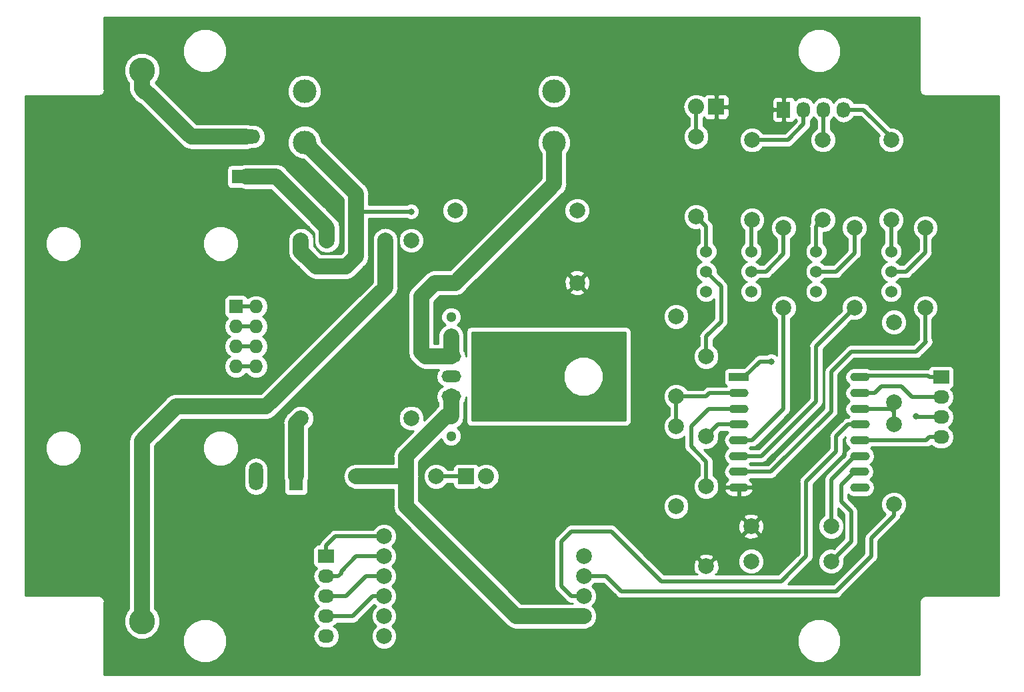
<source format=gbr>
G04 #@! TF.GenerationSoftware,KiCad,Pcbnew,5.0.2-bee76a0~70~ubuntu18.04.1*
G04 #@! TF.CreationDate,2019-05-07T12:57:47+02:00*
G04 #@! TF.ProjectId,pcb_wifi,7063625f-7769-4666-992e-6b696361645f,rev?*
G04 #@! TF.SameCoordinates,Original*
G04 #@! TF.FileFunction,Copper,L1,Top*
G04 #@! TF.FilePolarity,Positive*
%FSLAX46Y46*%
G04 Gerber Fmt 4.6, Leading zero omitted, Abs format (unit mm)*
G04 Created by KiCad (PCBNEW 5.0.2-bee76a0~70~ubuntu18.04.1) date Di 07 Mai 2019 12:57:47 CEST*
%MOMM*%
%LPD*%
G01*
G04 APERTURE LIST*
G04 #@! TA.AperFunction,ComponentPad*
%ADD10O,2.499360X1.501140*%
G04 #@! TD*
G04 #@! TA.AperFunction,ComponentPad*
%ADD11R,1.300000X1.300000*%
G04 #@! TD*
G04 #@! TA.AperFunction,ComponentPad*
%ADD12C,1.300000*%
G04 #@! TD*
G04 #@! TA.AperFunction,ComponentPad*
%ADD13O,2.032000X2.032000*%
G04 #@! TD*
G04 #@! TA.AperFunction,ComponentPad*
%ADD14R,2.032000X2.032000*%
G04 #@! TD*
G04 #@! TA.AperFunction,ComponentPad*
%ADD15R,1.727200X1.727200*%
G04 #@! TD*
G04 #@! TA.AperFunction,ComponentPad*
%ADD16O,1.727200X1.727200*%
G04 #@! TD*
G04 #@! TA.AperFunction,ComponentPad*
%ADD17R,2.032000X1.727200*%
G04 #@! TD*
G04 #@! TA.AperFunction,ComponentPad*
%ADD18O,2.032000X1.727200*%
G04 #@! TD*
G04 #@! TA.AperFunction,ComponentPad*
%ADD19O,1.727200X2.032000*%
G04 #@! TD*
G04 #@! TA.AperFunction,ComponentPad*
%ADD20R,1.727200X2.032000*%
G04 #@! TD*
G04 #@! TA.AperFunction,ComponentPad*
%ADD21C,1.998980*%
G04 #@! TD*
G04 #@! TA.AperFunction,ComponentPad*
%ADD22C,2.000000*%
G04 #@! TD*
G04 #@! TA.AperFunction,ComponentPad*
%ADD23C,3.000000*%
G04 #@! TD*
G04 #@! TA.AperFunction,ComponentPad*
%ADD24R,2.500000X1.100000*%
G04 #@! TD*
G04 #@! TA.AperFunction,ComponentPad*
%ADD25O,2.500000X1.100000*%
G04 #@! TD*
G04 #@! TA.AperFunction,ComponentPad*
%ADD26O,3.600000X1.800000*%
G04 #@! TD*
G04 #@! TA.AperFunction,ComponentPad*
%ADD27R,3.600000X1.800000*%
G04 #@! TD*
G04 #@! TA.AperFunction,ComponentPad*
%ADD28R,1.800000X3.600000*%
G04 #@! TD*
G04 #@! TA.AperFunction,ComponentPad*
%ADD29O,1.800000X3.600000*%
G04 #@! TD*
G04 #@! TA.AperFunction,ComponentPad*
%ADD30C,1.524000*%
G04 #@! TD*
G04 #@! TA.AperFunction,ComponentPad*
%ADD31C,3.300000*%
G04 #@! TD*
G04 #@! TA.AperFunction,ViaPad*
%ADD32C,0.800000*%
G04 #@! TD*
G04 #@! TA.AperFunction,Conductor*
%ADD33C,2.000000*%
G04 #@! TD*
G04 #@! TA.AperFunction,Conductor*
%ADD34C,0.500000*%
G04 #@! TD*
G04 #@! TA.AperFunction,Conductor*
%ADD35C,0.254000*%
G04 #@! TD*
G04 APERTURE END LIST*
D10*
G04 #@! TO.P,U5,3*
G04 #@! TO.N,+5V*
X104775000Y-91440000D03*
G04 #@! TO.P,U5,1*
G04 #@! TO.N,Net-(C1-Pad1)*
X104775000Y-86360000D03*
G04 #@! TO.P,U5,2*
G04 #@! TO.N,GND*
X104775000Y-88900000D03*
G04 #@! TD*
D11*
G04 #@! TO.P,C1,1*
G04 #@! TO.N,Net-(C1-Pad1)*
X104775000Y-83820000D03*
D12*
G04 #@! TO.P,C1,2*
G04 #@! TO.N,GND*
X104775000Y-81320000D03*
G04 #@! TD*
G04 #@! TO.P,C2,2*
G04 #@! TO.N,GND*
X104775000Y-96480000D03*
D11*
G04 #@! TO.P,C2,1*
G04 #@! TO.N,+5V*
X104775000Y-93980000D03*
G04 #@! TD*
D13*
G04 #@! TO.P,P1,2*
G04 #@! TO.N,Net-(P1-Pad2)*
X135890000Y-54610000D03*
D14*
G04 #@! TO.P,P1,1*
G04 #@! TO.N,+3V3*
X138430000Y-54610000D03*
G04 #@! TD*
D15*
G04 #@! TO.P,P4,1*
G04 #@! TO.N,Net-(P4-Pad1)*
X77470000Y-80010000D03*
D16*
G04 #@! TO.P,P4,2*
X80010000Y-80010000D03*
G04 #@! TO.P,P4,3*
G04 #@! TO.N,Net-(P4-Pad3)*
X77470000Y-82550000D03*
G04 #@! TO.P,P4,4*
X80010000Y-82550000D03*
G04 #@! TO.P,P4,5*
G04 #@! TO.N,Net-(P4-Pad5)*
X77470000Y-85090000D03*
G04 #@! TO.P,P4,6*
X80010000Y-85090000D03*
G04 #@! TO.P,P4,7*
G04 #@! TO.N,Net-(P4-Pad7)*
X77470000Y-87630000D03*
G04 #@! TO.P,P4,8*
X80010000Y-87630000D03*
G04 #@! TD*
D17*
G04 #@! TO.P,P5,1*
G04 #@! TO.N,Net-(P5-Pad1)*
X88900000Y-111760000D03*
D18*
G04 #@! TO.P,P5,2*
G04 #@! TO.N,Net-(P5-Pad2)*
X88900000Y-114300000D03*
G04 #@! TO.P,P5,3*
G04 #@! TO.N,Net-(P5-Pad3)*
X88900000Y-116840000D03*
G04 #@! TO.P,P5,4*
G04 #@! TO.N,Net-(P5-Pad4)*
X88900000Y-119380000D03*
G04 #@! TO.P,P5,5*
G04 #@! TO.N,GND*
X88900000Y-121920000D03*
G04 #@! TD*
D17*
G04 #@! TO.P,P6,1*
G04 #@! TO.N,/RXD*
X167000000Y-89000000D03*
D18*
G04 #@! TO.P,P6,2*
G04 #@! TO.N,/TXD*
X167000000Y-91540000D03*
G04 #@! TO.P,P6,3*
G04 #@! TO.N,/RTS*
X167000000Y-94080000D03*
G04 #@! TO.P,P6,4*
G04 #@! TO.N,/DTR*
X167000000Y-96620000D03*
G04 #@! TD*
D14*
G04 #@! TO.P,P7,1*
G04 #@! TO.N,Net-(P7-Pad1)*
X106680000Y-101600000D03*
D13*
G04 #@! TO.P,P7,2*
G04 #@! TO.N,N/C*
X109220000Y-101600000D03*
G04 #@! TD*
D19*
G04 #@! TO.P,P8,4*
G04 #@! TO.N,Net-(P8-Pad4)*
X154620000Y-55000000D03*
G04 #@! TO.P,P8,3*
G04 #@! TO.N,Net-(P8-Pad3)*
X152080000Y-55000000D03*
G04 #@! TO.P,P8,2*
G04 #@! TO.N,Net-(P8-Pad2)*
X149540000Y-55000000D03*
D20*
G04 #@! TO.P,P8,1*
G04 #@! TO.N,+3V3*
X147000000Y-55000000D03*
G04 #@! TD*
D21*
G04 #@! TO.P,R1,2*
G04 #@! TO.N,Net-(P1-Pad2)*
X135890000Y-58420000D03*
G04 #@! TO.P,R1,1*
G04 #@! TO.N,Net-(Q1-Pad1)*
X135890000Y-68580000D03*
G04 #@! TD*
G04 #@! TO.P,R2,2*
G04 #@! TO.N,+BATT*
X133350000Y-81280000D03*
G04 #@! TO.P,R2,1*
G04 #@! TO.N,Net-(R2-Pad1)*
X133350000Y-91440000D03*
G04 #@! TD*
G04 #@! TO.P,R3,1*
G04 #@! TO.N,GND*
X133350000Y-105410000D03*
G04 #@! TO.P,R3,2*
G04 #@! TO.N,Net-(R2-Pad1)*
X133350000Y-95250000D03*
G04 #@! TD*
G04 #@! TO.P,R4,1*
G04 #@! TO.N,Net-(Q1-Pad2)*
X137160000Y-86360000D03*
G04 #@! TO.P,R4,2*
G04 #@! TO.N,Net-(R4-Pad2)*
X137160000Y-96520000D03*
G04 #@! TD*
G04 #@! TO.P,R5,1*
G04 #@! TO.N,Net-(R5-Pad1)*
X137160000Y-102870000D03*
G04 #@! TO.P,R5,2*
G04 #@! TO.N,+3V3*
X137160000Y-113030000D03*
G04 #@! TD*
G04 #@! TO.P,R6,2*
G04 #@! TO.N,Net-(R6-Pad2)*
X153035000Y-112395000D03*
G04 #@! TO.P,R6,1*
G04 #@! TO.N,GND*
X142875000Y-112395000D03*
G04 #@! TD*
G04 #@! TO.P,R7,2*
G04 #@! TO.N,/DT*
X161000000Y-105160000D03*
G04 #@! TO.P,R7,1*
G04 #@! TO.N,Net-(R7-Pad1)*
X161000000Y-95000000D03*
G04 #@! TD*
G04 #@! TO.P,R8,1*
G04 #@! TO.N,GND*
X161000000Y-82000000D03*
G04 #@! TO.P,R8,2*
G04 #@! TO.N,Net-(R7-Pad1)*
X161000000Y-92160000D03*
G04 #@! TD*
G04 #@! TO.P,R9,1*
G04 #@! TO.N,+3V3*
X142875000Y-107950000D03*
G04 #@! TO.P,R9,2*
G04 #@! TO.N,Net-(R9-Pad2)*
X153035000Y-107950000D03*
G04 #@! TD*
G04 #@! TO.P,R10,2*
G04 #@! TO.N,+5V*
X92710000Y-101600000D03*
G04 #@! TO.P,R10,1*
G04 #@! TO.N,Net-(P7-Pad1)*
X102870000Y-101600000D03*
G04 #@! TD*
G04 #@! TO.P,R11,2*
G04 #@! TO.N,/BLUE*
X165000000Y-80160000D03*
G04 #@! TO.P,R11,1*
G04 #@! TO.N,Net-(Q2-Pad2)*
X165000000Y-70000000D03*
G04 #@! TD*
G04 #@! TO.P,R12,1*
G04 #@! TO.N,Net-(Q3-Pad2)*
X156000000Y-70000000D03*
G04 #@! TO.P,R12,2*
G04 #@! TO.N,/GREEN*
X156000000Y-80160000D03*
G04 #@! TD*
G04 #@! TO.P,R13,1*
G04 #@! TO.N,Net-(Q4-Pad2)*
X147000000Y-70000000D03*
G04 #@! TO.P,R13,2*
G04 #@! TO.N,/RED*
X147000000Y-80160000D03*
G04 #@! TD*
G04 #@! TO.P,R14,1*
G04 #@! TO.N,Net-(Q2-Pad1)*
X160655000Y-69000000D03*
G04 #@! TO.P,R14,2*
G04 #@! TO.N,Net-(P8-Pad4)*
X160655000Y-58840000D03*
G04 #@! TD*
G04 #@! TO.P,R15,2*
G04 #@! TO.N,Net-(P8-Pad3)*
X152000000Y-58840000D03*
G04 #@! TO.P,R15,1*
G04 #@! TO.N,Net-(Q3-Pad1)*
X152000000Y-69000000D03*
G04 #@! TD*
G04 #@! TO.P,R16,2*
G04 #@! TO.N,Net-(P8-Pad2)*
X143000000Y-58840000D03*
G04 #@! TO.P,R16,1*
G04 #@! TO.N,Net-(Q4-Pad1)*
X143000000Y-69000000D03*
G04 #@! TD*
D22*
G04 #@! TO.P,U1,1*
G04 #@! TO.N,Net-(P3-Pad1)*
X85710000Y-94200000D03*
G04 #@! TO.P,U1,2*
G04 #@! TO.N,GND*
X99710000Y-94200000D03*
G04 #@! TO.P,U1,3*
X99710000Y-71600000D03*
G04 #@! TO.P,U1,4*
G04 #@! TO.N,Net-(BT1-Pad-)*
X96410000Y-71600000D03*
G04 #@! TO.P,U1,5*
G04 #@! TO.N,Net-(P2-Pad1)*
X89010000Y-71600000D03*
G04 #@! TO.P,U1,6*
G04 #@! TO.N,+BATT*
X85710000Y-71600000D03*
G04 #@! TD*
D23*
G04 #@! TO.P,U2,1*
G04 #@! TO.N,GND*
X86150000Y-52630000D03*
G04 #@! TO.P,U2,2*
G04 #@! TO.N,+BATT*
X86150000Y-59130000D03*
G04 #@! TO.P,U2,3*
G04 #@! TO.N,Net-(C1-Pad1)*
X117850000Y-59130000D03*
G04 #@! TO.P,U2,4*
G04 #@! TO.N,GND*
X117850000Y-52630000D03*
G04 #@! TD*
D24*
G04 #@! TO.P,U3,1*
G04 #@! TO.N,/RTS*
X141300000Y-89000000D03*
D25*
G04 #@! TO.P,U3,2*
G04 #@! TO.N,Net-(R2-Pad1)*
X141300000Y-91000000D03*
G04 #@! TO.P,U3,3*
G04 #@! TO.N,Net-(R5-Pad1)*
X141300000Y-93000000D03*
G04 #@! TO.P,U3,4*
G04 #@! TO.N,Net-(R4-Pad2)*
X141300000Y-95000000D03*
G04 #@! TO.P,U3,5*
G04 #@! TO.N,/RED*
X141300000Y-97000000D03*
G04 #@! TO.P,U3,6*
G04 #@! TO.N,/GREEN*
X141300000Y-99000000D03*
G04 #@! TO.P,U3,7*
G04 #@! TO.N,/BLUE*
X141300000Y-101000000D03*
G04 #@! TO.P,U3,8*
G04 #@! TO.N,+3V3*
X141300000Y-103000000D03*
G04 #@! TO.P,U3,9*
G04 #@! TO.N,GND*
X156700000Y-103000000D03*
G04 #@! TO.P,U3,10*
G04 #@! TO.N,Net-(R6-Pad2)*
X156600000Y-101000000D03*
G04 #@! TO.P,U3,11*
G04 #@! TO.N,Net-(R9-Pad2)*
X156700000Y-99000000D03*
G04 #@! TO.P,U3,12*
G04 #@! TO.N,/DTR*
X156700000Y-97000000D03*
G04 #@! TO.P,U3,13*
G04 #@! TO.N,/SCK*
X156700000Y-95000000D03*
G04 #@! TO.P,U3,14*
G04 #@! TO.N,Net-(R7-Pad1)*
X156700000Y-93000000D03*
G04 #@! TO.P,U3,15*
G04 #@! TO.N,/TXD*
X156700000Y-91000000D03*
G04 #@! TO.P,U3,16*
G04 #@! TO.N,/RXD*
X156700000Y-89000000D03*
G04 #@! TD*
D22*
G04 #@! TO.P,U4,3*
G04 #@! TO.N,+3V3*
X120780000Y-76990000D03*
G04 #@! TO.P,U4,4*
G04 #@! TO.N,GND*
X120780000Y-67790000D03*
G04 #@! TO.P,U4,2*
X105280000Y-67790000D03*
G04 #@! TO.P,U4,1*
G04 #@! TO.N,Net-(C1-Pad1)*
X105280000Y-76990000D03*
G04 #@! TD*
G04 #@! TO.P,U6,10*
G04 #@! TO.N,GND*
X121630000Y-111760000D03*
G04 #@! TO.P,U6,9*
G04 #@! TO.N,/DT*
X121630000Y-114300000D03*
G04 #@! TO.P,U6,8*
G04 #@! TO.N,/SCK*
X121630000Y-116840000D03*
G04 #@! TO.P,U6,7*
G04 #@! TO.N,+5V*
X121630000Y-119380000D03*
G04 #@! TO.P,U6,6*
G04 #@! TO.N,N/C*
X96250000Y-121920000D03*
G04 #@! TO.P,U6,5*
X96250000Y-119380000D03*
G04 #@! TO.P,U6,4*
G04 #@! TO.N,Net-(P5-Pad4)*
X96250000Y-116840000D03*
G04 #@! TO.P,U6,3*
G04 #@! TO.N,Net-(P5-Pad3)*
X96250000Y-114300000D03*
G04 #@! TO.P,U6,2*
G04 #@! TO.N,Net-(P5-Pad2)*
X96250000Y-111760000D03*
G04 #@! TO.P,U6,1*
G04 #@! TO.N,Net-(P5-Pad1)*
X96250000Y-109220000D03*
G04 #@! TD*
D26*
G04 #@! TO.P,P2,2*
G04 #@! TO.N,Net-(BT1-Pad+)*
X78740000Y-58420000D03*
D27*
G04 #@! TO.P,P2,1*
G04 #@! TO.N,Net-(P2-Pad1)*
X78740000Y-63500000D03*
G04 #@! TD*
D28*
G04 #@! TO.P,P3,1*
G04 #@! TO.N,Net-(P3-Pad1)*
X85090000Y-101600000D03*
D29*
G04 #@! TO.P,P3,2*
G04 #@! TO.N,GND*
X80010000Y-101600000D03*
G04 #@! TD*
D30*
G04 #@! TO.P,Q1,2*
G04 #@! TO.N,Net-(Q1-Pad2)*
X137160000Y-75565000D03*
G04 #@! TO.P,Q1,3*
G04 #@! TO.N,GND*
X137160000Y-78105000D03*
G04 #@! TO.P,Q1,1*
G04 #@! TO.N,Net-(Q1-Pad1)*
X137160000Y-73025000D03*
G04 #@! TD*
G04 #@! TO.P,Q2,1*
G04 #@! TO.N,Net-(Q2-Pad1)*
X160655000Y-73025000D03*
G04 #@! TO.P,Q2,3*
G04 #@! TO.N,GND*
X160655000Y-78105000D03*
G04 #@! TO.P,Q2,2*
G04 #@! TO.N,Net-(Q2-Pad2)*
X160655000Y-75565000D03*
G04 #@! TD*
G04 #@! TO.P,Q3,2*
G04 #@! TO.N,Net-(Q3-Pad2)*
X151130000Y-75565000D03*
G04 #@! TO.P,Q3,3*
G04 #@! TO.N,GND*
X151130000Y-78105000D03*
G04 #@! TO.P,Q3,1*
G04 #@! TO.N,Net-(Q3-Pad1)*
X151130000Y-73025000D03*
G04 #@! TD*
G04 #@! TO.P,Q4,1*
G04 #@! TO.N,Net-(Q4-Pad1)*
X142875000Y-73025000D03*
G04 #@! TO.P,Q4,3*
G04 #@! TO.N,GND*
X142875000Y-78105000D03*
G04 #@! TO.P,Q4,2*
G04 #@! TO.N,Net-(Q4-Pad2)*
X142875000Y-75565000D03*
G04 #@! TD*
D31*
G04 #@! TO.P,BT1,+*
G04 #@! TO.N,Net-(BT1-Pad+)*
X65500000Y-50000000D03*
G04 #@! TO.P,BT1,-*
G04 #@! TO.N,Net-(BT1-Pad-)*
X65500000Y-120000000D03*
G04 #@! TD*
D32*
G04 #@! TO.N,GND*
X109855000Y-84455000D03*
X109855000Y-85725000D03*
X109855000Y-86995000D03*
X109855000Y-88265000D03*
X109855000Y-89535000D03*
X109855000Y-90805000D03*
X109855000Y-92075000D03*
X109855000Y-93345000D03*
X111125000Y-93345000D03*
X111125000Y-92075000D03*
X111125000Y-90805000D03*
X111125000Y-89535000D03*
X111125000Y-88265000D03*
X111125000Y-86995000D03*
X111125000Y-85725000D03*
X111125000Y-84455000D03*
X112395000Y-84455000D03*
X112395000Y-85725000D03*
X112395000Y-86995000D03*
X112395000Y-88265000D03*
X112395000Y-89535000D03*
X112395000Y-90805000D03*
X112395000Y-92075000D03*
X112395000Y-93345000D03*
X113665000Y-93345000D03*
X113665000Y-92075000D03*
X113665000Y-90805000D03*
X113665000Y-89535000D03*
X113665000Y-88265000D03*
X113665000Y-86995000D03*
X113665000Y-85725000D03*
X113665000Y-84455000D03*
X114935000Y-84455000D03*
X114935000Y-85725000D03*
X114935000Y-86995000D03*
X114935000Y-88265000D03*
X114935000Y-89535000D03*
X114935000Y-90805000D03*
X114935000Y-92075000D03*
X114935000Y-93345000D03*
X116205000Y-93345000D03*
X116205000Y-92075000D03*
X116205000Y-90805000D03*
X116205000Y-86995000D03*
X116205000Y-85725000D03*
X116205000Y-84455000D03*
X117475000Y-84455000D03*
X117475000Y-85725000D03*
X117475000Y-86995000D03*
X117475000Y-90805000D03*
X117475000Y-92075000D03*
X117475000Y-93345000D03*
X116205000Y-88265000D03*
X117475000Y-88265000D03*
X117475000Y-89535000D03*
X116205000Y-89535000D03*
G04 #@! TO.N,/RTS*
X163830000Y-93980000D03*
X145415000Y-86995000D03*
G04 #@! TO.N,+BATT*
X99695000Y-67945000D03*
G04 #@! TD*
D33*
G04 #@! TO.N,Net-(BT1-Pad+)*
X65500000Y-52333452D02*
X65500000Y-50000000D01*
X65871548Y-52705000D02*
X65500000Y-52333452D01*
X66040000Y-52705000D02*
X65871548Y-52705000D01*
X71755000Y-58420000D02*
X66040000Y-52705000D01*
X78740000Y-58420000D02*
X71755000Y-58420000D01*
G04 #@! TO.N,Net-(BT1-Pad-)*
X65500000Y-97060000D02*
X65500000Y-120000000D01*
X69850000Y-92710000D02*
X65500000Y-97060000D01*
X81280000Y-92710000D02*
X69850000Y-92710000D01*
X96410000Y-71600000D02*
X96410000Y-77580000D01*
X96410000Y-77580000D02*
X81280000Y-92710000D01*
G04 #@! TO.N,Net-(C1-Pad1)*
X117850000Y-64420000D02*
X105280000Y-76990000D01*
X117850000Y-59130000D02*
X117850000Y-64420000D01*
X101525320Y-86360000D02*
X104775000Y-86360000D01*
X100965000Y-85799680D02*
X101525320Y-86360000D01*
X100965000Y-78740000D02*
X100965000Y-85799680D01*
X102715000Y-76990000D02*
X100965000Y-78740000D01*
X105280000Y-76990000D02*
X102715000Y-76990000D01*
X104775000Y-83820000D02*
X104775000Y-86360000D01*
G04 #@! TO.N,+5V*
X121630000Y-119380000D02*
X113030000Y-119380000D01*
X113030000Y-119380000D02*
X99060000Y-105410000D01*
X92710000Y-101600000D02*
X99060000Y-101600000D01*
X99060000Y-105410000D02*
X99060000Y-101600000D01*
X104140000Y-93980000D02*
X104775000Y-93980000D01*
X99060000Y-101600000D02*
X99060000Y-99060000D01*
X99060000Y-99060000D02*
X104140000Y-93980000D01*
X104775000Y-91440000D02*
X104775000Y-93980000D01*
D34*
G04 #@! TO.N,Net-(P1-Pad2)*
X135890000Y-58420000D02*
X135890000Y-54610000D01*
D33*
G04 #@! TO.N,Net-(P2-Pad1)*
X82540000Y-63500000D02*
X87620000Y-68580000D01*
X78740000Y-63500000D02*
X82540000Y-63500000D01*
X87620000Y-68580000D02*
X87630000Y-68580000D01*
X89010000Y-69960000D02*
X89010000Y-71600000D01*
X87630000Y-68580000D02*
X89010000Y-69960000D01*
G04 #@! TO.N,Net-(P3-Pad1)*
X85090000Y-94820000D02*
X85710000Y-94200000D01*
X85090000Y-101600000D02*
X85090000Y-94820000D01*
D34*
G04 #@! TO.N,Net-(P4-Pad1)*
X77470000Y-80010000D02*
X80010000Y-80010000D01*
G04 #@! TO.N,Net-(P4-Pad3)*
X80010000Y-82550000D02*
X77470000Y-82550000D01*
G04 #@! TO.N,Net-(P4-Pad5)*
X80010000Y-85090000D02*
X77470000Y-85090000D01*
G04 #@! TO.N,Net-(P4-Pad7)*
X80010000Y-87630000D02*
X77470000Y-87630000D01*
G04 #@! TO.N,Net-(P5-Pad1)*
X88900000Y-110396400D02*
X88900000Y-111760000D01*
X90076400Y-109220000D02*
X88900000Y-110396400D01*
X96250000Y-109220000D02*
X90076400Y-109220000D01*
G04 #@! TO.N,Net-(P5-Pad2)*
X96250000Y-111760000D02*
X92710000Y-111760000D01*
X92710000Y-111760000D02*
X90805000Y-113665000D01*
X90416000Y-114300000D02*
X88900000Y-114300000D01*
X90805000Y-113911000D02*
X90416000Y-114300000D01*
X90805000Y-113665000D02*
X90805000Y-113911000D01*
G04 #@! TO.N,Net-(P5-Pad3)*
X96250000Y-114300000D02*
X93980000Y-114300000D01*
X91440000Y-116840000D02*
X88900000Y-116840000D01*
X93980000Y-114300000D02*
X91440000Y-116840000D01*
G04 #@! TO.N,Net-(P5-Pad4)*
X90416000Y-119380000D02*
X88900000Y-119380000D01*
X92295787Y-119380000D02*
X90416000Y-119380000D01*
X94835787Y-116840000D02*
X92295787Y-119380000D01*
X96250000Y-116840000D02*
X94835787Y-116840000D01*
G04 #@! TO.N,/RXD*
X165318990Y-88834990D02*
X165484000Y-89000000D01*
X156165010Y-88834990D02*
X165318990Y-88834990D01*
X165484000Y-89000000D02*
X167000000Y-89000000D01*
X156000000Y-89000000D02*
X156165010Y-88834990D01*
G04 #@! TO.N,/TXD*
X156000000Y-91000000D02*
X158555000Y-91000000D01*
X158555000Y-91000000D02*
X159385000Y-90170000D01*
X159385000Y-90170000D02*
X161925000Y-90170000D01*
X163295000Y-91540000D02*
X167000000Y-91540000D01*
X161925000Y-90170000D02*
X163295000Y-91540000D01*
G04 #@! TO.N,/RTS*
X167000000Y-94080000D02*
X163930000Y-94080000D01*
X163930000Y-94080000D02*
X163830000Y-93980000D01*
X144005000Y-86995000D02*
X142000000Y-89000000D01*
X145415000Y-86995000D02*
X144005000Y-86995000D01*
G04 #@! TO.N,/DTR*
X165104000Y-97000000D02*
X156000000Y-97000000D01*
X165484000Y-96620000D02*
X165104000Y-97000000D01*
X167000000Y-96620000D02*
X165484000Y-96620000D01*
G04 #@! TO.N,Net-(P7-Pad1)*
X102870000Y-101600000D02*
X106680000Y-101600000D01*
G04 #@! TO.N,Net-(P8-Pad4)*
X157160000Y-55000000D02*
X154620000Y-55000000D01*
X161000000Y-58840000D02*
X157160000Y-55000000D01*
G04 #@! TO.N,Net-(P8-Pad3)*
X152080000Y-58760000D02*
X152000000Y-58840000D01*
X152080000Y-55000000D02*
X152080000Y-58760000D01*
G04 #@! TO.N,Net-(P8-Pad2)*
X143000000Y-58840000D02*
X147535000Y-58840000D01*
X149540000Y-56835000D02*
X149540000Y-55000000D01*
X147535000Y-58840000D02*
X149540000Y-56835000D01*
G04 #@! TO.N,Net-(Q1-Pad2)*
X137160000Y-86360000D02*
X137160000Y-83820000D01*
X137160000Y-83820000D02*
X139065000Y-81915000D01*
X139065000Y-77470000D02*
X137160000Y-75565000D01*
X139065000Y-81915000D02*
X139065000Y-77470000D01*
G04 #@! TO.N,Net-(Q1-Pad1)*
X136525000Y-68580000D02*
X135890000Y-68580000D01*
X137160000Y-69850000D02*
X135890000Y-68580000D01*
X137160000Y-73025000D02*
X137160000Y-69850000D01*
G04 #@! TO.N,Net-(Q2-Pad2)*
X165000000Y-71413492D02*
X165000000Y-70000000D01*
X165000000Y-73125000D02*
X165000000Y-71413492D01*
X162560000Y-75565000D02*
X165000000Y-73125000D01*
X160655000Y-75565000D02*
X162560000Y-75565000D01*
G04 #@! TO.N,Net-(Q2-Pad1)*
X160655000Y-73025000D02*
X160655000Y-69000000D01*
G04 #@! TO.N,Net-(Q3-Pad1)*
X151130000Y-69870000D02*
X152000000Y-69000000D01*
X151130000Y-73025000D02*
X151130000Y-69870000D01*
G04 #@! TO.N,Net-(Q3-Pad2)*
X151130000Y-75565000D02*
X153670000Y-75565000D01*
X156000000Y-73235000D02*
X156000000Y-70000000D01*
X153670000Y-75565000D02*
X156000000Y-73235000D01*
G04 #@! TO.N,Net-(Q4-Pad1)*
X142875000Y-69125000D02*
X143000000Y-69000000D01*
X142875000Y-73025000D02*
X142875000Y-69125000D01*
G04 #@! TO.N,Net-(Q4-Pad2)*
X147000000Y-71413492D02*
X147000000Y-70000000D01*
X147000000Y-73345000D02*
X147000000Y-71413492D01*
X144780000Y-75565000D02*
X147000000Y-73345000D01*
X142875000Y-75565000D02*
X144780000Y-75565000D01*
D33*
G04 #@! TO.N,+BATT*
X85710000Y-73014213D02*
X86355787Y-73660000D01*
X85710000Y-71600000D02*
X85710000Y-73014213D01*
X86355787Y-73660000D02*
X86360000Y-73660000D01*
X86360000Y-73660000D02*
X87630000Y-74930000D01*
X87630000Y-74930000D02*
X91440000Y-74930000D01*
X91440000Y-74930000D02*
X92710000Y-73660000D01*
D34*
X99695000Y-67945000D02*
X92710000Y-67945000D01*
D33*
X92710000Y-73660000D02*
X92710000Y-67945000D01*
X92710000Y-65690000D02*
X86150000Y-59130000D01*
X92710000Y-67945000D02*
X92710000Y-65690000D01*
D34*
G04 #@! TO.N,Net-(R2-Pad1)*
X142000000Y-91000000D02*
X137600000Y-91000000D01*
X137160000Y-91440000D02*
X133350000Y-91440000D01*
X137600000Y-91000000D02*
X137160000Y-91440000D01*
X133350000Y-95250000D02*
X133350000Y-91440000D01*
G04 #@! TO.N,Net-(R4-Pad2)*
X138680000Y-95000000D02*
X142000000Y-95000000D01*
X137160000Y-96520000D02*
X138680000Y-95000000D01*
G04 #@! TO.N,Net-(R5-Pad1)*
X135255000Y-95250000D02*
X137505000Y-93000000D01*
X137505000Y-93000000D02*
X142000000Y-93000000D01*
X135255000Y-97790000D02*
X135255000Y-95250000D01*
X137160000Y-102870000D02*
X137160000Y-99695000D01*
X137160000Y-99695000D02*
X135255000Y-97790000D01*
G04 #@! TO.N,Net-(R6-Pad2)*
X153035000Y-112395000D02*
X155575000Y-109855000D01*
X155575000Y-109855000D02*
X155575000Y-106045000D01*
X155575000Y-106045000D02*
X154305000Y-104775000D01*
X154305000Y-102695000D02*
X156000000Y-101000000D01*
X154305000Y-104775000D02*
X154305000Y-102695000D01*
G04 #@! TO.N,/DT*
X161000000Y-106573492D02*
X161000000Y-105160000D01*
X121630000Y-114300000D02*
X124460000Y-114300000D01*
X124460000Y-114300000D02*
X126365000Y-116205000D01*
X126365000Y-116205000D02*
X153670000Y-116205000D01*
X153670000Y-116205000D02*
X158115000Y-111760000D01*
X158115000Y-109458492D02*
X161000000Y-106573492D01*
X158115000Y-111760000D02*
X158115000Y-109458492D01*
G04 #@! TO.N,Net-(R7-Pad1)*
X160655000Y-93000000D02*
X161000000Y-93345000D01*
X156000000Y-93000000D02*
X160655000Y-93000000D01*
X161000000Y-95000000D02*
X161000000Y-93345000D01*
X161000000Y-93345000D02*
X161000000Y-92160000D01*
G04 #@! TO.N,Net-(R9-Pad2)*
X153035000Y-101965000D02*
X156000000Y-99000000D01*
X153035000Y-107950000D02*
X153035000Y-101965000D01*
G04 #@! TO.N,/BLUE*
X142000000Y-101000000D02*
X145380000Y-101000000D01*
X145380000Y-101000000D02*
X153035000Y-93345000D01*
X153035000Y-93345000D02*
X153035000Y-88265000D01*
X153035000Y-88265000D02*
X155575000Y-85725000D01*
X155575000Y-85725000D02*
X163830000Y-85725000D01*
X163830000Y-85725000D02*
X165100000Y-84455000D01*
X165000000Y-84355000D02*
X165000000Y-80160000D01*
X165100000Y-84455000D02*
X165000000Y-84355000D01*
G04 #@! TO.N,/GREEN*
X142000000Y-99000000D02*
X144205000Y-99000000D01*
X144205000Y-99000000D02*
X151130000Y-92075000D01*
X151130000Y-85030000D02*
X156000000Y-80160000D01*
X151130000Y-92075000D02*
X151130000Y-85030000D01*
G04 #@! TO.N,/RED*
X142000000Y-97000000D02*
X143030000Y-97000000D01*
X147000000Y-93030000D02*
X147000000Y-80160000D01*
X143030000Y-97000000D02*
X147000000Y-93030000D01*
G04 #@! TO.N,/SCK*
X120015000Y-116840000D02*
X121630000Y-116840000D01*
X118745000Y-109855000D02*
X118745000Y-115570000D01*
X120015000Y-108585000D02*
X118745000Y-109855000D01*
X131445000Y-114935000D02*
X125095000Y-108585000D01*
X118745000Y-115570000D02*
X120015000Y-116840000D01*
X146685000Y-114935000D02*
X131445000Y-114935000D01*
X155190000Y-95000000D02*
X153670000Y-96520000D01*
X156000000Y-95000000D02*
X155190000Y-95000000D01*
X149860000Y-102235000D02*
X149860000Y-111760000D01*
X125095000Y-108585000D02*
X120015000Y-108585000D01*
X153670000Y-96520000D02*
X153670000Y-98425000D01*
X153670000Y-98425000D02*
X149860000Y-102235000D01*
X149860000Y-111760000D02*
X146685000Y-114935000D01*
G04 #@! TD*
D35*
G04 #@! TO.N,+3V3*
G36*
X164265001Y-52427607D02*
X164250601Y-52500000D01*
X164307646Y-52786783D01*
X164470095Y-53029905D01*
X164713217Y-53192354D01*
X164927612Y-53235000D01*
X165000000Y-53249399D01*
X165072388Y-53235000D01*
X174290000Y-53235000D01*
X174290001Y-116765000D01*
X165072388Y-116765000D01*
X165000000Y-116750601D01*
X164927612Y-116765000D01*
X164713217Y-116807646D01*
X164470095Y-116970095D01*
X164307646Y-117213217D01*
X164250601Y-117500000D01*
X164265000Y-117572388D01*
X164265001Y-126790000D01*
X60735000Y-126790000D01*
X60735000Y-119545485D01*
X63215000Y-119545485D01*
X63215000Y-120454515D01*
X63562870Y-121294349D01*
X64205651Y-121937130D01*
X65045485Y-122285000D01*
X65954515Y-122285000D01*
X66772864Y-121946029D01*
X70715000Y-121946029D01*
X70715000Y-123053971D01*
X71138991Y-124077576D01*
X71922424Y-124861009D01*
X72946029Y-125285000D01*
X74053971Y-125285000D01*
X75077576Y-124861009D01*
X75861009Y-124077576D01*
X76285000Y-123053971D01*
X76285000Y-121946029D01*
X75861009Y-120922424D01*
X75077576Y-120138991D01*
X74053971Y-119715000D01*
X72946029Y-119715000D01*
X71922424Y-120138991D01*
X71138991Y-120922424D01*
X70715000Y-121946029D01*
X66772864Y-121946029D01*
X66794349Y-121937130D01*
X67437130Y-121294349D01*
X67785000Y-120454515D01*
X67785000Y-119545485D01*
X67437130Y-118705651D01*
X67135000Y-118403521D01*
X67135000Y-114300000D01*
X87219641Y-114300000D01*
X87335950Y-114884725D01*
X87667170Y-115380430D01*
X87950881Y-115570000D01*
X87667170Y-115759570D01*
X87335950Y-116255275D01*
X87219641Y-116840000D01*
X87335950Y-117424725D01*
X87667170Y-117920430D01*
X87950881Y-118110000D01*
X87667170Y-118299570D01*
X87335950Y-118795275D01*
X87219641Y-119380000D01*
X87335950Y-119964725D01*
X87667170Y-120460430D01*
X87950881Y-120650000D01*
X87667170Y-120839570D01*
X87335950Y-121335275D01*
X87219641Y-121920000D01*
X87335950Y-122504725D01*
X87667170Y-123000430D01*
X88162875Y-123331650D01*
X88600002Y-123418600D01*
X89199998Y-123418600D01*
X89637125Y-123331650D01*
X90132830Y-123000430D01*
X90464050Y-122504725D01*
X90580359Y-121920000D01*
X90464050Y-121335275D01*
X90132830Y-120839570D01*
X89849119Y-120650000D01*
X90132830Y-120460430D01*
X90263412Y-120265000D01*
X92208626Y-120265000D01*
X92295787Y-120282337D01*
X92382948Y-120265000D01*
X92382952Y-120265000D01*
X92641097Y-120213652D01*
X92933836Y-120018049D01*
X92983212Y-119944153D01*
X95012563Y-117914802D01*
X95207761Y-118110000D01*
X94863914Y-118453847D01*
X94615000Y-119054778D01*
X94615000Y-119705222D01*
X94863914Y-120306153D01*
X95207761Y-120650000D01*
X94863914Y-120993847D01*
X94615000Y-121594778D01*
X94615000Y-122245222D01*
X94863914Y-122846153D01*
X95323847Y-123306086D01*
X95924778Y-123555000D01*
X96575222Y-123555000D01*
X97176153Y-123306086D01*
X97636086Y-122846153D01*
X97885000Y-122245222D01*
X97885000Y-121946029D01*
X148715000Y-121946029D01*
X148715000Y-123053971D01*
X149138991Y-124077576D01*
X149922424Y-124861009D01*
X150946029Y-125285000D01*
X152053971Y-125285000D01*
X153077576Y-124861009D01*
X153861009Y-124077576D01*
X154285000Y-123053971D01*
X154285000Y-121946029D01*
X153861009Y-120922424D01*
X153077576Y-120138991D01*
X152053971Y-119715000D01*
X150946029Y-119715000D01*
X149922424Y-120138991D01*
X149138991Y-120922424D01*
X148715000Y-121946029D01*
X97885000Y-121946029D01*
X97885000Y-121594778D01*
X97636086Y-120993847D01*
X97292239Y-120650000D01*
X97636086Y-120306153D01*
X97885000Y-119705222D01*
X97885000Y-119054778D01*
X97636086Y-118453847D01*
X97292239Y-118110000D01*
X97636086Y-117766153D01*
X97885000Y-117165222D01*
X97885000Y-116514778D01*
X97636086Y-115913847D01*
X97292239Y-115570000D01*
X97636086Y-115226153D01*
X97885000Y-114625222D01*
X97885000Y-113974778D01*
X97636086Y-113373847D01*
X97292239Y-113030000D01*
X97636086Y-112686153D01*
X97885000Y-112085222D01*
X97885000Y-111434778D01*
X97636086Y-110833847D01*
X97292239Y-110490000D01*
X97636086Y-110146153D01*
X97885000Y-109545222D01*
X97885000Y-108894778D01*
X97636086Y-108293847D01*
X97176153Y-107833914D01*
X96575222Y-107585000D01*
X95924778Y-107585000D01*
X95323847Y-107833914D01*
X94863914Y-108293847D01*
X94846868Y-108335000D01*
X90163561Y-108335000D01*
X90076400Y-108317663D01*
X89989239Y-108335000D01*
X89989235Y-108335000D01*
X89731090Y-108386348D01*
X89512245Y-108532576D01*
X89512244Y-108532577D01*
X89438351Y-108581951D01*
X89388977Y-108655844D01*
X88335847Y-109708975D01*
X88261951Y-109758351D01*
X88066348Y-110051091D01*
X88026990Y-110248960D01*
X87884000Y-110248960D01*
X87636235Y-110298243D01*
X87426191Y-110438591D01*
X87285843Y-110648635D01*
X87236560Y-110896400D01*
X87236560Y-112623600D01*
X87285843Y-112871365D01*
X87426191Y-113081409D01*
X87636235Y-113221757D01*
X87662251Y-113226932D01*
X87335950Y-113715275D01*
X87219641Y-114300000D01*
X67135000Y-114300000D01*
X67135000Y-102651181D01*
X78475000Y-102651181D01*
X78564062Y-103098926D01*
X78903327Y-103606673D01*
X79411073Y-103945938D01*
X80010000Y-104065072D01*
X80608926Y-103945938D01*
X81116673Y-103606673D01*
X81455938Y-103098927D01*
X81545000Y-102651182D01*
X81545000Y-100548818D01*
X81455938Y-100101073D01*
X81116673Y-99593327D01*
X80608927Y-99254062D01*
X80010000Y-99134928D01*
X79411074Y-99254062D01*
X78903328Y-99593327D01*
X78564063Y-100101073D01*
X78475001Y-100548818D01*
X78475000Y-102651181D01*
X67135000Y-102651181D01*
X67135000Y-97737238D01*
X67326753Y-97545485D01*
X73215000Y-97545485D01*
X73215000Y-98454515D01*
X73562870Y-99294349D01*
X74205651Y-99937130D01*
X75045485Y-100285000D01*
X75954515Y-100285000D01*
X76794349Y-99937130D01*
X77437130Y-99294349D01*
X77785000Y-98454515D01*
X77785000Y-97545485D01*
X77437130Y-96705651D01*
X76794349Y-96062870D01*
X75954515Y-95715000D01*
X75045485Y-95715000D01*
X74205651Y-96062870D01*
X73562870Y-96705651D01*
X73215000Y-97545485D01*
X67326753Y-97545485D01*
X70052238Y-94820000D01*
X83422969Y-94820000D01*
X83455001Y-94981034D01*
X83455000Y-101761030D01*
X83542560Y-102201224D01*
X83542560Y-103400000D01*
X83591843Y-103647765D01*
X83732191Y-103857809D01*
X83942235Y-103998157D01*
X84190000Y-104047440D01*
X85990000Y-104047440D01*
X86237765Y-103998157D01*
X86447809Y-103857809D01*
X86588157Y-103647765D01*
X86637440Y-103400000D01*
X86637440Y-102201225D01*
X86725000Y-101761031D01*
X86725000Y-101600000D01*
X91042969Y-101600000D01*
X91075510Y-101763595D01*
X91075510Y-101925120D01*
X91137323Y-102074350D01*
X91169864Y-102237945D01*
X91262533Y-102376634D01*
X91324346Y-102525864D01*
X91438562Y-102640080D01*
X91531231Y-102778769D01*
X91669920Y-102871438D01*
X91784136Y-102985654D01*
X91933366Y-103047467D01*
X92072055Y-103140136D01*
X92235650Y-103172677D01*
X92384880Y-103234490D01*
X92546405Y-103234490D01*
X92548969Y-103235000D01*
X97425001Y-103235000D01*
X97425000Y-105248970D01*
X97392969Y-105410000D01*
X97425000Y-105571030D01*
X97519864Y-106047944D01*
X97881231Y-106588769D01*
X98017750Y-106679988D01*
X111760014Y-120422253D01*
X111851231Y-120558769D01*
X112392055Y-120920136D01*
X112868969Y-121015000D01*
X112868973Y-121015000D01*
X113029999Y-121047030D01*
X113191025Y-121015000D01*
X121955222Y-121015000D01*
X122106914Y-120952167D01*
X122267945Y-120920136D01*
X122404461Y-120828919D01*
X122556153Y-120766086D01*
X122672253Y-120649986D01*
X122808769Y-120558769D01*
X122899986Y-120422253D01*
X123016086Y-120306153D01*
X123078919Y-120154461D01*
X123170136Y-120017945D01*
X123202167Y-119856914D01*
X123265000Y-119705222D01*
X123265000Y-119541031D01*
X123297031Y-119380000D01*
X123265000Y-119218969D01*
X123265000Y-119054778D01*
X123202167Y-118903086D01*
X123170136Y-118742055D01*
X123078919Y-118605539D01*
X123016086Y-118453847D01*
X122899985Y-118337746D01*
X122808769Y-118201231D01*
X122672253Y-118110014D01*
X122672239Y-118110000D01*
X123016086Y-117766153D01*
X123265000Y-117165222D01*
X123265000Y-116514778D01*
X123016086Y-115913847D01*
X122672239Y-115570000D01*
X123016086Y-115226153D01*
X123033132Y-115185000D01*
X124093422Y-115185000D01*
X125677577Y-116769156D01*
X125726951Y-116843049D01*
X125800844Y-116892423D01*
X125800845Y-116892424D01*
X125917088Y-116970095D01*
X126019690Y-117038652D01*
X126277835Y-117090000D01*
X126277839Y-117090000D01*
X126365000Y-117107337D01*
X126452161Y-117090000D01*
X153582839Y-117090000D01*
X153670000Y-117107337D01*
X153757161Y-117090000D01*
X153757165Y-117090000D01*
X154015310Y-117038652D01*
X154308049Y-116843049D01*
X154357425Y-116769153D01*
X158679156Y-112447423D01*
X158753049Y-112398049D01*
X158948652Y-112105310D01*
X159000000Y-111847165D01*
X159000000Y-111847161D01*
X159017337Y-111760001D01*
X159000000Y-111672841D01*
X159000000Y-109825070D01*
X161564156Y-107260915D01*
X161638049Y-107211541D01*
X161833652Y-106918802D01*
X161885000Y-106660657D01*
X161885000Y-106660653D01*
X161902337Y-106573493D01*
X161899012Y-106556776D01*
X161925864Y-106545654D01*
X162385654Y-106085864D01*
X162634490Y-105485120D01*
X162634490Y-104834880D01*
X162385654Y-104234136D01*
X161925864Y-103774346D01*
X161325120Y-103525510D01*
X160674880Y-103525510D01*
X160074136Y-103774346D01*
X159614346Y-104234136D01*
X159365510Y-104834880D01*
X159365510Y-105485120D01*
X159614346Y-106085864D01*
X159925198Y-106396716D01*
X157550845Y-108771069D01*
X157476952Y-108820443D01*
X157427578Y-108894336D01*
X157427576Y-108894338D01*
X157281348Y-109113183D01*
X157212663Y-109458492D01*
X157230001Y-109545657D01*
X157230000Y-111393421D01*
X153303422Y-115320000D01*
X147551578Y-115320000D01*
X150424156Y-112447423D01*
X150498049Y-112398049D01*
X150693652Y-112105310D01*
X150745000Y-111847165D01*
X150745000Y-111847160D01*
X150762337Y-111760001D01*
X150745000Y-111672841D01*
X150745000Y-102601578D01*
X154234156Y-99112423D01*
X154308049Y-99063049D01*
X154417685Y-98898969D01*
X154503652Y-98770310D01*
X154512261Y-98727031D01*
X154555000Y-98512165D01*
X154555000Y-98512161D01*
X154572337Y-98425000D01*
X154555000Y-98337839D01*
X154555000Y-96886578D01*
X154878742Y-96562836D01*
X154791785Y-97000000D01*
X154883755Y-97462364D01*
X155145663Y-97854337D01*
X155363663Y-98000000D01*
X155145663Y-98145663D01*
X154883755Y-98537636D01*
X154802552Y-98945869D01*
X152470845Y-101277577D01*
X152396952Y-101326951D01*
X152347578Y-101400844D01*
X152347576Y-101400846D01*
X152201348Y-101619691D01*
X152132663Y-101965000D01*
X152150001Y-102052165D01*
X152150000Y-106547419D01*
X152109136Y-106564346D01*
X151649346Y-107024136D01*
X151400510Y-107624880D01*
X151400510Y-108275120D01*
X151649346Y-108875864D01*
X152109136Y-109335654D01*
X152709880Y-109584490D01*
X153360120Y-109584490D01*
X153960864Y-109335654D01*
X154420654Y-108875864D01*
X154669490Y-108275120D01*
X154669490Y-107624880D01*
X154420654Y-107024136D01*
X153960864Y-106564346D01*
X153920000Y-106547420D01*
X153920000Y-105641578D01*
X154690001Y-106411580D01*
X154690000Y-109488421D01*
X153400985Y-110777437D01*
X153360120Y-110760510D01*
X152709880Y-110760510D01*
X152109136Y-111009346D01*
X151649346Y-111469136D01*
X151400510Y-112069880D01*
X151400510Y-112720120D01*
X151649346Y-113320864D01*
X152109136Y-113780654D01*
X152709880Y-114029490D01*
X153360120Y-114029490D01*
X153960864Y-113780654D01*
X154420654Y-113320864D01*
X154669490Y-112720120D01*
X154669490Y-112069880D01*
X154652563Y-112029015D01*
X156139156Y-110542423D01*
X156213049Y-110493049D01*
X156408652Y-110200310D01*
X156460000Y-109942165D01*
X156460000Y-109942161D01*
X156477337Y-109855001D01*
X156460000Y-109767841D01*
X156460000Y-106132159D01*
X156477337Y-106044999D01*
X156460000Y-105957839D01*
X156460000Y-105957835D01*
X156408652Y-105699690D01*
X156213049Y-105406951D01*
X156139156Y-105357577D01*
X155190000Y-104408422D01*
X155190000Y-103883962D01*
X155537636Y-104116245D01*
X155883290Y-104185000D01*
X157516710Y-104185000D01*
X157862364Y-104116245D01*
X158254337Y-103854337D01*
X158516245Y-103462364D01*
X158608215Y-103000000D01*
X158516245Y-102537636D01*
X158254337Y-102145663D01*
X157986337Y-101966591D01*
X158154337Y-101854337D01*
X158416245Y-101462364D01*
X158508215Y-101000000D01*
X158416245Y-100537636D01*
X158154337Y-100145663D01*
X157986337Y-100033409D01*
X158254337Y-99854337D01*
X158516245Y-99462364D01*
X158608215Y-99000000D01*
X158516245Y-98537636D01*
X158254337Y-98145663D01*
X158036337Y-98000000D01*
X158208447Y-97885000D01*
X165016839Y-97885000D01*
X165104000Y-97902337D01*
X165191161Y-97885000D01*
X165191165Y-97885000D01*
X165449310Y-97833652D01*
X165730600Y-97645699D01*
X165767170Y-97700430D01*
X166262875Y-98031650D01*
X166700002Y-98118600D01*
X167299998Y-98118600D01*
X167737125Y-98031650D01*
X168232830Y-97700430D01*
X168564050Y-97204725D01*
X168680359Y-96620000D01*
X168564050Y-96035275D01*
X168232830Y-95539570D01*
X167949119Y-95350000D01*
X168232830Y-95160430D01*
X168564050Y-94664725D01*
X168680359Y-94080000D01*
X168564050Y-93495275D01*
X168232830Y-92999570D01*
X167949119Y-92810000D01*
X168232830Y-92620430D01*
X168564050Y-92124725D01*
X168680359Y-91540000D01*
X168564050Y-90955275D01*
X168237749Y-90466932D01*
X168263765Y-90461757D01*
X168473809Y-90321409D01*
X168614157Y-90111365D01*
X168663440Y-89863600D01*
X168663440Y-88136400D01*
X168614157Y-87888635D01*
X168473809Y-87678591D01*
X168263765Y-87538243D01*
X168016000Y-87488960D01*
X165984000Y-87488960D01*
X165736235Y-87538243D01*
X165526191Y-87678591D01*
X165385843Y-87888635D01*
X165374876Y-87943769D01*
X165318990Y-87932653D01*
X165231829Y-87949990D01*
X157961492Y-87949990D01*
X157862364Y-87883755D01*
X157516710Y-87815000D01*
X155883290Y-87815000D01*
X155537636Y-87883755D01*
X155145663Y-88145663D01*
X154883755Y-88537636D01*
X154791785Y-89000000D01*
X154883755Y-89462364D01*
X155145663Y-89854337D01*
X155363663Y-90000000D01*
X155145663Y-90145663D01*
X154883755Y-90537636D01*
X154791785Y-91000000D01*
X154883755Y-91462364D01*
X155145663Y-91854337D01*
X155363663Y-92000000D01*
X155145663Y-92145663D01*
X154883755Y-92537636D01*
X154791785Y-93000000D01*
X154883755Y-93462364D01*
X155145663Y-93854337D01*
X155363663Y-94000000D01*
X155211192Y-94101878D01*
X155190000Y-94097663D01*
X155102839Y-94115000D01*
X155102835Y-94115000D01*
X154844690Y-94166348D01*
X154625845Y-94312576D01*
X154625844Y-94312577D01*
X154551951Y-94361951D01*
X154502577Y-94435844D01*
X153105847Y-95832575D01*
X153031951Y-95881951D01*
X152836348Y-96174691D01*
X152785000Y-96432836D01*
X152785000Y-96432839D01*
X152767663Y-96520000D01*
X152785000Y-96607161D01*
X152785001Y-98058420D01*
X149295847Y-101547575D01*
X149221951Y-101596951D01*
X149026348Y-101889691D01*
X148975000Y-102147836D01*
X148975000Y-102147839D01*
X148957663Y-102235000D01*
X148975000Y-102322161D01*
X148975001Y-111393420D01*
X146318422Y-114050000D01*
X138359608Y-114050000D01*
X138312164Y-114002556D01*
X138578965Y-113903958D01*
X138805401Y-113294418D01*
X138781341Y-112644623D01*
X138578965Y-112156042D01*
X138345817Y-112069880D01*
X141240510Y-112069880D01*
X141240510Y-112720120D01*
X141489346Y-113320864D01*
X141949136Y-113780654D01*
X142549880Y-114029490D01*
X143200120Y-114029490D01*
X143800864Y-113780654D01*
X144260654Y-113320864D01*
X144509490Y-112720120D01*
X144509490Y-112069880D01*
X144260654Y-111469136D01*
X143800864Y-111009346D01*
X143200120Y-110760510D01*
X142549880Y-110760510D01*
X141949136Y-111009346D01*
X141489346Y-111469136D01*
X141240510Y-112069880D01*
X138345817Y-112069880D01*
X138312163Y-112057443D01*
X137339605Y-113030000D01*
X137353748Y-113044142D01*
X137174142Y-113223748D01*
X137160000Y-113209605D01*
X137145858Y-113223748D01*
X136966252Y-113044142D01*
X136980395Y-113030000D01*
X136007837Y-112057443D01*
X135741035Y-112156042D01*
X135514599Y-112765582D01*
X135538659Y-113415377D01*
X135741035Y-113903958D01*
X136007836Y-114002556D01*
X135960392Y-114050000D01*
X131811579Y-114050000D01*
X129639416Y-111877837D01*
X136187443Y-111877837D01*
X137160000Y-112850395D01*
X138132557Y-111877837D01*
X138033958Y-111611035D01*
X137424418Y-111384599D01*
X136774623Y-111408659D01*
X136286042Y-111611035D01*
X136187443Y-111877837D01*
X129639416Y-111877837D01*
X126863742Y-109102163D01*
X141902443Y-109102163D01*
X142001042Y-109368965D01*
X142610582Y-109595401D01*
X143260377Y-109571341D01*
X143748958Y-109368965D01*
X143847557Y-109102163D01*
X142875000Y-108129605D01*
X141902443Y-109102163D01*
X126863742Y-109102163D01*
X125782425Y-108020847D01*
X125733049Y-107946951D01*
X125440310Y-107751348D01*
X125182165Y-107700000D01*
X125182161Y-107700000D01*
X125109676Y-107685582D01*
X141229599Y-107685582D01*
X141253659Y-108335377D01*
X141456035Y-108823958D01*
X141722837Y-108922557D01*
X142695395Y-107950000D01*
X143054605Y-107950000D01*
X144027163Y-108922557D01*
X144293965Y-108823958D01*
X144520401Y-108214418D01*
X144496341Y-107564623D01*
X144293965Y-107076042D01*
X144027163Y-106977443D01*
X143054605Y-107950000D01*
X142695395Y-107950000D01*
X141722837Y-106977443D01*
X141456035Y-107076042D01*
X141229599Y-107685582D01*
X125109676Y-107685582D01*
X125095000Y-107682663D01*
X125007839Y-107700000D01*
X120102159Y-107700000D01*
X120014999Y-107682663D01*
X119927839Y-107700000D01*
X119927835Y-107700000D01*
X119669690Y-107751348D01*
X119561880Y-107823385D01*
X119450845Y-107897576D01*
X119450844Y-107897577D01*
X119376951Y-107946951D01*
X119327577Y-108020844D01*
X118180847Y-109167575D01*
X118106951Y-109216951D01*
X117911348Y-109509691D01*
X117860000Y-109767836D01*
X117860000Y-109767839D01*
X117842663Y-109855000D01*
X117860000Y-109942161D01*
X117860001Y-115482835D01*
X117842663Y-115570000D01*
X117911348Y-115915309D01*
X118057576Y-116134154D01*
X118057578Y-116134156D01*
X118106952Y-116208049D01*
X118180845Y-116257423D01*
X119327576Y-117404155D01*
X119376951Y-117478049D01*
X119450844Y-117527423D01*
X119450845Y-117527424D01*
X119514452Y-117569925D01*
X119669690Y-117673652D01*
X119927835Y-117725000D01*
X119927839Y-117725000D01*
X120014999Y-117742337D01*
X120102159Y-117725000D01*
X120226868Y-117725000D01*
X120235152Y-117745000D01*
X113707239Y-117745000D01*
X101047119Y-105084880D01*
X131715510Y-105084880D01*
X131715510Y-105735120D01*
X131964346Y-106335864D01*
X132424136Y-106795654D01*
X133024880Y-107044490D01*
X133675120Y-107044490D01*
X134270593Y-106797837D01*
X141902443Y-106797837D01*
X142875000Y-107770395D01*
X143847557Y-106797837D01*
X143748958Y-106531035D01*
X143139418Y-106304599D01*
X142489623Y-106328659D01*
X142001042Y-106531035D01*
X141902443Y-106797837D01*
X134270593Y-106797837D01*
X134275864Y-106795654D01*
X134735654Y-106335864D01*
X134984490Y-105735120D01*
X134984490Y-105084880D01*
X134735654Y-104484136D01*
X134275864Y-104024346D01*
X133675120Y-103775510D01*
X133024880Y-103775510D01*
X132424136Y-104024346D01*
X131964346Y-104484136D01*
X131715510Y-105084880D01*
X101047119Y-105084880D01*
X100695000Y-104732762D01*
X100695000Y-101761030D01*
X100727031Y-101600000D01*
X100695000Y-101438969D01*
X100695000Y-101274880D01*
X101235510Y-101274880D01*
X101235510Y-101925120D01*
X101484346Y-102525864D01*
X101944136Y-102985654D01*
X102544880Y-103234490D01*
X103195120Y-103234490D01*
X103795864Y-102985654D01*
X104255654Y-102525864D01*
X104272580Y-102485000D01*
X105016560Y-102485000D01*
X105016560Y-102616000D01*
X105065843Y-102863765D01*
X105206191Y-103073809D01*
X105416235Y-103214157D01*
X105664000Y-103263440D01*
X107696000Y-103263440D01*
X107943765Y-103214157D01*
X108153809Y-103073809D01*
X108246463Y-102935144D01*
X108575812Y-103155208D01*
X109057391Y-103251000D01*
X109382609Y-103251000D01*
X109864188Y-103155208D01*
X110410305Y-102790305D01*
X110775208Y-102244188D01*
X110903345Y-101600000D01*
X110775208Y-100955812D01*
X110410305Y-100409695D01*
X109864188Y-100044792D01*
X109382609Y-99949000D01*
X109057391Y-99949000D01*
X108575812Y-100044792D01*
X108246463Y-100264856D01*
X108153809Y-100126191D01*
X107943765Y-99985843D01*
X107696000Y-99936560D01*
X105664000Y-99936560D01*
X105416235Y-99985843D01*
X105206191Y-100126191D01*
X105065843Y-100336235D01*
X105016560Y-100584000D01*
X105016560Y-100715000D01*
X104272580Y-100715000D01*
X104255654Y-100674136D01*
X103795864Y-100214346D01*
X103195120Y-99965510D01*
X102544880Y-99965510D01*
X101944136Y-100214346D01*
X101484346Y-100674136D01*
X101235510Y-101274880D01*
X100695000Y-101274880D01*
X100695000Y-99737238D01*
X103550522Y-96881716D01*
X103685629Y-97207894D01*
X104047106Y-97569371D01*
X104519398Y-97765000D01*
X105030602Y-97765000D01*
X105502894Y-97569371D01*
X105864371Y-97207894D01*
X106060000Y-96735602D01*
X106060000Y-96224398D01*
X105864371Y-95752106D01*
X105544499Y-95432234D01*
X105953769Y-95158769D01*
X106315136Y-94617945D01*
X106442031Y-93980000D01*
X106410000Y-93818969D01*
X106410000Y-92233980D01*
X106579288Y-91980622D01*
X106680000Y-91474307D01*
X106680000Y-94615000D01*
X106728336Y-94858004D01*
X106865987Y-95064013D01*
X107071996Y-95201664D01*
X107315000Y-95250000D01*
X127000000Y-95250000D01*
X127243004Y-95201664D01*
X127449013Y-95064013D01*
X127586664Y-94858004D01*
X127635000Y-94615000D01*
X127635000Y-91114880D01*
X131715510Y-91114880D01*
X131715510Y-91765120D01*
X131964346Y-92365864D01*
X132424136Y-92825654D01*
X132465001Y-92842581D01*
X132465000Y-93847419D01*
X132424136Y-93864346D01*
X131964346Y-94324136D01*
X131715510Y-94924880D01*
X131715510Y-95575120D01*
X131964346Y-96175864D01*
X132424136Y-96635654D01*
X133024880Y-96884490D01*
X133675120Y-96884490D01*
X134275864Y-96635654D01*
X134370000Y-96541518D01*
X134370000Y-97702839D01*
X134352663Y-97790000D01*
X134370000Y-97877161D01*
X134370000Y-97877164D01*
X134421348Y-98135309D01*
X134616951Y-98428049D01*
X134690847Y-98477425D01*
X136275001Y-100061580D01*
X136275000Y-101467419D01*
X136234136Y-101484346D01*
X135774346Y-101944136D01*
X135525510Y-102544880D01*
X135525510Y-103195120D01*
X135774346Y-103795864D01*
X136234136Y-104255654D01*
X136834880Y-104504490D01*
X137485120Y-104504490D01*
X138085864Y-104255654D01*
X138545654Y-103795864D01*
X138747011Y-103309744D01*
X139456197Y-103309744D01*
X139456602Y-103336146D01*
X139672276Y-103748118D01*
X140029187Y-104046196D01*
X140473000Y-104185000D01*
X141173000Y-104185000D01*
X141173000Y-103127000D01*
X141427000Y-103127000D01*
X141427000Y-104185000D01*
X142127000Y-104185000D01*
X142570813Y-104046196D01*
X142927724Y-103748118D01*
X143143398Y-103336146D01*
X143143803Y-103309744D01*
X143018361Y-103127000D01*
X141427000Y-103127000D01*
X141173000Y-103127000D01*
X139581639Y-103127000D01*
X139456197Y-103309744D01*
X138747011Y-103309744D01*
X138794490Y-103195120D01*
X138794490Y-102544880D01*
X138545654Y-101944136D01*
X138085864Y-101484346D01*
X138045000Y-101467420D01*
X138045000Y-99782161D01*
X138062337Y-99695000D01*
X138045000Y-99607839D01*
X138045000Y-99607835D01*
X137993652Y-99349690D01*
X137894863Y-99201843D01*
X137847424Y-99130845D01*
X137847423Y-99130844D01*
X137798049Y-99056951D01*
X137724156Y-99007577D01*
X136871069Y-98154490D01*
X137485120Y-98154490D01*
X138085864Y-97905654D01*
X138545654Y-97445864D01*
X138794490Y-96845120D01*
X138794490Y-96194880D01*
X138777563Y-96154015D01*
X139046579Y-95885000D01*
X139791553Y-95885000D01*
X139963663Y-96000000D01*
X139745663Y-96145663D01*
X139483755Y-96537636D01*
X139391785Y-97000000D01*
X139483755Y-97462364D01*
X139745663Y-97854337D01*
X139963663Y-98000000D01*
X139745663Y-98145663D01*
X139483755Y-98537636D01*
X139391785Y-99000000D01*
X139483755Y-99462364D01*
X139745663Y-99854337D01*
X139963663Y-100000000D01*
X139745663Y-100145663D01*
X139483755Y-100537636D01*
X139391785Y-101000000D01*
X139483755Y-101462364D01*
X139745663Y-101854337D01*
X139969335Y-102003790D01*
X139672276Y-102251882D01*
X139456602Y-102663854D01*
X139456197Y-102690256D01*
X139581639Y-102873000D01*
X141173000Y-102873000D01*
X141173000Y-102853000D01*
X141427000Y-102853000D01*
X141427000Y-102873000D01*
X143018361Y-102873000D01*
X143143803Y-102690256D01*
X143143398Y-102663854D01*
X142927724Y-102251882D01*
X142630665Y-102003790D01*
X142808447Y-101885000D01*
X145292839Y-101885000D01*
X145380000Y-101902337D01*
X145467161Y-101885000D01*
X145467165Y-101885000D01*
X145725310Y-101833652D01*
X146018049Y-101638049D01*
X146067425Y-101564153D01*
X153599156Y-94032422D01*
X153673049Y-93983049D01*
X153736046Y-93888769D01*
X153868652Y-93690310D01*
X153879715Y-93634691D01*
X153920000Y-93432165D01*
X153920000Y-93432161D01*
X153937337Y-93345000D01*
X153920000Y-93257839D01*
X153920000Y-88631578D01*
X155941579Y-86610000D01*
X163742839Y-86610000D01*
X163830000Y-86627337D01*
X163917161Y-86610000D01*
X163917165Y-86610000D01*
X164175310Y-86558652D01*
X164468049Y-86363049D01*
X164517425Y-86289153D01*
X165664157Y-85142422D01*
X165738049Y-85093049D01*
X165787422Y-85019157D01*
X165787424Y-85019155D01*
X165933651Y-84800311D01*
X166002337Y-84455001D01*
X166001731Y-84451951D01*
X165933651Y-84109690D01*
X165885000Y-84036879D01*
X165885000Y-81562580D01*
X165925864Y-81545654D01*
X166385654Y-81085864D01*
X166634490Y-80485120D01*
X166634490Y-79834880D01*
X166385654Y-79234136D01*
X165925864Y-78774346D01*
X165325120Y-78525510D01*
X164674880Y-78525510D01*
X164074136Y-78774346D01*
X163614346Y-79234136D01*
X163365510Y-79834880D01*
X163365510Y-80485120D01*
X163614346Y-81085864D01*
X164074136Y-81545654D01*
X164115001Y-81562581D01*
X164115000Y-84188421D01*
X163463422Y-84840000D01*
X155662159Y-84840000D01*
X155574999Y-84822663D01*
X155487839Y-84840000D01*
X155487835Y-84840000D01*
X155229690Y-84891348D01*
X155229688Y-84891349D01*
X155229689Y-84891349D01*
X155010845Y-85037576D01*
X155010844Y-85037577D01*
X154936951Y-85086951D01*
X154887577Y-85160844D01*
X152470845Y-87577577D01*
X152396952Y-87626951D01*
X152347578Y-87700844D01*
X152347576Y-87700846D01*
X152201348Y-87919691D01*
X152132663Y-88265000D01*
X152150001Y-88352165D01*
X152150000Y-92978421D01*
X145013422Y-100115000D01*
X142808447Y-100115000D01*
X142636337Y-100000000D01*
X142808447Y-99885000D01*
X144117839Y-99885000D01*
X144205000Y-99902337D01*
X144292161Y-99885000D01*
X144292165Y-99885000D01*
X144550310Y-99833652D01*
X144843049Y-99638049D01*
X144892425Y-99564153D01*
X151694156Y-92762422D01*
X151768049Y-92713049D01*
X151829936Y-92620430D01*
X151963652Y-92420310D01*
X151979114Y-92342576D01*
X152015000Y-92162165D01*
X152015000Y-92162161D01*
X152032337Y-92075000D01*
X152015000Y-91987839D01*
X152015000Y-85396578D01*
X155634015Y-81777563D01*
X155674880Y-81794490D01*
X156325120Y-81794490D01*
X156613884Y-81674880D01*
X159365510Y-81674880D01*
X159365510Y-82325120D01*
X159614346Y-82925864D01*
X160074136Y-83385654D01*
X160674880Y-83634490D01*
X161325120Y-83634490D01*
X161925864Y-83385654D01*
X162385654Y-82925864D01*
X162634490Y-82325120D01*
X162634490Y-81674880D01*
X162385654Y-81074136D01*
X161925864Y-80614346D01*
X161325120Y-80365510D01*
X160674880Y-80365510D01*
X160074136Y-80614346D01*
X159614346Y-81074136D01*
X159365510Y-81674880D01*
X156613884Y-81674880D01*
X156925864Y-81545654D01*
X157385654Y-81085864D01*
X157634490Y-80485120D01*
X157634490Y-79834880D01*
X157385654Y-79234136D01*
X156925864Y-78774346D01*
X156325120Y-78525510D01*
X155674880Y-78525510D01*
X155074136Y-78774346D01*
X154614346Y-79234136D01*
X154365510Y-79834880D01*
X154365510Y-80485120D01*
X154382437Y-80525985D01*
X150565845Y-84342577D01*
X150491952Y-84391951D01*
X150442578Y-84465844D01*
X150442576Y-84465846D01*
X150296348Y-84684691D01*
X150227663Y-85030000D01*
X150245001Y-85117165D01*
X150245000Y-91708421D01*
X143838422Y-98115000D01*
X142808447Y-98115000D01*
X142636337Y-98000000D01*
X142808447Y-97885000D01*
X142942839Y-97885000D01*
X143030000Y-97902337D01*
X143117161Y-97885000D01*
X143117165Y-97885000D01*
X143375310Y-97833652D01*
X143668049Y-97638049D01*
X143717425Y-97564153D01*
X147564156Y-93717423D01*
X147638049Y-93668049D01*
X147708873Y-93562055D01*
X147833652Y-93375310D01*
X147839619Y-93345310D01*
X147885000Y-93117165D01*
X147885000Y-93117161D01*
X147902337Y-93030000D01*
X147885000Y-92942839D01*
X147885000Y-81562580D01*
X147925864Y-81545654D01*
X148385654Y-81085864D01*
X148634490Y-80485120D01*
X148634490Y-79834880D01*
X148385654Y-79234136D01*
X147925864Y-78774346D01*
X147325120Y-78525510D01*
X146674880Y-78525510D01*
X146074136Y-78774346D01*
X145614346Y-79234136D01*
X145365510Y-79834880D01*
X145365510Y-80485120D01*
X145614346Y-81085864D01*
X146074136Y-81545654D01*
X146115001Y-81562581D01*
X146115001Y-86231290D01*
X146001280Y-86117569D01*
X145620874Y-85960000D01*
X145209126Y-85960000D01*
X144846993Y-86110000D01*
X144092159Y-86110000D01*
X144004999Y-86092663D01*
X143917839Y-86110000D01*
X143917835Y-86110000D01*
X143659690Y-86161348D01*
X143659688Y-86161349D01*
X143659689Y-86161349D01*
X143440845Y-86307576D01*
X143440844Y-86307577D01*
X143366951Y-86356951D01*
X143317577Y-86430844D01*
X141945862Y-87802560D01*
X140050000Y-87802560D01*
X139802235Y-87851843D01*
X139592191Y-87992191D01*
X139451843Y-88202235D01*
X139402560Y-88450000D01*
X139402560Y-89550000D01*
X139451843Y-89797765D01*
X139592191Y-90007809D01*
X139752612Y-90115000D01*
X137687161Y-90115000D01*
X137600000Y-90097663D01*
X137512839Y-90115000D01*
X137512835Y-90115000D01*
X137254690Y-90166348D01*
X136961951Y-90361951D01*
X136912576Y-90435846D01*
X136793422Y-90555000D01*
X134752580Y-90555000D01*
X134735654Y-90514136D01*
X134275864Y-90054346D01*
X133675120Y-89805510D01*
X133024880Y-89805510D01*
X132424136Y-90054346D01*
X131964346Y-90514136D01*
X131715510Y-91114880D01*
X127635000Y-91114880D01*
X127635000Y-83185000D01*
X127586664Y-82941996D01*
X127449013Y-82735987D01*
X127243004Y-82598336D01*
X127000000Y-82550000D01*
X107315000Y-82550000D01*
X107071996Y-82598336D01*
X106865987Y-82735987D01*
X106728336Y-82941996D01*
X106680000Y-83185000D01*
X106680000Y-86325693D01*
X106579288Y-85819378D01*
X106410000Y-85566020D01*
X106410000Y-83658969D01*
X106315136Y-83182055D01*
X105953769Y-82641231D01*
X105544499Y-82367766D01*
X105864371Y-82047894D01*
X106060000Y-81575602D01*
X106060000Y-81064398D01*
X106014637Y-80954880D01*
X131715510Y-80954880D01*
X131715510Y-81605120D01*
X131964346Y-82205864D01*
X132424136Y-82665654D01*
X133024880Y-82914490D01*
X133675120Y-82914490D01*
X134275864Y-82665654D01*
X134735654Y-82205864D01*
X134984490Y-81605120D01*
X134984490Y-80954880D01*
X134735654Y-80354136D01*
X134275864Y-79894346D01*
X133675120Y-79645510D01*
X133024880Y-79645510D01*
X132424136Y-79894346D01*
X131964346Y-80354136D01*
X131715510Y-80954880D01*
X106014637Y-80954880D01*
X105864371Y-80592106D01*
X105502894Y-80230629D01*
X105030602Y-80035000D01*
X104519398Y-80035000D01*
X104047106Y-80230629D01*
X103685629Y-80592106D01*
X103490000Y-81064398D01*
X103490000Y-81575602D01*
X103685629Y-82047894D01*
X104005501Y-82367766D01*
X103596231Y-82641231D01*
X103234864Y-83182056D01*
X103140000Y-83658970D01*
X103140000Y-84725000D01*
X102600000Y-84725000D01*
X102600000Y-79417238D01*
X103392239Y-78625000D01*
X105118970Y-78625000D01*
X105280000Y-78657031D01*
X105441030Y-78625000D01*
X105605222Y-78625000D01*
X105756914Y-78562167D01*
X105917945Y-78530136D01*
X106054461Y-78438919D01*
X106206153Y-78376086D01*
X106322253Y-78259986D01*
X106458769Y-78168769D01*
X106476299Y-78142532D01*
X119807073Y-78142532D01*
X119905736Y-78409387D01*
X120515461Y-78635908D01*
X121165460Y-78611856D01*
X121654264Y-78409387D01*
X121752927Y-78142532D01*
X120780000Y-77169605D01*
X119807073Y-78142532D01*
X106476299Y-78142532D01*
X106549986Y-78032253D01*
X106666086Y-77916153D01*
X106666087Y-77916151D01*
X107856777Y-76725461D01*
X119134092Y-76725461D01*
X119158144Y-77375460D01*
X119360613Y-77864264D01*
X119627468Y-77962927D01*
X120600395Y-76990000D01*
X120959605Y-76990000D01*
X121932532Y-77962927D01*
X122199387Y-77864264D01*
X122425908Y-77254539D01*
X122401856Y-76604540D01*
X122199387Y-76115736D01*
X121932532Y-76017073D01*
X120959605Y-76990000D01*
X120600395Y-76990000D01*
X119627468Y-76017073D01*
X119360613Y-76115736D01*
X119134092Y-76725461D01*
X107856777Y-76725461D01*
X108744770Y-75837468D01*
X119807073Y-75837468D01*
X120780000Y-76810395D01*
X121752927Y-75837468D01*
X121654264Y-75570613D01*
X121044539Y-75344092D01*
X120394540Y-75368144D01*
X119905736Y-75570613D01*
X119807073Y-75837468D01*
X108744770Y-75837468D01*
X117117460Y-67464778D01*
X119145000Y-67464778D01*
X119145000Y-68115222D01*
X119393914Y-68716153D01*
X119853847Y-69176086D01*
X120454778Y-69425000D01*
X121105222Y-69425000D01*
X121706153Y-69176086D01*
X122166086Y-68716153D01*
X122357151Y-68254880D01*
X134255510Y-68254880D01*
X134255510Y-68905120D01*
X134504346Y-69505864D01*
X134964136Y-69965654D01*
X135564880Y-70214490D01*
X136215120Y-70214490D01*
X136255985Y-70197563D01*
X136275001Y-70216580D01*
X136275000Y-71934343D01*
X135975680Y-72233663D01*
X135763000Y-72747119D01*
X135763000Y-73302881D01*
X135975680Y-73816337D01*
X136368663Y-74209320D01*
X136575513Y-74295000D01*
X136368663Y-74380680D01*
X135975680Y-74773663D01*
X135763000Y-75287119D01*
X135763000Y-75842881D01*
X135975680Y-76356337D01*
X136368663Y-76749320D01*
X136575513Y-76835000D01*
X136368663Y-76920680D01*
X135975680Y-77313663D01*
X135763000Y-77827119D01*
X135763000Y-78382881D01*
X135975680Y-78896337D01*
X136368663Y-79289320D01*
X136882119Y-79502000D01*
X137437881Y-79502000D01*
X137951337Y-79289320D01*
X138180001Y-79060656D01*
X138180000Y-81548421D01*
X136595845Y-83132577D01*
X136521952Y-83181951D01*
X136472578Y-83255844D01*
X136472576Y-83255846D01*
X136326348Y-83474691D01*
X136257663Y-83820000D01*
X136275001Y-83907165D01*
X136275001Y-84957419D01*
X136234136Y-84974346D01*
X135774346Y-85434136D01*
X135525510Y-86034880D01*
X135525510Y-86685120D01*
X135774346Y-87285864D01*
X136234136Y-87745654D01*
X136834880Y-87994490D01*
X137485120Y-87994490D01*
X138085864Y-87745654D01*
X138545654Y-87285864D01*
X138794490Y-86685120D01*
X138794490Y-86034880D01*
X138545654Y-85434136D01*
X138085864Y-84974346D01*
X138045000Y-84957420D01*
X138045000Y-84186578D01*
X139629156Y-82602423D01*
X139703049Y-82553049D01*
X139898652Y-82260310D01*
X139950000Y-82002165D01*
X139950000Y-82002161D01*
X139967337Y-81915000D01*
X139950000Y-81827839D01*
X139950000Y-77557161D01*
X139967337Y-77470000D01*
X139950000Y-77382839D01*
X139950000Y-77382835D01*
X139898652Y-77124690D01*
X139808655Y-76990000D01*
X139752424Y-76905845D01*
X139752423Y-76905844D01*
X139703049Y-76831951D01*
X139629156Y-76782577D01*
X138557000Y-75710422D01*
X138557000Y-75287119D01*
X138344320Y-74773663D01*
X137951337Y-74380680D01*
X137744487Y-74295000D01*
X137951337Y-74209320D01*
X138344320Y-73816337D01*
X138557000Y-73302881D01*
X138557000Y-72747119D01*
X138344320Y-72233663D01*
X138045000Y-71934343D01*
X138045000Y-69937159D01*
X138062337Y-69849999D01*
X138045000Y-69762839D01*
X138045000Y-69762835D01*
X137993652Y-69504690D01*
X137887157Y-69345310D01*
X137847424Y-69285845D01*
X137847423Y-69285844D01*
X137798049Y-69211951D01*
X137724156Y-69162577D01*
X137507563Y-68945985D01*
X137524490Y-68905120D01*
X137524490Y-68674880D01*
X141365510Y-68674880D01*
X141365510Y-69325120D01*
X141614346Y-69925864D01*
X141990001Y-70301519D01*
X141990000Y-71934343D01*
X141690680Y-72233663D01*
X141478000Y-72747119D01*
X141478000Y-73302881D01*
X141690680Y-73816337D01*
X142083663Y-74209320D01*
X142290513Y-74295000D01*
X142083663Y-74380680D01*
X141690680Y-74773663D01*
X141478000Y-75287119D01*
X141478000Y-75842881D01*
X141690680Y-76356337D01*
X142083663Y-76749320D01*
X142290513Y-76835000D01*
X142083663Y-76920680D01*
X141690680Y-77313663D01*
X141478000Y-77827119D01*
X141478000Y-78382881D01*
X141690680Y-78896337D01*
X142083663Y-79289320D01*
X142597119Y-79502000D01*
X143152881Y-79502000D01*
X143666337Y-79289320D01*
X144059320Y-78896337D01*
X144272000Y-78382881D01*
X144272000Y-77827119D01*
X144059320Y-77313663D01*
X143666337Y-76920680D01*
X143459487Y-76835000D01*
X143666337Y-76749320D01*
X143965657Y-76450000D01*
X144692839Y-76450000D01*
X144780000Y-76467337D01*
X144867161Y-76450000D01*
X144867165Y-76450000D01*
X145125310Y-76398652D01*
X145418049Y-76203049D01*
X145467425Y-76129153D01*
X147564156Y-74032423D01*
X147638049Y-73983049D01*
X147833652Y-73690310D01*
X147885000Y-73432165D01*
X147885000Y-73432161D01*
X147902337Y-73345001D01*
X147885000Y-73257841D01*
X147885000Y-72747119D01*
X149733000Y-72747119D01*
X149733000Y-73302881D01*
X149945680Y-73816337D01*
X150338663Y-74209320D01*
X150545513Y-74295000D01*
X150338663Y-74380680D01*
X149945680Y-74773663D01*
X149733000Y-75287119D01*
X149733000Y-75842881D01*
X149945680Y-76356337D01*
X150338663Y-76749320D01*
X150545513Y-76835000D01*
X150338663Y-76920680D01*
X149945680Y-77313663D01*
X149733000Y-77827119D01*
X149733000Y-78382881D01*
X149945680Y-78896337D01*
X150338663Y-79289320D01*
X150852119Y-79502000D01*
X151407881Y-79502000D01*
X151921337Y-79289320D01*
X152314320Y-78896337D01*
X152527000Y-78382881D01*
X152527000Y-77827119D01*
X152314320Y-77313663D01*
X151921337Y-76920680D01*
X151714487Y-76835000D01*
X151921337Y-76749320D01*
X152220657Y-76450000D01*
X153582839Y-76450000D01*
X153670000Y-76467337D01*
X153757161Y-76450000D01*
X153757165Y-76450000D01*
X154015310Y-76398652D01*
X154308049Y-76203049D01*
X154357425Y-76129153D01*
X156564156Y-73922423D01*
X156638049Y-73873049D01*
X156785645Y-73652158D01*
X156833652Y-73580310D01*
X156855532Y-73470309D01*
X156885000Y-73322165D01*
X156885000Y-73322161D01*
X156902337Y-73235000D01*
X156885000Y-73147839D01*
X156885000Y-71402580D01*
X156925864Y-71385654D01*
X157385654Y-70925864D01*
X157634490Y-70325120D01*
X157634490Y-69674880D01*
X157385654Y-69074136D01*
X156986398Y-68674880D01*
X159020510Y-68674880D01*
X159020510Y-69325120D01*
X159269346Y-69925864D01*
X159729136Y-70385654D01*
X159770001Y-70402581D01*
X159770000Y-71934343D01*
X159470680Y-72233663D01*
X159258000Y-72747119D01*
X159258000Y-73302881D01*
X159470680Y-73816337D01*
X159863663Y-74209320D01*
X160070513Y-74295000D01*
X159863663Y-74380680D01*
X159470680Y-74773663D01*
X159258000Y-75287119D01*
X159258000Y-75842881D01*
X159470680Y-76356337D01*
X159863663Y-76749320D01*
X160070513Y-76835000D01*
X159863663Y-76920680D01*
X159470680Y-77313663D01*
X159258000Y-77827119D01*
X159258000Y-78382881D01*
X159470680Y-78896337D01*
X159863663Y-79289320D01*
X160377119Y-79502000D01*
X160932881Y-79502000D01*
X161446337Y-79289320D01*
X161839320Y-78896337D01*
X162052000Y-78382881D01*
X162052000Y-77827119D01*
X161839320Y-77313663D01*
X161446337Y-76920680D01*
X161239487Y-76835000D01*
X161446337Y-76749320D01*
X161745657Y-76450000D01*
X162472839Y-76450000D01*
X162560000Y-76467337D01*
X162647161Y-76450000D01*
X162647165Y-76450000D01*
X162905310Y-76398652D01*
X163198049Y-76203049D01*
X163247425Y-76129153D01*
X165564156Y-73812423D01*
X165638049Y-73763049D01*
X165712145Y-73652158D01*
X165833651Y-73470311D01*
X165833652Y-73470310D01*
X165885000Y-73212165D01*
X165885000Y-73212161D01*
X165902337Y-73125001D01*
X165885000Y-73037841D01*
X165885000Y-71402580D01*
X165925864Y-71385654D01*
X166385654Y-70925864D01*
X166634490Y-70325120D01*
X166634490Y-69674880D01*
X166385654Y-69074136D01*
X165925864Y-68614346D01*
X165325120Y-68365510D01*
X164674880Y-68365510D01*
X164074136Y-68614346D01*
X163614346Y-69074136D01*
X163365510Y-69674880D01*
X163365510Y-70325120D01*
X163614346Y-70925864D01*
X164074136Y-71385654D01*
X164115000Y-71402580D01*
X164115000Y-71500656D01*
X164115001Y-71500661D01*
X164115000Y-72758421D01*
X162193422Y-74680000D01*
X161745657Y-74680000D01*
X161446337Y-74380680D01*
X161239487Y-74295000D01*
X161446337Y-74209320D01*
X161839320Y-73816337D01*
X162052000Y-73302881D01*
X162052000Y-72747119D01*
X161839320Y-72233663D01*
X161540000Y-71934343D01*
X161540000Y-70402580D01*
X161580864Y-70385654D01*
X162040654Y-69925864D01*
X162289490Y-69325120D01*
X162289490Y-68674880D01*
X162040654Y-68074136D01*
X161580864Y-67614346D01*
X160980120Y-67365510D01*
X160329880Y-67365510D01*
X159729136Y-67614346D01*
X159269346Y-68074136D01*
X159020510Y-68674880D01*
X156986398Y-68674880D01*
X156925864Y-68614346D01*
X156325120Y-68365510D01*
X155674880Y-68365510D01*
X155074136Y-68614346D01*
X154614346Y-69074136D01*
X154365510Y-69674880D01*
X154365510Y-70325120D01*
X154614346Y-70925864D01*
X155074136Y-71385654D01*
X155115001Y-71402581D01*
X155115000Y-72868421D01*
X153303422Y-74680000D01*
X152220657Y-74680000D01*
X151921337Y-74380680D01*
X151714487Y-74295000D01*
X151921337Y-74209320D01*
X152314320Y-73816337D01*
X152527000Y-73302881D01*
X152527000Y-72747119D01*
X152314320Y-72233663D01*
X152015000Y-71934343D01*
X152015000Y-70634490D01*
X152325120Y-70634490D01*
X152925864Y-70385654D01*
X153385654Y-69925864D01*
X153634490Y-69325120D01*
X153634490Y-68674880D01*
X153385654Y-68074136D01*
X152925864Y-67614346D01*
X152325120Y-67365510D01*
X151674880Y-67365510D01*
X151074136Y-67614346D01*
X150614346Y-68074136D01*
X150365510Y-68674880D01*
X150365510Y-69325120D01*
X150390073Y-69384421D01*
X150296348Y-69524691D01*
X150227663Y-69870000D01*
X150245001Y-69957165D01*
X150245000Y-71934343D01*
X149945680Y-72233663D01*
X149733000Y-72747119D01*
X147885000Y-72747119D01*
X147885000Y-71402580D01*
X147925864Y-71385654D01*
X148385654Y-70925864D01*
X148634490Y-70325120D01*
X148634490Y-69674880D01*
X148385654Y-69074136D01*
X147925864Y-68614346D01*
X147325120Y-68365510D01*
X146674880Y-68365510D01*
X146074136Y-68614346D01*
X145614346Y-69074136D01*
X145365510Y-69674880D01*
X145365510Y-70325120D01*
X145614346Y-70925864D01*
X146074136Y-71385654D01*
X146115000Y-71402580D01*
X146115000Y-71500656D01*
X146115001Y-71500661D01*
X146115000Y-72978421D01*
X144413422Y-74680000D01*
X143965657Y-74680000D01*
X143666337Y-74380680D01*
X143459487Y-74295000D01*
X143666337Y-74209320D01*
X144059320Y-73816337D01*
X144272000Y-73302881D01*
X144272000Y-72747119D01*
X144059320Y-72233663D01*
X143760000Y-71934343D01*
X143760000Y-70454357D01*
X143925864Y-70385654D01*
X144385654Y-69925864D01*
X144634490Y-69325120D01*
X144634490Y-68674880D01*
X144385654Y-68074136D01*
X143925864Y-67614346D01*
X143325120Y-67365510D01*
X142674880Y-67365510D01*
X142074136Y-67614346D01*
X141614346Y-68074136D01*
X141365510Y-68674880D01*
X137524490Y-68674880D01*
X137524490Y-68254880D01*
X137275654Y-67654136D01*
X136815864Y-67194346D01*
X136215120Y-66945510D01*
X135564880Y-66945510D01*
X134964136Y-67194346D01*
X134504346Y-67654136D01*
X134255510Y-68254880D01*
X122357151Y-68254880D01*
X122415000Y-68115222D01*
X122415000Y-67464778D01*
X122166086Y-66863847D01*
X121706153Y-66403914D01*
X121105222Y-66155000D01*
X120454778Y-66155000D01*
X119853847Y-66403914D01*
X119393914Y-66863847D01*
X119145000Y-67464778D01*
X117117460Y-67464778D01*
X118892253Y-65689986D01*
X119028769Y-65598769D01*
X119390136Y-65057945D01*
X119485000Y-64581031D01*
X119485000Y-64581027D01*
X119517030Y-64420001D01*
X119485000Y-64258975D01*
X119485000Y-60514346D01*
X119659966Y-60339380D01*
X119985000Y-59554678D01*
X119985000Y-58705322D01*
X119659966Y-57920620D01*
X119059380Y-57320034D01*
X118274678Y-56995000D01*
X117425322Y-56995000D01*
X116640620Y-57320034D01*
X116040034Y-57920620D01*
X115715000Y-58705322D01*
X115715000Y-59554678D01*
X116040034Y-60339380D01*
X116215000Y-60514346D01*
X116215001Y-63742760D01*
X104602762Y-75355000D01*
X102876031Y-75355000D01*
X102715000Y-75322969D01*
X102077054Y-75449864D01*
X101900334Y-75567945D01*
X101536231Y-75811231D01*
X101445014Y-75947747D01*
X99922750Y-77470012D01*
X99786231Y-77561231D01*
X99424864Y-78102056D01*
X99340634Y-78525510D01*
X99297969Y-78740000D01*
X99330000Y-78901030D01*
X99330001Y-85638646D01*
X99297969Y-85799680D01*
X99399733Y-86311280D01*
X99424865Y-86437625D01*
X99786232Y-86978449D01*
X99922748Y-87069666D01*
X100255332Y-87402250D01*
X100346551Y-87538769D01*
X100887375Y-87900136D01*
X101364289Y-87995000D01*
X101364290Y-87995000D01*
X101525319Y-88027031D01*
X101686349Y-87995000D01*
X103214181Y-87995000D01*
X102970712Y-88359378D01*
X102863176Y-88900000D01*
X102970712Y-89440622D01*
X103276950Y-89898940D01*
X103682620Y-90170000D01*
X103276950Y-90441060D01*
X102970712Y-90899378D01*
X102863176Y-91440000D01*
X102970712Y-91980622D01*
X103140000Y-92233980D01*
X103140000Y-92681781D01*
X102961231Y-92801231D01*
X102870014Y-92937747D01*
X101345000Y-94462761D01*
X101345000Y-93874778D01*
X101096086Y-93273847D01*
X100636153Y-92813914D01*
X100035222Y-92565000D01*
X99384778Y-92565000D01*
X98783847Y-92813914D01*
X98323914Y-93273847D01*
X98075000Y-93874778D01*
X98075000Y-94525222D01*
X98323914Y-95126153D01*
X98783847Y-95586086D01*
X99384778Y-95835000D01*
X99972762Y-95835000D01*
X98017748Y-97790014D01*
X97881232Y-97881231D01*
X97790015Y-98017747D01*
X97519865Y-98422055D01*
X97392969Y-99060000D01*
X97425001Y-99221034D01*
X97425001Y-99965000D01*
X92548969Y-99965000D01*
X92546405Y-99965510D01*
X92384880Y-99965510D01*
X92235650Y-100027323D01*
X92072055Y-100059864D01*
X91933366Y-100152533D01*
X91784136Y-100214346D01*
X91669920Y-100328562D01*
X91531231Y-100421231D01*
X91438562Y-100559920D01*
X91324346Y-100674136D01*
X91262533Y-100823366D01*
X91169864Y-100962055D01*
X91137323Y-101125650D01*
X91075510Y-101274880D01*
X91075510Y-101436405D01*
X91042969Y-101600000D01*
X86725000Y-101600000D01*
X86725000Y-95497239D01*
X87096086Y-95126153D01*
X87158921Y-94974457D01*
X87250135Y-94837945D01*
X87282165Y-94676919D01*
X87345000Y-94525222D01*
X87345000Y-94361027D01*
X87377030Y-94200001D01*
X87345000Y-94038975D01*
X87345000Y-93874778D01*
X87282165Y-93723081D01*
X87250135Y-93562055D01*
X87158921Y-93425544D01*
X87096086Y-93273847D01*
X86979982Y-93157743D01*
X86888768Y-93021232D01*
X86752257Y-92930018D01*
X86636153Y-92813914D01*
X86484456Y-92751079D01*
X86347945Y-92659865D01*
X86186919Y-92627835D01*
X86035222Y-92565000D01*
X85871025Y-92565000D01*
X85709999Y-92532970D01*
X85548973Y-92565000D01*
X85384778Y-92565000D01*
X85233081Y-92627835D01*
X85072055Y-92659865D01*
X84935543Y-92751079D01*
X84783847Y-92813914D01*
X84323914Y-93273847D01*
X84323913Y-93273849D01*
X84047748Y-93550014D01*
X83911232Y-93641231D01*
X83716721Y-93932338D01*
X83549865Y-94182055D01*
X83422969Y-94820000D01*
X70052238Y-94820000D01*
X70527239Y-94345000D01*
X81118970Y-94345000D01*
X81280000Y-94377031D01*
X81441030Y-94345000D01*
X81441031Y-94345000D01*
X81917945Y-94250136D01*
X82458769Y-93888769D01*
X82549988Y-93752250D01*
X97452253Y-78849986D01*
X97588769Y-78758769D01*
X97950136Y-78217945D01*
X98045000Y-77741031D01*
X98045000Y-77741027D01*
X98077030Y-77580001D01*
X98045000Y-77418975D01*
X98045000Y-71274778D01*
X98075000Y-71274778D01*
X98075000Y-71925222D01*
X98323914Y-72526153D01*
X98783847Y-72986086D01*
X99384778Y-73235000D01*
X100035222Y-73235000D01*
X100636153Y-72986086D01*
X101096086Y-72526153D01*
X101345000Y-71925222D01*
X101345000Y-71274778D01*
X101096086Y-70673847D01*
X100636153Y-70213914D01*
X100035222Y-69965000D01*
X99384778Y-69965000D01*
X98783847Y-70213914D01*
X98323914Y-70673847D01*
X98075000Y-71274778D01*
X98045000Y-71274778D01*
X97982167Y-71123086D01*
X97950136Y-70962055D01*
X97858919Y-70825539D01*
X97796086Y-70673847D01*
X97679986Y-70557747D01*
X97588769Y-70421231D01*
X97452253Y-70330014D01*
X97336153Y-70213914D01*
X97184459Y-70151080D01*
X97047944Y-70059864D01*
X96886915Y-70027833D01*
X96735222Y-69965000D01*
X96571031Y-69965000D01*
X96410000Y-69932969D01*
X96248969Y-69965000D01*
X96084778Y-69965000D01*
X95933086Y-70027833D01*
X95772055Y-70059864D01*
X95635539Y-70151081D01*
X95483847Y-70213914D01*
X95367747Y-70330014D01*
X95231231Y-70421231D01*
X95140014Y-70557747D01*
X95023914Y-70673847D01*
X94961080Y-70825541D01*
X94869864Y-70962056D01*
X94837833Y-71123085D01*
X94775000Y-71274778D01*
X94775000Y-71438970D01*
X94775001Y-76902760D01*
X80602762Y-91075000D01*
X70011030Y-91075000D01*
X69850000Y-91042969D01*
X69688970Y-91075000D01*
X69688969Y-91075000D01*
X69212055Y-91169864D01*
X68671231Y-91531231D01*
X68580014Y-91667747D01*
X64457750Y-95790012D01*
X64321231Y-95881231D01*
X63959864Y-96422056D01*
X63871696Y-96865309D01*
X63832969Y-97060000D01*
X63865000Y-97221030D01*
X63865001Y-118403520D01*
X63562870Y-118705651D01*
X63215000Y-119545485D01*
X60735000Y-119545485D01*
X60735000Y-117572388D01*
X60749399Y-117500000D01*
X60692354Y-117213217D01*
X60529905Y-116970095D01*
X60286783Y-116807646D01*
X60072388Y-116765000D01*
X60000000Y-116750601D01*
X59927612Y-116765000D01*
X50710000Y-116765000D01*
X50710000Y-97545485D01*
X53215000Y-97545485D01*
X53215000Y-98454515D01*
X53562870Y-99294349D01*
X54205651Y-99937130D01*
X55045485Y-100285000D01*
X55954515Y-100285000D01*
X56794349Y-99937130D01*
X57437130Y-99294349D01*
X57785000Y-98454515D01*
X57785000Y-97545485D01*
X57437130Y-96705651D01*
X56794349Y-96062870D01*
X55954515Y-95715000D01*
X55045485Y-95715000D01*
X54205651Y-96062870D01*
X53562870Y-96705651D01*
X53215000Y-97545485D01*
X50710000Y-97545485D01*
X50710000Y-82550000D01*
X75942041Y-82550000D01*
X76058350Y-83134725D01*
X76389570Y-83630430D01*
X76673281Y-83820000D01*
X76389570Y-84009570D01*
X76058350Y-84505275D01*
X75942041Y-85090000D01*
X76058350Y-85674725D01*
X76389570Y-86170430D01*
X76673281Y-86360000D01*
X76389570Y-86549570D01*
X76058350Y-87045275D01*
X75942041Y-87630000D01*
X76058350Y-88214725D01*
X76389570Y-88710430D01*
X76885275Y-89041650D01*
X77322402Y-89128600D01*
X77617598Y-89128600D01*
X78054725Y-89041650D01*
X78550430Y-88710430D01*
X78681012Y-88515000D01*
X78798988Y-88515000D01*
X78929570Y-88710430D01*
X79425275Y-89041650D01*
X79862402Y-89128600D01*
X80157598Y-89128600D01*
X80594725Y-89041650D01*
X81090430Y-88710430D01*
X81421650Y-88214725D01*
X81537959Y-87630000D01*
X81421650Y-87045275D01*
X81090430Y-86549570D01*
X80806719Y-86360000D01*
X81090430Y-86170430D01*
X81421650Y-85674725D01*
X81537959Y-85090000D01*
X81421650Y-84505275D01*
X81090430Y-84009570D01*
X80806719Y-83820000D01*
X81090430Y-83630430D01*
X81421650Y-83134725D01*
X81537959Y-82550000D01*
X81421650Y-81965275D01*
X81090430Y-81469570D01*
X80806719Y-81280000D01*
X81090430Y-81090430D01*
X81421650Y-80594725D01*
X81537959Y-80010000D01*
X81421650Y-79425275D01*
X81090430Y-78929570D01*
X80594725Y-78598350D01*
X80157598Y-78511400D01*
X79862402Y-78511400D01*
X79425275Y-78598350D01*
X78936932Y-78924651D01*
X78931757Y-78898635D01*
X78791409Y-78688591D01*
X78581365Y-78548243D01*
X78333600Y-78498960D01*
X76606400Y-78498960D01*
X76358635Y-78548243D01*
X76148591Y-78688591D01*
X76008243Y-78898635D01*
X75958960Y-79146400D01*
X75958960Y-80873600D01*
X76008243Y-81121365D01*
X76148591Y-81331409D01*
X76358635Y-81471757D01*
X76384651Y-81476932D01*
X76058350Y-81965275D01*
X75942041Y-82550000D01*
X50710000Y-82550000D01*
X50710000Y-71545485D01*
X53215000Y-71545485D01*
X53215000Y-72454515D01*
X53562870Y-73294349D01*
X54205651Y-73937130D01*
X55045485Y-74285000D01*
X55954515Y-74285000D01*
X56794349Y-73937130D01*
X57437130Y-73294349D01*
X57785000Y-72454515D01*
X57785000Y-71545485D01*
X73215000Y-71545485D01*
X73215000Y-72454515D01*
X73562870Y-73294349D01*
X74205651Y-73937130D01*
X75045485Y-74285000D01*
X75954515Y-74285000D01*
X76794349Y-73937130D01*
X77437130Y-73294349D01*
X77785000Y-72454515D01*
X77785000Y-71545485D01*
X77437130Y-70705651D01*
X76794349Y-70062870D01*
X75954515Y-69715000D01*
X75045485Y-69715000D01*
X74205651Y-70062870D01*
X73562870Y-70705651D01*
X73215000Y-71545485D01*
X57785000Y-71545485D01*
X57437130Y-70705651D01*
X56794349Y-70062870D01*
X55954515Y-69715000D01*
X55045485Y-69715000D01*
X54205651Y-70062870D01*
X53562870Y-70705651D01*
X53215000Y-71545485D01*
X50710000Y-71545485D01*
X50710000Y-62600000D01*
X76292560Y-62600000D01*
X76292560Y-64400000D01*
X76341843Y-64647765D01*
X76482191Y-64857809D01*
X76692235Y-64998157D01*
X76940000Y-65047440D01*
X78138775Y-65047440D01*
X78578969Y-65135000D01*
X81862762Y-65135000D01*
X86350014Y-69622253D01*
X86441231Y-69758769D01*
X86607886Y-69870125D01*
X87375000Y-70637239D01*
X87375000Y-71925222D01*
X87437834Y-72076917D01*
X87469865Y-72237945D01*
X87561079Y-72374457D01*
X87623914Y-72526153D01*
X87740017Y-72642256D01*
X87831232Y-72778769D01*
X87967745Y-72869984D01*
X88083847Y-72986086D01*
X88235542Y-73048920D01*
X88372056Y-73140136D01*
X88533085Y-73172167D01*
X88684778Y-73235000D01*
X88848969Y-73235000D01*
X89010000Y-73267031D01*
X89171031Y-73235000D01*
X89335222Y-73235000D01*
X89486914Y-73172167D01*
X89647945Y-73140136D01*
X89784461Y-73048919D01*
X89936153Y-72986086D01*
X90052253Y-72869986D01*
X90188769Y-72778769D01*
X90279986Y-72642253D01*
X90396086Y-72526153D01*
X90458919Y-72374461D01*
X90550136Y-72237945D01*
X90582167Y-72076914D01*
X90645000Y-71925222D01*
X90645000Y-70121031D01*
X90677031Y-69960000D01*
X90550136Y-69322054D01*
X90313338Y-68967662D01*
X90188769Y-68781231D01*
X90052253Y-68690014D01*
X88899988Y-67537750D01*
X88808769Y-67401231D01*
X88642116Y-67289877D01*
X83809988Y-62457750D01*
X83718769Y-62321231D01*
X83177945Y-61959864D01*
X82701031Y-61865000D01*
X82701030Y-61865000D01*
X82540000Y-61832969D01*
X82378970Y-61865000D01*
X78578969Y-61865000D01*
X78138775Y-61952560D01*
X76940000Y-61952560D01*
X76692235Y-62001843D01*
X76482191Y-62142191D01*
X76341843Y-62352235D01*
X76292560Y-62600000D01*
X50710000Y-62600000D01*
X50710000Y-53235000D01*
X59927612Y-53235000D01*
X60000000Y-53249399D01*
X60072388Y-53235000D01*
X60286783Y-53192354D01*
X60529905Y-53029905D01*
X60692354Y-52786783D01*
X60749399Y-52500000D01*
X60735000Y-52427612D01*
X60735000Y-49545485D01*
X63215000Y-49545485D01*
X63215000Y-50454515D01*
X63562870Y-51294349D01*
X63865000Y-51596479D01*
X63865000Y-52172422D01*
X63832969Y-52333452D01*
X63865000Y-52494482D01*
X63959864Y-52971396D01*
X64321231Y-53512221D01*
X64457750Y-53603440D01*
X64601560Y-53747250D01*
X64692779Y-53883769D01*
X65233603Y-54245136D01*
X65276413Y-54253651D01*
X70485016Y-59462256D01*
X70576231Y-59598769D01*
X70712744Y-59689984D01*
X70712746Y-59689986D01*
X71117054Y-59960136D01*
X71755000Y-60087031D01*
X71916031Y-60055000D01*
X78901031Y-60055000D01*
X79377945Y-59960136D01*
X79385632Y-59955000D01*
X79791182Y-59955000D01*
X80238927Y-59865938D01*
X80746673Y-59526673D01*
X81085938Y-59018927D01*
X81148317Y-58705322D01*
X84015000Y-58705322D01*
X84015000Y-59554678D01*
X84340034Y-60339380D01*
X84940620Y-60939966D01*
X85725322Y-61265000D01*
X85972762Y-61265000D01*
X91075001Y-66367240D01*
X91075000Y-68106030D01*
X91075001Y-68106035D01*
X91075000Y-72982761D01*
X90762762Y-73295000D01*
X88307239Y-73295000D01*
X87629988Y-72617750D01*
X87538769Y-72481231D01*
X87389553Y-72381528D01*
X87345000Y-72336975D01*
X87345000Y-71274778D01*
X87282167Y-71123086D01*
X87250136Y-70962055D01*
X87158919Y-70825539D01*
X87096086Y-70673847D01*
X86979986Y-70557747D01*
X86888769Y-70421231D01*
X86752253Y-70330014D01*
X86636153Y-70213914D01*
X86484459Y-70151080D01*
X86347944Y-70059864D01*
X86186915Y-70027833D01*
X86035222Y-69965000D01*
X85871031Y-69965000D01*
X85710000Y-69932969D01*
X85548969Y-69965000D01*
X85384778Y-69965000D01*
X85233086Y-70027833D01*
X85072055Y-70059864D01*
X84935539Y-70151081D01*
X84783847Y-70213914D01*
X84667747Y-70330014D01*
X84531231Y-70421231D01*
X84440014Y-70557747D01*
X84323914Y-70673847D01*
X84261080Y-70825541D01*
X84169864Y-70962056D01*
X84137833Y-71123085D01*
X84075000Y-71274778D01*
X84075000Y-72853183D01*
X84042969Y-73014213D01*
X84075000Y-73175243D01*
X84075000Y-73175244D01*
X84169865Y-73652158D01*
X84531232Y-74192982D01*
X84667748Y-74284199D01*
X85085799Y-74702250D01*
X85177018Y-74838769D01*
X85326233Y-74938471D01*
X86360014Y-75972252D01*
X86451231Y-76108769D01*
X86992055Y-76470136D01*
X87468969Y-76565000D01*
X87468973Y-76565000D01*
X87629999Y-76597030D01*
X87791025Y-76565000D01*
X91278970Y-76565000D01*
X91440000Y-76597031D01*
X91601030Y-76565000D01*
X91601031Y-76565000D01*
X92077945Y-76470136D01*
X92618769Y-76108769D01*
X92709988Y-75972250D01*
X93752254Y-74929985D01*
X93888769Y-74838769D01*
X94250136Y-74297945D01*
X94345000Y-73821031D01*
X94345000Y-73821027D01*
X94377030Y-73660001D01*
X94345000Y-73498975D01*
X94345000Y-68830000D01*
X99126993Y-68830000D01*
X99489126Y-68980000D01*
X99900874Y-68980000D01*
X100281280Y-68822431D01*
X100572431Y-68531280D01*
X100730000Y-68150874D01*
X100730000Y-67739126D01*
X100616362Y-67464778D01*
X103645000Y-67464778D01*
X103645000Y-68115222D01*
X103893914Y-68716153D01*
X104353847Y-69176086D01*
X104954778Y-69425000D01*
X105605222Y-69425000D01*
X106206153Y-69176086D01*
X106666086Y-68716153D01*
X106915000Y-68115222D01*
X106915000Y-67464778D01*
X106666086Y-66863847D01*
X106206153Y-66403914D01*
X105605222Y-66155000D01*
X104954778Y-66155000D01*
X104353847Y-66403914D01*
X103893914Y-66863847D01*
X103645000Y-67464778D01*
X100616362Y-67464778D01*
X100572431Y-67358720D01*
X100281280Y-67067569D01*
X99900874Y-66910000D01*
X99489126Y-66910000D01*
X99126993Y-67060000D01*
X94345000Y-67060000D01*
X94345000Y-65851030D01*
X94377031Y-65690000D01*
X94345000Y-65528969D01*
X94250136Y-65052055D01*
X93888769Y-64511231D01*
X93752253Y-64420014D01*
X88285000Y-58952762D01*
X88285000Y-58705322D01*
X87959966Y-57920620D01*
X87359380Y-57320034D01*
X86574678Y-56995000D01*
X85725322Y-56995000D01*
X84940620Y-57320034D01*
X84340034Y-57920620D01*
X84015000Y-58705322D01*
X81148317Y-58705322D01*
X81205072Y-58420000D01*
X81085938Y-57821073D01*
X80746673Y-57313327D01*
X80238927Y-56974062D01*
X79791182Y-56885000D01*
X79385632Y-56885000D01*
X79377945Y-56879864D01*
X78901031Y-56785000D01*
X72432240Y-56785000D01*
X67852561Y-52205322D01*
X84015000Y-52205322D01*
X84015000Y-53054678D01*
X84340034Y-53839380D01*
X84940620Y-54439966D01*
X85725322Y-54765000D01*
X86574678Y-54765000D01*
X87359380Y-54439966D01*
X87959966Y-53839380D01*
X88285000Y-53054678D01*
X88285000Y-52205322D01*
X115715000Y-52205322D01*
X115715000Y-53054678D01*
X116040034Y-53839380D01*
X116640620Y-54439966D01*
X117425322Y-54765000D01*
X118274678Y-54765000D01*
X118648881Y-54610000D01*
X134206655Y-54610000D01*
X134334792Y-55254188D01*
X134699695Y-55800305D01*
X135005001Y-56004303D01*
X135005000Y-57017419D01*
X134964136Y-57034346D01*
X134504346Y-57494136D01*
X134255510Y-58094880D01*
X134255510Y-58745120D01*
X134504346Y-59345864D01*
X134964136Y-59805654D01*
X135564880Y-60054490D01*
X136215120Y-60054490D01*
X136815864Y-59805654D01*
X137275654Y-59345864D01*
X137524490Y-58745120D01*
X137524490Y-58514880D01*
X141365510Y-58514880D01*
X141365510Y-59165120D01*
X141614346Y-59765864D01*
X142074136Y-60225654D01*
X142674880Y-60474490D01*
X143325120Y-60474490D01*
X143925864Y-60225654D01*
X144385654Y-59765864D01*
X144402580Y-59725000D01*
X147447839Y-59725000D01*
X147535000Y-59742337D01*
X147622161Y-59725000D01*
X147622165Y-59725000D01*
X147880310Y-59673652D01*
X148173049Y-59478049D01*
X148222425Y-59404153D01*
X150104156Y-57522423D01*
X150178049Y-57473049D01*
X150373652Y-57180310D01*
X150425000Y-56922165D01*
X150425000Y-56922161D01*
X150442337Y-56835001D01*
X150425000Y-56747841D01*
X150425000Y-56363412D01*
X150620430Y-56232830D01*
X150810000Y-55949119D01*
X150999570Y-56232830D01*
X151195000Y-56363412D01*
X151195001Y-57404282D01*
X151074136Y-57454346D01*
X150614346Y-57914136D01*
X150365510Y-58514880D01*
X150365510Y-59165120D01*
X150614346Y-59765864D01*
X151074136Y-60225654D01*
X151674880Y-60474490D01*
X152325120Y-60474490D01*
X152925864Y-60225654D01*
X153385654Y-59765864D01*
X153634490Y-59165120D01*
X153634490Y-58514880D01*
X153385654Y-57914136D01*
X152965000Y-57493482D01*
X152965000Y-56363412D01*
X153160430Y-56232830D01*
X153350000Y-55949119D01*
X153539570Y-56232830D01*
X154035276Y-56564050D01*
X154620000Y-56680359D01*
X155204725Y-56564050D01*
X155700430Y-56232830D01*
X155932842Y-55885000D01*
X156793422Y-55885000D01*
X159138485Y-58230063D01*
X159020510Y-58514880D01*
X159020510Y-59165120D01*
X159269346Y-59765864D01*
X159729136Y-60225654D01*
X160329880Y-60474490D01*
X160980120Y-60474490D01*
X161580864Y-60225654D01*
X162040654Y-59765864D01*
X162289490Y-59165120D01*
X162289490Y-58514880D01*
X162040654Y-57914136D01*
X161580864Y-57454346D01*
X160980120Y-57205510D01*
X160617089Y-57205510D01*
X157847425Y-54435847D01*
X157798049Y-54361951D01*
X157505310Y-54166348D01*
X157247165Y-54115000D01*
X157247161Y-54115000D01*
X157160000Y-54097663D01*
X157072839Y-54115000D01*
X155932843Y-54115000D01*
X155700430Y-53767170D01*
X155204724Y-53435950D01*
X154620000Y-53319641D01*
X154035275Y-53435950D01*
X153539570Y-53767170D01*
X153350000Y-54050881D01*
X153160430Y-53767170D01*
X152664724Y-53435950D01*
X152080000Y-53319641D01*
X151495275Y-53435950D01*
X150999570Y-53767170D01*
X150810000Y-54050881D01*
X150620430Y-53767170D01*
X150124724Y-53435950D01*
X149540000Y-53319641D01*
X148955275Y-53435950D01*
X148460772Y-53766367D01*
X148401927Y-53624302D01*
X148223299Y-53445673D01*
X147989910Y-53349000D01*
X147285750Y-53349000D01*
X147127000Y-53507750D01*
X147127000Y-54873000D01*
X147147000Y-54873000D01*
X147147000Y-55127000D01*
X147127000Y-55127000D01*
X147127000Y-56492250D01*
X147285750Y-56651000D01*
X147989910Y-56651000D01*
X148223299Y-56554327D01*
X148401927Y-56375698D01*
X148460772Y-56233633D01*
X148655000Y-56363412D01*
X148655000Y-56468421D01*
X147168422Y-57955000D01*
X144402580Y-57955000D01*
X144385654Y-57914136D01*
X143925864Y-57454346D01*
X143325120Y-57205510D01*
X142674880Y-57205510D01*
X142074136Y-57454346D01*
X141614346Y-57914136D01*
X141365510Y-58514880D01*
X137524490Y-58514880D01*
X137524490Y-58094880D01*
X137275654Y-57494136D01*
X136815864Y-57034346D01*
X136775000Y-57017420D01*
X136775000Y-56004303D01*
X136859886Y-55947584D01*
X136875673Y-55985698D01*
X137054301Y-56164327D01*
X137287690Y-56261000D01*
X138144250Y-56261000D01*
X138303000Y-56102250D01*
X138303000Y-54737000D01*
X138557000Y-54737000D01*
X138557000Y-56102250D01*
X138715750Y-56261000D01*
X139572310Y-56261000D01*
X139805699Y-56164327D01*
X139984327Y-55985698D01*
X140081000Y-55752309D01*
X140081000Y-55285750D01*
X145501400Y-55285750D01*
X145501400Y-56142309D01*
X145598073Y-56375698D01*
X145776701Y-56554327D01*
X146010090Y-56651000D01*
X146714250Y-56651000D01*
X146873000Y-56492250D01*
X146873000Y-55127000D01*
X145660150Y-55127000D01*
X145501400Y-55285750D01*
X140081000Y-55285750D01*
X140081000Y-54895750D01*
X139922250Y-54737000D01*
X138557000Y-54737000D01*
X138303000Y-54737000D01*
X138283000Y-54737000D01*
X138283000Y-54483000D01*
X138303000Y-54483000D01*
X138303000Y-53117750D01*
X138557000Y-53117750D01*
X138557000Y-54483000D01*
X139922250Y-54483000D01*
X140081000Y-54324250D01*
X140081000Y-53857691D01*
X145501400Y-53857691D01*
X145501400Y-54714250D01*
X145660150Y-54873000D01*
X146873000Y-54873000D01*
X146873000Y-53507750D01*
X146714250Y-53349000D01*
X146010090Y-53349000D01*
X145776701Y-53445673D01*
X145598073Y-53624302D01*
X145501400Y-53857691D01*
X140081000Y-53857691D01*
X140081000Y-53467691D01*
X139984327Y-53234302D01*
X139805699Y-53055673D01*
X139572310Y-52959000D01*
X138715750Y-52959000D01*
X138557000Y-53117750D01*
X138303000Y-53117750D01*
X138144250Y-52959000D01*
X137287690Y-52959000D01*
X137054301Y-53055673D01*
X136875673Y-53234302D01*
X136859886Y-53272416D01*
X136534188Y-53054792D01*
X136052609Y-52959000D01*
X135727391Y-52959000D01*
X135245812Y-53054792D01*
X134699695Y-53419695D01*
X134334792Y-53965812D01*
X134206655Y-54610000D01*
X118648881Y-54610000D01*
X119059380Y-54439966D01*
X119659966Y-53839380D01*
X119985000Y-53054678D01*
X119985000Y-52205322D01*
X119659966Y-51420620D01*
X119059380Y-50820034D01*
X118274678Y-50495000D01*
X117425322Y-50495000D01*
X116640620Y-50820034D01*
X116040034Y-51420620D01*
X115715000Y-52205322D01*
X88285000Y-52205322D01*
X87959966Y-51420620D01*
X87359380Y-50820034D01*
X86574678Y-50495000D01*
X85725322Y-50495000D01*
X84940620Y-50820034D01*
X84340034Y-51420620D01*
X84015000Y-52205322D01*
X67852561Y-52205322D01*
X67309988Y-51662750D01*
X67218769Y-51526231D01*
X67210664Y-51520815D01*
X67437130Y-51294349D01*
X67785000Y-50454515D01*
X67785000Y-49545485D01*
X67437130Y-48705651D01*
X66794349Y-48062870D01*
X65954515Y-47715000D01*
X65045485Y-47715000D01*
X64205651Y-48062870D01*
X63562870Y-48705651D01*
X63215000Y-49545485D01*
X60735000Y-49545485D01*
X60735000Y-46946029D01*
X70715000Y-46946029D01*
X70715000Y-48053971D01*
X71138991Y-49077576D01*
X71922424Y-49861009D01*
X72946029Y-50285000D01*
X74053971Y-50285000D01*
X75077576Y-49861009D01*
X75861009Y-49077576D01*
X76285000Y-48053971D01*
X76285000Y-46946029D01*
X148715000Y-46946029D01*
X148715000Y-48053971D01*
X149138991Y-49077576D01*
X149922424Y-49861009D01*
X150946029Y-50285000D01*
X152053971Y-50285000D01*
X153077576Y-49861009D01*
X153861009Y-49077576D01*
X154285000Y-48053971D01*
X154285000Y-46946029D01*
X153861009Y-45922424D01*
X153077576Y-45138991D01*
X152053971Y-44715000D01*
X150946029Y-44715000D01*
X149922424Y-45138991D01*
X149138991Y-45922424D01*
X148715000Y-46946029D01*
X76285000Y-46946029D01*
X75861009Y-45922424D01*
X75077576Y-45138991D01*
X74053971Y-44715000D01*
X72946029Y-44715000D01*
X71922424Y-45138991D01*
X71138991Y-45922424D01*
X70715000Y-46946029D01*
X60735000Y-46946029D01*
X60735000Y-43210000D01*
X164265000Y-43210000D01*
X164265001Y-52427607D01*
X164265001Y-52427607D01*
G37*
X164265001Y-52427607D02*
X164250601Y-52500000D01*
X164307646Y-52786783D01*
X164470095Y-53029905D01*
X164713217Y-53192354D01*
X164927612Y-53235000D01*
X165000000Y-53249399D01*
X165072388Y-53235000D01*
X174290000Y-53235000D01*
X174290001Y-116765000D01*
X165072388Y-116765000D01*
X165000000Y-116750601D01*
X164927612Y-116765000D01*
X164713217Y-116807646D01*
X164470095Y-116970095D01*
X164307646Y-117213217D01*
X164250601Y-117500000D01*
X164265000Y-117572388D01*
X164265001Y-126790000D01*
X60735000Y-126790000D01*
X60735000Y-119545485D01*
X63215000Y-119545485D01*
X63215000Y-120454515D01*
X63562870Y-121294349D01*
X64205651Y-121937130D01*
X65045485Y-122285000D01*
X65954515Y-122285000D01*
X66772864Y-121946029D01*
X70715000Y-121946029D01*
X70715000Y-123053971D01*
X71138991Y-124077576D01*
X71922424Y-124861009D01*
X72946029Y-125285000D01*
X74053971Y-125285000D01*
X75077576Y-124861009D01*
X75861009Y-124077576D01*
X76285000Y-123053971D01*
X76285000Y-121946029D01*
X75861009Y-120922424D01*
X75077576Y-120138991D01*
X74053971Y-119715000D01*
X72946029Y-119715000D01*
X71922424Y-120138991D01*
X71138991Y-120922424D01*
X70715000Y-121946029D01*
X66772864Y-121946029D01*
X66794349Y-121937130D01*
X67437130Y-121294349D01*
X67785000Y-120454515D01*
X67785000Y-119545485D01*
X67437130Y-118705651D01*
X67135000Y-118403521D01*
X67135000Y-114300000D01*
X87219641Y-114300000D01*
X87335950Y-114884725D01*
X87667170Y-115380430D01*
X87950881Y-115570000D01*
X87667170Y-115759570D01*
X87335950Y-116255275D01*
X87219641Y-116840000D01*
X87335950Y-117424725D01*
X87667170Y-117920430D01*
X87950881Y-118110000D01*
X87667170Y-118299570D01*
X87335950Y-118795275D01*
X87219641Y-119380000D01*
X87335950Y-119964725D01*
X87667170Y-120460430D01*
X87950881Y-120650000D01*
X87667170Y-120839570D01*
X87335950Y-121335275D01*
X87219641Y-121920000D01*
X87335950Y-122504725D01*
X87667170Y-123000430D01*
X88162875Y-123331650D01*
X88600002Y-123418600D01*
X89199998Y-123418600D01*
X89637125Y-123331650D01*
X90132830Y-123000430D01*
X90464050Y-122504725D01*
X90580359Y-121920000D01*
X90464050Y-121335275D01*
X90132830Y-120839570D01*
X89849119Y-120650000D01*
X90132830Y-120460430D01*
X90263412Y-120265000D01*
X92208626Y-120265000D01*
X92295787Y-120282337D01*
X92382948Y-120265000D01*
X92382952Y-120265000D01*
X92641097Y-120213652D01*
X92933836Y-120018049D01*
X92983212Y-119944153D01*
X95012563Y-117914802D01*
X95207761Y-118110000D01*
X94863914Y-118453847D01*
X94615000Y-119054778D01*
X94615000Y-119705222D01*
X94863914Y-120306153D01*
X95207761Y-120650000D01*
X94863914Y-120993847D01*
X94615000Y-121594778D01*
X94615000Y-122245222D01*
X94863914Y-122846153D01*
X95323847Y-123306086D01*
X95924778Y-123555000D01*
X96575222Y-123555000D01*
X97176153Y-123306086D01*
X97636086Y-122846153D01*
X97885000Y-122245222D01*
X97885000Y-121946029D01*
X148715000Y-121946029D01*
X148715000Y-123053971D01*
X149138991Y-124077576D01*
X149922424Y-124861009D01*
X150946029Y-125285000D01*
X152053971Y-125285000D01*
X153077576Y-124861009D01*
X153861009Y-124077576D01*
X154285000Y-123053971D01*
X154285000Y-121946029D01*
X153861009Y-120922424D01*
X153077576Y-120138991D01*
X152053971Y-119715000D01*
X150946029Y-119715000D01*
X149922424Y-120138991D01*
X149138991Y-120922424D01*
X148715000Y-121946029D01*
X97885000Y-121946029D01*
X97885000Y-121594778D01*
X97636086Y-120993847D01*
X97292239Y-120650000D01*
X97636086Y-120306153D01*
X97885000Y-119705222D01*
X97885000Y-119054778D01*
X97636086Y-118453847D01*
X97292239Y-118110000D01*
X97636086Y-117766153D01*
X97885000Y-117165222D01*
X97885000Y-116514778D01*
X97636086Y-115913847D01*
X97292239Y-115570000D01*
X97636086Y-115226153D01*
X97885000Y-114625222D01*
X97885000Y-113974778D01*
X97636086Y-113373847D01*
X97292239Y-113030000D01*
X97636086Y-112686153D01*
X97885000Y-112085222D01*
X97885000Y-111434778D01*
X97636086Y-110833847D01*
X97292239Y-110490000D01*
X97636086Y-110146153D01*
X97885000Y-109545222D01*
X97885000Y-108894778D01*
X97636086Y-108293847D01*
X97176153Y-107833914D01*
X96575222Y-107585000D01*
X95924778Y-107585000D01*
X95323847Y-107833914D01*
X94863914Y-108293847D01*
X94846868Y-108335000D01*
X90163561Y-108335000D01*
X90076400Y-108317663D01*
X89989239Y-108335000D01*
X89989235Y-108335000D01*
X89731090Y-108386348D01*
X89512245Y-108532576D01*
X89512244Y-108532577D01*
X89438351Y-108581951D01*
X89388977Y-108655844D01*
X88335847Y-109708975D01*
X88261951Y-109758351D01*
X88066348Y-110051091D01*
X88026990Y-110248960D01*
X87884000Y-110248960D01*
X87636235Y-110298243D01*
X87426191Y-110438591D01*
X87285843Y-110648635D01*
X87236560Y-110896400D01*
X87236560Y-112623600D01*
X87285843Y-112871365D01*
X87426191Y-113081409D01*
X87636235Y-113221757D01*
X87662251Y-113226932D01*
X87335950Y-113715275D01*
X87219641Y-114300000D01*
X67135000Y-114300000D01*
X67135000Y-102651181D01*
X78475000Y-102651181D01*
X78564062Y-103098926D01*
X78903327Y-103606673D01*
X79411073Y-103945938D01*
X80010000Y-104065072D01*
X80608926Y-103945938D01*
X81116673Y-103606673D01*
X81455938Y-103098927D01*
X81545000Y-102651182D01*
X81545000Y-100548818D01*
X81455938Y-100101073D01*
X81116673Y-99593327D01*
X80608927Y-99254062D01*
X80010000Y-99134928D01*
X79411074Y-99254062D01*
X78903328Y-99593327D01*
X78564063Y-100101073D01*
X78475001Y-100548818D01*
X78475000Y-102651181D01*
X67135000Y-102651181D01*
X67135000Y-97737238D01*
X67326753Y-97545485D01*
X73215000Y-97545485D01*
X73215000Y-98454515D01*
X73562870Y-99294349D01*
X74205651Y-99937130D01*
X75045485Y-100285000D01*
X75954515Y-100285000D01*
X76794349Y-99937130D01*
X77437130Y-99294349D01*
X77785000Y-98454515D01*
X77785000Y-97545485D01*
X77437130Y-96705651D01*
X76794349Y-96062870D01*
X75954515Y-95715000D01*
X75045485Y-95715000D01*
X74205651Y-96062870D01*
X73562870Y-96705651D01*
X73215000Y-97545485D01*
X67326753Y-97545485D01*
X70052238Y-94820000D01*
X83422969Y-94820000D01*
X83455001Y-94981034D01*
X83455000Y-101761030D01*
X83542560Y-102201224D01*
X83542560Y-103400000D01*
X83591843Y-103647765D01*
X83732191Y-103857809D01*
X83942235Y-103998157D01*
X84190000Y-104047440D01*
X85990000Y-104047440D01*
X86237765Y-103998157D01*
X86447809Y-103857809D01*
X86588157Y-103647765D01*
X86637440Y-103400000D01*
X86637440Y-102201225D01*
X86725000Y-101761031D01*
X86725000Y-101600000D01*
X91042969Y-101600000D01*
X91075510Y-101763595D01*
X91075510Y-101925120D01*
X91137323Y-102074350D01*
X91169864Y-102237945D01*
X91262533Y-102376634D01*
X91324346Y-102525864D01*
X91438562Y-102640080D01*
X91531231Y-102778769D01*
X91669920Y-102871438D01*
X91784136Y-102985654D01*
X91933366Y-103047467D01*
X92072055Y-103140136D01*
X92235650Y-103172677D01*
X92384880Y-103234490D01*
X92546405Y-103234490D01*
X92548969Y-103235000D01*
X97425001Y-103235000D01*
X97425000Y-105248970D01*
X97392969Y-105410000D01*
X97425000Y-105571030D01*
X97519864Y-106047944D01*
X97881231Y-106588769D01*
X98017750Y-106679988D01*
X111760014Y-120422253D01*
X111851231Y-120558769D01*
X112392055Y-120920136D01*
X112868969Y-121015000D01*
X112868973Y-121015000D01*
X113029999Y-121047030D01*
X113191025Y-121015000D01*
X121955222Y-121015000D01*
X122106914Y-120952167D01*
X122267945Y-120920136D01*
X122404461Y-120828919D01*
X122556153Y-120766086D01*
X122672253Y-120649986D01*
X122808769Y-120558769D01*
X122899986Y-120422253D01*
X123016086Y-120306153D01*
X123078919Y-120154461D01*
X123170136Y-120017945D01*
X123202167Y-119856914D01*
X123265000Y-119705222D01*
X123265000Y-119541031D01*
X123297031Y-119380000D01*
X123265000Y-119218969D01*
X123265000Y-119054778D01*
X123202167Y-118903086D01*
X123170136Y-118742055D01*
X123078919Y-118605539D01*
X123016086Y-118453847D01*
X122899985Y-118337746D01*
X122808769Y-118201231D01*
X122672253Y-118110014D01*
X122672239Y-118110000D01*
X123016086Y-117766153D01*
X123265000Y-117165222D01*
X123265000Y-116514778D01*
X123016086Y-115913847D01*
X122672239Y-115570000D01*
X123016086Y-115226153D01*
X123033132Y-115185000D01*
X124093422Y-115185000D01*
X125677577Y-116769156D01*
X125726951Y-116843049D01*
X125800844Y-116892423D01*
X125800845Y-116892424D01*
X125917088Y-116970095D01*
X126019690Y-117038652D01*
X126277835Y-117090000D01*
X126277839Y-117090000D01*
X126365000Y-117107337D01*
X126452161Y-117090000D01*
X153582839Y-117090000D01*
X153670000Y-117107337D01*
X153757161Y-117090000D01*
X153757165Y-117090000D01*
X154015310Y-117038652D01*
X154308049Y-116843049D01*
X154357425Y-116769153D01*
X158679156Y-112447423D01*
X158753049Y-112398049D01*
X158948652Y-112105310D01*
X159000000Y-111847165D01*
X159000000Y-111847161D01*
X159017337Y-111760001D01*
X159000000Y-111672841D01*
X159000000Y-109825070D01*
X161564156Y-107260915D01*
X161638049Y-107211541D01*
X161833652Y-106918802D01*
X161885000Y-106660657D01*
X161885000Y-106660653D01*
X161902337Y-106573493D01*
X161899012Y-106556776D01*
X161925864Y-106545654D01*
X162385654Y-106085864D01*
X162634490Y-105485120D01*
X162634490Y-104834880D01*
X162385654Y-104234136D01*
X161925864Y-103774346D01*
X161325120Y-103525510D01*
X160674880Y-103525510D01*
X160074136Y-103774346D01*
X159614346Y-104234136D01*
X159365510Y-104834880D01*
X159365510Y-105485120D01*
X159614346Y-106085864D01*
X159925198Y-106396716D01*
X157550845Y-108771069D01*
X157476952Y-108820443D01*
X157427578Y-108894336D01*
X157427576Y-108894338D01*
X157281348Y-109113183D01*
X157212663Y-109458492D01*
X157230001Y-109545657D01*
X157230000Y-111393421D01*
X153303422Y-115320000D01*
X147551578Y-115320000D01*
X150424156Y-112447423D01*
X150498049Y-112398049D01*
X150693652Y-112105310D01*
X150745000Y-111847165D01*
X150745000Y-111847160D01*
X150762337Y-111760001D01*
X150745000Y-111672841D01*
X150745000Y-102601578D01*
X154234156Y-99112423D01*
X154308049Y-99063049D01*
X154417685Y-98898969D01*
X154503652Y-98770310D01*
X154512261Y-98727031D01*
X154555000Y-98512165D01*
X154555000Y-98512161D01*
X154572337Y-98425000D01*
X154555000Y-98337839D01*
X154555000Y-96886578D01*
X154878742Y-96562836D01*
X154791785Y-97000000D01*
X154883755Y-97462364D01*
X155145663Y-97854337D01*
X155363663Y-98000000D01*
X155145663Y-98145663D01*
X154883755Y-98537636D01*
X154802552Y-98945869D01*
X152470845Y-101277577D01*
X152396952Y-101326951D01*
X152347578Y-101400844D01*
X152347576Y-101400846D01*
X152201348Y-101619691D01*
X152132663Y-101965000D01*
X152150001Y-102052165D01*
X152150000Y-106547419D01*
X152109136Y-106564346D01*
X151649346Y-107024136D01*
X151400510Y-107624880D01*
X151400510Y-108275120D01*
X151649346Y-108875864D01*
X152109136Y-109335654D01*
X152709880Y-109584490D01*
X153360120Y-109584490D01*
X153960864Y-109335654D01*
X154420654Y-108875864D01*
X154669490Y-108275120D01*
X154669490Y-107624880D01*
X154420654Y-107024136D01*
X153960864Y-106564346D01*
X153920000Y-106547420D01*
X153920000Y-105641578D01*
X154690001Y-106411580D01*
X154690000Y-109488421D01*
X153400985Y-110777437D01*
X153360120Y-110760510D01*
X152709880Y-110760510D01*
X152109136Y-111009346D01*
X151649346Y-111469136D01*
X151400510Y-112069880D01*
X151400510Y-112720120D01*
X151649346Y-113320864D01*
X152109136Y-113780654D01*
X152709880Y-114029490D01*
X153360120Y-114029490D01*
X153960864Y-113780654D01*
X154420654Y-113320864D01*
X154669490Y-112720120D01*
X154669490Y-112069880D01*
X154652563Y-112029015D01*
X156139156Y-110542423D01*
X156213049Y-110493049D01*
X156408652Y-110200310D01*
X156460000Y-109942165D01*
X156460000Y-109942161D01*
X156477337Y-109855001D01*
X156460000Y-109767841D01*
X156460000Y-106132159D01*
X156477337Y-106044999D01*
X156460000Y-105957839D01*
X156460000Y-105957835D01*
X156408652Y-105699690D01*
X156213049Y-105406951D01*
X156139156Y-105357577D01*
X155190000Y-104408422D01*
X155190000Y-103883962D01*
X155537636Y-104116245D01*
X155883290Y-104185000D01*
X157516710Y-104185000D01*
X157862364Y-104116245D01*
X158254337Y-103854337D01*
X158516245Y-103462364D01*
X158608215Y-103000000D01*
X158516245Y-102537636D01*
X158254337Y-102145663D01*
X157986337Y-101966591D01*
X158154337Y-101854337D01*
X158416245Y-101462364D01*
X158508215Y-101000000D01*
X158416245Y-100537636D01*
X158154337Y-100145663D01*
X157986337Y-100033409D01*
X158254337Y-99854337D01*
X158516245Y-99462364D01*
X158608215Y-99000000D01*
X158516245Y-98537636D01*
X158254337Y-98145663D01*
X158036337Y-98000000D01*
X158208447Y-97885000D01*
X165016839Y-97885000D01*
X165104000Y-97902337D01*
X165191161Y-97885000D01*
X165191165Y-97885000D01*
X165449310Y-97833652D01*
X165730600Y-97645699D01*
X165767170Y-97700430D01*
X166262875Y-98031650D01*
X166700002Y-98118600D01*
X167299998Y-98118600D01*
X167737125Y-98031650D01*
X168232830Y-97700430D01*
X168564050Y-97204725D01*
X168680359Y-96620000D01*
X168564050Y-96035275D01*
X168232830Y-95539570D01*
X167949119Y-95350000D01*
X168232830Y-95160430D01*
X168564050Y-94664725D01*
X168680359Y-94080000D01*
X168564050Y-93495275D01*
X168232830Y-92999570D01*
X167949119Y-92810000D01*
X168232830Y-92620430D01*
X168564050Y-92124725D01*
X168680359Y-91540000D01*
X168564050Y-90955275D01*
X168237749Y-90466932D01*
X168263765Y-90461757D01*
X168473809Y-90321409D01*
X168614157Y-90111365D01*
X168663440Y-89863600D01*
X168663440Y-88136400D01*
X168614157Y-87888635D01*
X168473809Y-87678591D01*
X168263765Y-87538243D01*
X168016000Y-87488960D01*
X165984000Y-87488960D01*
X165736235Y-87538243D01*
X165526191Y-87678591D01*
X165385843Y-87888635D01*
X165374876Y-87943769D01*
X165318990Y-87932653D01*
X165231829Y-87949990D01*
X157961492Y-87949990D01*
X157862364Y-87883755D01*
X157516710Y-87815000D01*
X155883290Y-87815000D01*
X155537636Y-87883755D01*
X155145663Y-88145663D01*
X154883755Y-88537636D01*
X154791785Y-89000000D01*
X154883755Y-89462364D01*
X155145663Y-89854337D01*
X155363663Y-90000000D01*
X155145663Y-90145663D01*
X154883755Y-90537636D01*
X154791785Y-91000000D01*
X154883755Y-91462364D01*
X155145663Y-91854337D01*
X155363663Y-92000000D01*
X155145663Y-92145663D01*
X154883755Y-92537636D01*
X154791785Y-93000000D01*
X154883755Y-93462364D01*
X155145663Y-93854337D01*
X155363663Y-94000000D01*
X155211192Y-94101878D01*
X155190000Y-94097663D01*
X155102839Y-94115000D01*
X155102835Y-94115000D01*
X154844690Y-94166348D01*
X154625845Y-94312576D01*
X154625844Y-94312577D01*
X154551951Y-94361951D01*
X154502577Y-94435844D01*
X153105847Y-95832575D01*
X153031951Y-95881951D01*
X152836348Y-96174691D01*
X152785000Y-96432836D01*
X152785000Y-96432839D01*
X152767663Y-96520000D01*
X152785000Y-96607161D01*
X152785001Y-98058420D01*
X149295847Y-101547575D01*
X149221951Y-101596951D01*
X149026348Y-101889691D01*
X148975000Y-102147836D01*
X148975000Y-102147839D01*
X148957663Y-102235000D01*
X148975000Y-102322161D01*
X148975001Y-111393420D01*
X146318422Y-114050000D01*
X138359608Y-114050000D01*
X138312164Y-114002556D01*
X138578965Y-113903958D01*
X138805401Y-113294418D01*
X138781341Y-112644623D01*
X138578965Y-112156042D01*
X138345817Y-112069880D01*
X141240510Y-112069880D01*
X141240510Y-112720120D01*
X141489346Y-113320864D01*
X141949136Y-113780654D01*
X142549880Y-114029490D01*
X143200120Y-114029490D01*
X143800864Y-113780654D01*
X144260654Y-113320864D01*
X144509490Y-112720120D01*
X144509490Y-112069880D01*
X144260654Y-111469136D01*
X143800864Y-111009346D01*
X143200120Y-110760510D01*
X142549880Y-110760510D01*
X141949136Y-111009346D01*
X141489346Y-111469136D01*
X141240510Y-112069880D01*
X138345817Y-112069880D01*
X138312163Y-112057443D01*
X137339605Y-113030000D01*
X137353748Y-113044142D01*
X137174142Y-113223748D01*
X137160000Y-113209605D01*
X137145858Y-113223748D01*
X136966252Y-113044142D01*
X136980395Y-113030000D01*
X136007837Y-112057443D01*
X135741035Y-112156042D01*
X135514599Y-112765582D01*
X135538659Y-113415377D01*
X135741035Y-113903958D01*
X136007836Y-114002556D01*
X135960392Y-114050000D01*
X131811579Y-114050000D01*
X129639416Y-111877837D01*
X136187443Y-111877837D01*
X137160000Y-112850395D01*
X138132557Y-111877837D01*
X138033958Y-111611035D01*
X137424418Y-111384599D01*
X136774623Y-111408659D01*
X136286042Y-111611035D01*
X136187443Y-111877837D01*
X129639416Y-111877837D01*
X126863742Y-109102163D01*
X141902443Y-109102163D01*
X142001042Y-109368965D01*
X142610582Y-109595401D01*
X143260377Y-109571341D01*
X143748958Y-109368965D01*
X143847557Y-109102163D01*
X142875000Y-108129605D01*
X141902443Y-109102163D01*
X126863742Y-109102163D01*
X125782425Y-108020847D01*
X125733049Y-107946951D01*
X125440310Y-107751348D01*
X125182165Y-107700000D01*
X125182161Y-107700000D01*
X125109676Y-107685582D01*
X141229599Y-107685582D01*
X141253659Y-108335377D01*
X141456035Y-108823958D01*
X141722837Y-108922557D01*
X142695395Y-107950000D01*
X143054605Y-107950000D01*
X144027163Y-108922557D01*
X144293965Y-108823958D01*
X144520401Y-108214418D01*
X144496341Y-107564623D01*
X144293965Y-107076042D01*
X144027163Y-106977443D01*
X143054605Y-107950000D01*
X142695395Y-107950000D01*
X141722837Y-106977443D01*
X141456035Y-107076042D01*
X141229599Y-107685582D01*
X125109676Y-107685582D01*
X125095000Y-107682663D01*
X125007839Y-107700000D01*
X120102159Y-107700000D01*
X120014999Y-107682663D01*
X119927839Y-107700000D01*
X119927835Y-107700000D01*
X119669690Y-107751348D01*
X119561880Y-107823385D01*
X119450845Y-107897576D01*
X119450844Y-107897577D01*
X119376951Y-107946951D01*
X119327577Y-108020844D01*
X118180847Y-109167575D01*
X118106951Y-109216951D01*
X117911348Y-109509691D01*
X117860000Y-109767836D01*
X117860000Y-109767839D01*
X117842663Y-109855000D01*
X117860000Y-109942161D01*
X117860001Y-115482835D01*
X117842663Y-115570000D01*
X117911348Y-115915309D01*
X118057576Y-116134154D01*
X118057578Y-116134156D01*
X118106952Y-116208049D01*
X118180845Y-116257423D01*
X119327576Y-117404155D01*
X119376951Y-117478049D01*
X119450844Y-117527423D01*
X119450845Y-117527424D01*
X119514452Y-117569925D01*
X119669690Y-117673652D01*
X119927835Y-117725000D01*
X119927839Y-117725000D01*
X120014999Y-117742337D01*
X120102159Y-117725000D01*
X120226868Y-117725000D01*
X120235152Y-117745000D01*
X113707239Y-117745000D01*
X101047119Y-105084880D01*
X131715510Y-105084880D01*
X131715510Y-105735120D01*
X131964346Y-106335864D01*
X132424136Y-106795654D01*
X133024880Y-107044490D01*
X133675120Y-107044490D01*
X134270593Y-106797837D01*
X141902443Y-106797837D01*
X142875000Y-107770395D01*
X143847557Y-106797837D01*
X143748958Y-106531035D01*
X143139418Y-106304599D01*
X142489623Y-106328659D01*
X142001042Y-106531035D01*
X141902443Y-106797837D01*
X134270593Y-106797837D01*
X134275864Y-106795654D01*
X134735654Y-106335864D01*
X134984490Y-105735120D01*
X134984490Y-105084880D01*
X134735654Y-104484136D01*
X134275864Y-104024346D01*
X133675120Y-103775510D01*
X133024880Y-103775510D01*
X132424136Y-104024346D01*
X131964346Y-104484136D01*
X131715510Y-105084880D01*
X101047119Y-105084880D01*
X100695000Y-104732762D01*
X100695000Y-101761030D01*
X100727031Y-101600000D01*
X100695000Y-101438969D01*
X100695000Y-101274880D01*
X101235510Y-101274880D01*
X101235510Y-101925120D01*
X101484346Y-102525864D01*
X101944136Y-102985654D01*
X102544880Y-103234490D01*
X103195120Y-103234490D01*
X103795864Y-102985654D01*
X104255654Y-102525864D01*
X104272580Y-102485000D01*
X105016560Y-102485000D01*
X105016560Y-102616000D01*
X105065843Y-102863765D01*
X105206191Y-103073809D01*
X105416235Y-103214157D01*
X105664000Y-103263440D01*
X107696000Y-103263440D01*
X107943765Y-103214157D01*
X108153809Y-103073809D01*
X108246463Y-102935144D01*
X108575812Y-103155208D01*
X109057391Y-103251000D01*
X109382609Y-103251000D01*
X109864188Y-103155208D01*
X110410305Y-102790305D01*
X110775208Y-102244188D01*
X110903345Y-101600000D01*
X110775208Y-100955812D01*
X110410305Y-100409695D01*
X109864188Y-100044792D01*
X109382609Y-99949000D01*
X109057391Y-99949000D01*
X108575812Y-100044792D01*
X108246463Y-100264856D01*
X108153809Y-100126191D01*
X107943765Y-99985843D01*
X107696000Y-99936560D01*
X105664000Y-99936560D01*
X105416235Y-99985843D01*
X105206191Y-100126191D01*
X105065843Y-100336235D01*
X105016560Y-100584000D01*
X105016560Y-100715000D01*
X104272580Y-100715000D01*
X104255654Y-100674136D01*
X103795864Y-100214346D01*
X103195120Y-99965510D01*
X102544880Y-99965510D01*
X101944136Y-100214346D01*
X101484346Y-100674136D01*
X101235510Y-101274880D01*
X100695000Y-101274880D01*
X100695000Y-99737238D01*
X103550522Y-96881716D01*
X103685629Y-97207894D01*
X104047106Y-97569371D01*
X104519398Y-97765000D01*
X105030602Y-97765000D01*
X105502894Y-97569371D01*
X105864371Y-97207894D01*
X106060000Y-96735602D01*
X106060000Y-96224398D01*
X105864371Y-95752106D01*
X105544499Y-95432234D01*
X105953769Y-95158769D01*
X106315136Y-94617945D01*
X106442031Y-93980000D01*
X106410000Y-93818969D01*
X106410000Y-92233980D01*
X106579288Y-91980622D01*
X106680000Y-91474307D01*
X106680000Y-94615000D01*
X106728336Y-94858004D01*
X106865987Y-95064013D01*
X107071996Y-95201664D01*
X107315000Y-95250000D01*
X127000000Y-95250000D01*
X127243004Y-95201664D01*
X127449013Y-95064013D01*
X127586664Y-94858004D01*
X127635000Y-94615000D01*
X127635000Y-91114880D01*
X131715510Y-91114880D01*
X131715510Y-91765120D01*
X131964346Y-92365864D01*
X132424136Y-92825654D01*
X132465001Y-92842581D01*
X132465000Y-93847419D01*
X132424136Y-93864346D01*
X131964346Y-94324136D01*
X131715510Y-94924880D01*
X131715510Y-95575120D01*
X131964346Y-96175864D01*
X132424136Y-96635654D01*
X133024880Y-96884490D01*
X133675120Y-96884490D01*
X134275864Y-96635654D01*
X134370000Y-96541518D01*
X134370000Y-97702839D01*
X134352663Y-97790000D01*
X134370000Y-97877161D01*
X134370000Y-97877164D01*
X134421348Y-98135309D01*
X134616951Y-98428049D01*
X134690847Y-98477425D01*
X136275001Y-100061580D01*
X136275000Y-101467419D01*
X136234136Y-101484346D01*
X135774346Y-101944136D01*
X135525510Y-102544880D01*
X135525510Y-103195120D01*
X135774346Y-103795864D01*
X136234136Y-104255654D01*
X136834880Y-104504490D01*
X137485120Y-104504490D01*
X138085864Y-104255654D01*
X138545654Y-103795864D01*
X138747011Y-103309744D01*
X139456197Y-103309744D01*
X139456602Y-103336146D01*
X139672276Y-103748118D01*
X140029187Y-104046196D01*
X140473000Y-104185000D01*
X141173000Y-104185000D01*
X141173000Y-103127000D01*
X141427000Y-103127000D01*
X141427000Y-104185000D01*
X142127000Y-104185000D01*
X142570813Y-104046196D01*
X142927724Y-103748118D01*
X143143398Y-103336146D01*
X143143803Y-103309744D01*
X143018361Y-103127000D01*
X141427000Y-103127000D01*
X141173000Y-103127000D01*
X139581639Y-103127000D01*
X139456197Y-103309744D01*
X138747011Y-103309744D01*
X138794490Y-103195120D01*
X138794490Y-102544880D01*
X138545654Y-101944136D01*
X138085864Y-101484346D01*
X138045000Y-101467420D01*
X138045000Y-99782161D01*
X138062337Y-99695000D01*
X138045000Y-99607839D01*
X138045000Y-99607835D01*
X137993652Y-99349690D01*
X137894863Y-99201843D01*
X137847424Y-99130845D01*
X137847423Y-99130844D01*
X137798049Y-99056951D01*
X137724156Y-99007577D01*
X136871069Y-98154490D01*
X137485120Y-98154490D01*
X138085864Y-97905654D01*
X138545654Y-97445864D01*
X138794490Y-96845120D01*
X138794490Y-96194880D01*
X138777563Y-96154015D01*
X139046579Y-95885000D01*
X139791553Y-95885000D01*
X139963663Y-96000000D01*
X139745663Y-96145663D01*
X139483755Y-96537636D01*
X139391785Y-97000000D01*
X139483755Y-97462364D01*
X139745663Y-97854337D01*
X139963663Y-98000000D01*
X139745663Y-98145663D01*
X139483755Y-98537636D01*
X139391785Y-99000000D01*
X139483755Y-99462364D01*
X139745663Y-99854337D01*
X139963663Y-100000000D01*
X139745663Y-100145663D01*
X139483755Y-100537636D01*
X139391785Y-101000000D01*
X139483755Y-101462364D01*
X139745663Y-101854337D01*
X139969335Y-102003790D01*
X139672276Y-102251882D01*
X139456602Y-102663854D01*
X139456197Y-102690256D01*
X139581639Y-102873000D01*
X141173000Y-102873000D01*
X141173000Y-102853000D01*
X141427000Y-102853000D01*
X141427000Y-102873000D01*
X143018361Y-102873000D01*
X143143803Y-102690256D01*
X143143398Y-102663854D01*
X142927724Y-102251882D01*
X142630665Y-102003790D01*
X142808447Y-101885000D01*
X145292839Y-101885000D01*
X145380000Y-101902337D01*
X145467161Y-101885000D01*
X145467165Y-101885000D01*
X145725310Y-101833652D01*
X146018049Y-101638049D01*
X146067425Y-101564153D01*
X153599156Y-94032422D01*
X153673049Y-93983049D01*
X153736046Y-93888769D01*
X153868652Y-93690310D01*
X153879715Y-93634691D01*
X153920000Y-93432165D01*
X153920000Y-93432161D01*
X153937337Y-93345000D01*
X153920000Y-93257839D01*
X153920000Y-88631578D01*
X155941579Y-86610000D01*
X163742839Y-86610000D01*
X163830000Y-86627337D01*
X163917161Y-86610000D01*
X163917165Y-86610000D01*
X164175310Y-86558652D01*
X164468049Y-86363049D01*
X164517425Y-86289153D01*
X165664157Y-85142422D01*
X165738049Y-85093049D01*
X165787422Y-85019157D01*
X165787424Y-85019155D01*
X165933651Y-84800311D01*
X166002337Y-84455001D01*
X166001731Y-84451951D01*
X165933651Y-84109690D01*
X165885000Y-84036879D01*
X165885000Y-81562580D01*
X165925864Y-81545654D01*
X166385654Y-81085864D01*
X166634490Y-80485120D01*
X166634490Y-79834880D01*
X166385654Y-79234136D01*
X165925864Y-78774346D01*
X165325120Y-78525510D01*
X164674880Y-78525510D01*
X164074136Y-78774346D01*
X163614346Y-79234136D01*
X163365510Y-79834880D01*
X163365510Y-80485120D01*
X163614346Y-81085864D01*
X164074136Y-81545654D01*
X164115001Y-81562581D01*
X164115000Y-84188421D01*
X163463422Y-84840000D01*
X155662159Y-84840000D01*
X155574999Y-84822663D01*
X155487839Y-84840000D01*
X155487835Y-84840000D01*
X155229690Y-84891348D01*
X155229688Y-84891349D01*
X155229689Y-84891349D01*
X155010845Y-85037576D01*
X155010844Y-85037577D01*
X154936951Y-85086951D01*
X154887577Y-85160844D01*
X152470845Y-87577577D01*
X152396952Y-87626951D01*
X152347578Y-87700844D01*
X152347576Y-87700846D01*
X152201348Y-87919691D01*
X152132663Y-88265000D01*
X152150001Y-88352165D01*
X152150000Y-92978421D01*
X145013422Y-100115000D01*
X142808447Y-100115000D01*
X142636337Y-100000000D01*
X142808447Y-99885000D01*
X144117839Y-99885000D01*
X144205000Y-99902337D01*
X144292161Y-99885000D01*
X144292165Y-99885000D01*
X144550310Y-99833652D01*
X144843049Y-99638049D01*
X144892425Y-99564153D01*
X151694156Y-92762422D01*
X151768049Y-92713049D01*
X151829936Y-92620430D01*
X151963652Y-92420310D01*
X151979114Y-92342576D01*
X152015000Y-92162165D01*
X152015000Y-92162161D01*
X152032337Y-92075000D01*
X152015000Y-91987839D01*
X152015000Y-85396578D01*
X155634015Y-81777563D01*
X155674880Y-81794490D01*
X156325120Y-81794490D01*
X156613884Y-81674880D01*
X159365510Y-81674880D01*
X159365510Y-82325120D01*
X159614346Y-82925864D01*
X160074136Y-83385654D01*
X160674880Y-83634490D01*
X161325120Y-83634490D01*
X161925864Y-83385654D01*
X162385654Y-82925864D01*
X162634490Y-82325120D01*
X162634490Y-81674880D01*
X162385654Y-81074136D01*
X161925864Y-80614346D01*
X161325120Y-80365510D01*
X160674880Y-80365510D01*
X160074136Y-80614346D01*
X159614346Y-81074136D01*
X159365510Y-81674880D01*
X156613884Y-81674880D01*
X156925864Y-81545654D01*
X157385654Y-81085864D01*
X157634490Y-80485120D01*
X157634490Y-79834880D01*
X157385654Y-79234136D01*
X156925864Y-78774346D01*
X156325120Y-78525510D01*
X155674880Y-78525510D01*
X155074136Y-78774346D01*
X154614346Y-79234136D01*
X154365510Y-79834880D01*
X154365510Y-80485120D01*
X154382437Y-80525985D01*
X150565845Y-84342577D01*
X150491952Y-84391951D01*
X150442578Y-84465844D01*
X150442576Y-84465846D01*
X150296348Y-84684691D01*
X150227663Y-85030000D01*
X150245001Y-85117165D01*
X150245000Y-91708421D01*
X143838422Y-98115000D01*
X142808447Y-98115000D01*
X142636337Y-98000000D01*
X142808447Y-97885000D01*
X142942839Y-97885000D01*
X143030000Y-97902337D01*
X143117161Y-97885000D01*
X143117165Y-97885000D01*
X143375310Y-97833652D01*
X143668049Y-97638049D01*
X143717425Y-97564153D01*
X147564156Y-93717423D01*
X147638049Y-93668049D01*
X147708873Y-93562055D01*
X147833652Y-93375310D01*
X147839619Y-93345310D01*
X147885000Y-93117165D01*
X147885000Y-93117161D01*
X147902337Y-93030000D01*
X147885000Y-92942839D01*
X147885000Y-81562580D01*
X147925864Y-81545654D01*
X148385654Y-81085864D01*
X148634490Y-80485120D01*
X148634490Y-79834880D01*
X148385654Y-79234136D01*
X147925864Y-78774346D01*
X147325120Y-78525510D01*
X146674880Y-78525510D01*
X146074136Y-78774346D01*
X145614346Y-79234136D01*
X145365510Y-79834880D01*
X145365510Y-80485120D01*
X145614346Y-81085864D01*
X146074136Y-81545654D01*
X146115001Y-81562581D01*
X146115001Y-86231290D01*
X146001280Y-86117569D01*
X145620874Y-85960000D01*
X145209126Y-85960000D01*
X144846993Y-86110000D01*
X144092159Y-86110000D01*
X144004999Y-86092663D01*
X143917839Y-86110000D01*
X143917835Y-86110000D01*
X143659690Y-86161348D01*
X143659688Y-86161349D01*
X143659689Y-86161349D01*
X143440845Y-86307576D01*
X143440844Y-86307577D01*
X143366951Y-86356951D01*
X143317577Y-86430844D01*
X141945862Y-87802560D01*
X140050000Y-87802560D01*
X139802235Y-87851843D01*
X139592191Y-87992191D01*
X139451843Y-88202235D01*
X139402560Y-88450000D01*
X139402560Y-89550000D01*
X139451843Y-89797765D01*
X139592191Y-90007809D01*
X139752612Y-90115000D01*
X137687161Y-90115000D01*
X137600000Y-90097663D01*
X137512839Y-90115000D01*
X137512835Y-90115000D01*
X137254690Y-90166348D01*
X136961951Y-90361951D01*
X136912576Y-90435846D01*
X136793422Y-90555000D01*
X134752580Y-90555000D01*
X134735654Y-90514136D01*
X134275864Y-90054346D01*
X133675120Y-89805510D01*
X133024880Y-89805510D01*
X132424136Y-90054346D01*
X131964346Y-90514136D01*
X131715510Y-91114880D01*
X127635000Y-91114880D01*
X127635000Y-83185000D01*
X127586664Y-82941996D01*
X127449013Y-82735987D01*
X127243004Y-82598336D01*
X127000000Y-82550000D01*
X107315000Y-82550000D01*
X107071996Y-82598336D01*
X106865987Y-82735987D01*
X106728336Y-82941996D01*
X106680000Y-83185000D01*
X106680000Y-86325693D01*
X106579288Y-85819378D01*
X106410000Y-85566020D01*
X106410000Y-83658969D01*
X106315136Y-83182055D01*
X105953769Y-82641231D01*
X105544499Y-82367766D01*
X105864371Y-82047894D01*
X106060000Y-81575602D01*
X106060000Y-81064398D01*
X106014637Y-80954880D01*
X131715510Y-80954880D01*
X131715510Y-81605120D01*
X131964346Y-82205864D01*
X132424136Y-82665654D01*
X133024880Y-82914490D01*
X133675120Y-82914490D01*
X134275864Y-82665654D01*
X134735654Y-82205864D01*
X134984490Y-81605120D01*
X134984490Y-80954880D01*
X134735654Y-80354136D01*
X134275864Y-79894346D01*
X133675120Y-79645510D01*
X133024880Y-79645510D01*
X132424136Y-79894346D01*
X131964346Y-80354136D01*
X131715510Y-80954880D01*
X106014637Y-80954880D01*
X105864371Y-80592106D01*
X105502894Y-80230629D01*
X105030602Y-80035000D01*
X104519398Y-80035000D01*
X104047106Y-80230629D01*
X103685629Y-80592106D01*
X103490000Y-81064398D01*
X103490000Y-81575602D01*
X103685629Y-82047894D01*
X104005501Y-82367766D01*
X103596231Y-82641231D01*
X103234864Y-83182056D01*
X103140000Y-83658970D01*
X103140000Y-84725000D01*
X102600000Y-84725000D01*
X102600000Y-79417238D01*
X103392239Y-78625000D01*
X105118970Y-78625000D01*
X105280000Y-78657031D01*
X105441030Y-78625000D01*
X105605222Y-78625000D01*
X105756914Y-78562167D01*
X105917945Y-78530136D01*
X106054461Y-78438919D01*
X106206153Y-78376086D01*
X106322253Y-78259986D01*
X106458769Y-78168769D01*
X106476299Y-78142532D01*
X119807073Y-78142532D01*
X119905736Y-78409387D01*
X120515461Y-78635908D01*
X121165460Y-78611856D01*
X121654264Y-78409387D01*
X121752927Y-78142532D01*
X120780000Y-77169605D01*
X119807073Y-78142532D01*
X106476299Y-78142532D01*
X106549986Y-78032253D01*
X106666086Y-77916153D01*
X106666087Y-77916151D01*
X107856777Y-76725461D01*
X119134092Y-76725461D01*
X119158144Y-77375460D01*
X119360613Y-77864264D01*
X119627468Y-77962927D01*
X120600395Y-76990000D01*
X120959605Y-76990000D01*
X121932532Y-77962927D01*
X122199387Y-77864264D01*
X122425908Y-77254539D01*
X122401856Y-76604540D01*
X122199387Y-76115736D01*
X121932532Y-76017073D01*
X120959605Y-76990000D01*
X120600395Y-76990000D01*
X119627468Y-76017073D01*
X119360613Y-76115736D01*
X119134092Y-76725461D01*
X107856777Y-76725461D01*
X108744770Y-75837468D01*
X119807073Y-75837468D01*
X120780000Y-76810395D01*
X121752927Y-75837468D01*
X121654264Y-75570613D01*
X121044539Y-75344092D01*
X120394540Y-75368144D01*
X119905736Y-75570613D01*
X119807073Y-75837468D01*
X108744770Y-75837468D01*
X117117460Y-67464778D01*
X119145000Y-67464778D01*
X119145000Y-68115222D01*
X119393914Y-68716153D01*
X119853847Y-69176086D01*
X120454778Y-69425000D01*
X121105222Y-69425000D01*
X121706153Y-69176086D01*
X122166086Y-68716153D01*
X122357151Y-68254880D01*
X134255510Y-68254880D01*
X134255510Y-68905120D01*
X134504346Y-69505864D01*
X134964136Y-69965654D01*
X135564880Y-70214490D01*
X136215120Y-70214490D01*
X136255985Y-70197563D01*
X136275001Y-70216580D01*
X136275000Y-71934343D01*
X135975680Y-72233663D01*
X135763000Y-72747119D01*
X135763000Y-73302881D01*
X135975680Y-73816337D01*
X136368663Y-74209320D01*
X136575513Y-74295000D01*
X136368663Y-74380680D01*
X135975680Y-74773663D01*
X135763000Y-75287119D01*
X135763000Y-75842881D01*
X135975680Y-76356337D01*
X136368663Y-76749320D01*
X136575513Y-76835000D01*
X136368663Y-76920680D01*
X135975680Y-77313663D01*
X135763000Y-77827119D01*
X135763000Y-78382881D01*
X135975680Y-78896337D01*
X136368663Y-79289320D01*
X136882119Y-79502000D01*
X137437881Y-79502000D01*
X137951337Y-79289320D01*
X138180001Y-79060656D01*
X138180000Y-81548421D01*
X136595845Y-83132577D01*
X136521952Y-83181951D01*
X136472578Y-83255844D01*
X136472576Y-83255846D01*
X136326348Y-83474691D01*
X136257663Y-83820000D01*
X136275001Y-83907165D01*
X136275001Y-84957419D01*
X136234136Y-84974346D01*
X135774346Y-85434136D01*
X135525510Y-86034880D01*
X135525510Y-86685120D01*
X135774346Y-87285864D01*
X136234136Y-87745654D01*
X136834880Y-87994490D01*
X137485120Y-87994490D01*
X138085864Y-87745654D01*
X138545654Y-87285864D01*
X138794490Y-86685120D01*
X138794490Y-86034880D01*
X138545654Y-85434136D01*
X138085864Y-84974346D01*
X138045000Y-84957420D01*
X138045000Y-84186578D01*
X139629156Y-82602423D01*
X139703049Y-82553049D01*
X139898652Y-82260310D01*
X139950000Y-82002165D01*
X139950000Y-82002161D01*
X139967337Y-81915000D01*
X139950000Y-81827839D01*
X139950000Y-77557161D01*
X139967337Y-77470000D01*
X139950000Y-77382839D01*
X139950000Y-77382835D01*
X139898652Y-77124690D01*
X139808655Y-76990000D01*
X139752424Y-76905845D01*
X139752423Y-76905844D01*
X139703049Y-76831951D01*
X139629156Y-76782577D01*
X138557000Y-75710422D01*
X138557000Y-75287119D01*
X138344320Y-74773663D01*
X137951337Y-74380680D01*
X137744487Y-74295000D01*
X137951337Y-74209320D01*
X138344320Y-73816337D01*
X138557000Y-73302881D01*
X138557000Y-72747119D01*
X138344320Y-72233663D01*
X138045000Y-71934343D01*
X138045000Y-69937159D01*
X138062337Y-69849999D01*
X138045000Y-69762839D01*
X138045000Y-69762835D01*
X137993652Y-69504690D01*
X137887157Y-69345310D01*
X137847424Y-69285845D01*
X137847423Y-69285844D01*
X137798049Y-69211951D01*
X137724156Y-69162577D01*
X137507563Y-68945985D01*
X137524490Y-68905120D01*
X137524490Y-68674880D01*
X141365510Y-68674880D01*
X141365510Y-69325120D01*
X141614346Y-69925864D01*
X141990001Y-70301519D01*
X141990000Y-71934343D01*
X141690680Y-72233663D01*
X141478000Y-72747119D01*
X141478000Y-73302881D01*
X141690680Y-73816337D01*
X142083663Y-74209320D01*
X142290513Y-74295000D01*
X142083663Y-74380680D01*
X141690680Y-74773663D01*
X141478000Y-75287119D01*
X141478000Y-75842881D01*
X141690680Y-76356337D01*
X142083663Y-76749320D01*
X142290513Y-76835000D01*
X142083663Y-76920680D01*
X141690680Y-77313663D01*
X141478000Y-77827119D01*
X141478000Y-78382881D01*
X141690680Y-78896337D01*
X142083663Y-79289320D01*
X142597119Y-79502000D01*
X143152881Y-79502000D01*
X143666337Y-79289320D01*
X144059320Y-78896337D01*
X144272000Y-78382881D01*
X144272000Y-77827119D01*
X144059320Y-77313663D01*
X143666337Y-76920680D01*
X143459487Y-76835000D01*
X143666337Y-76749320D01*
X143965657Y-76450000D01*
X144692839Y-76450000D01*
X144780000Y-76467337D01*
X144867161Y-76450000D01*
X144867165Y-76450000D01*
X145125310Y-76398652D01*
X145418049Y-76203049D01*
X145467425Y-76129153D01*
X147564156Y-74032423D01*
X147638049Y-73983049D01*
X147833652Y-73690310D01*
X147885000Y-73432165D01*
X147885000Y-73432161D01*
X147902337Y-73345001D01*
X147885000Y-73257841D01*
X147885000Y-72747119D01*
X149733000Y-72747119D01*
X149733000Y-73302881D01*
X149945680Y-73816337D01*
X150338663Y-74209320D01*
X150545513Y-74295000D01*
X150338663Y-74380680D01*
X149945680Y-74773663D01*
X149733000Y-75287119D01*
X149733000Y-75842881D01*
X149945680Y-76356337D01*
X150338663Y-76749320D01*
X150545513Y-76835000D01*
X150338663Y-76920680D01*
X149945680Y-77313663D01*
X149733000Y-77827119D01*
X149733000Y-78382881D01*
X149945680Y-78896337D01*
X150338663Y-79289320D01*
X150852119Y-79502000D01*
X151407881Y-79502000D01*
X151921337Y-79289320D01*
X152314320Y-78896337D01*
X152527000Y-78382881D01*
X152527000Y-77827119D01*
X152314320Y-77313663D01*
X151921337Y-76920680D01*
X151714487Y-76835000D01*
X151921337Y-76749320D01*
X152220657Y-76450000D01*
X153582839Y-76450000D01*
X153670000Y-76467337D01*
X153757161Y-76450000D01*
X153757165Y-76450000D01*
X154015310Y-76398652D01*
X154308049Y-76203049D01*
X154357425Y-76129153D01*
X156564156Y-73922423D01*
X156638049Y-73873049D01*
X156785645Y-73652158D01*
X156833652Y-73580310D01*
X156855532Y-73470309D01*
X156885000Y-73322165D01*
X156885000Y-73322161D01*
X156902337Y-73235000D01*
X156885000Y-73147839D01*
X156885000Y-71402580D01*
X156925864Y-71385654D01*
X157385654Y-70925864D01*
X157634490Y-70325120D01*
X157634490Y-69674880D01*
X157385654Y-69074136D01*
X156986398Y-68674880D01*
X159020510Y-68674880D01*
X159020510Y-69325120D01*
X159269346Y-69925864D01*
X159729136Y-70385654D01*
X159770001Y-70402581D01*
X159770000Y-71934343D01*
X159470680Y-72233663D01*
X159258000Y-72747119D01*
X159258000Y-73302881D01*
X159470680Y-73816337D01*
X159863663Y-74209320D01*
X160070513Y-74295000D01*
X159863663Y-74380680D01*
X159470680Y-74773663D01*
X159258000Y-75287119D01*
X159258000Y-75842881D01*
X159470680Y-76356337D01*
X159863663Y-76749320D01*
X160070513Y-76835000D01*
X159863663Y-76920680D01*
X159470680Y-77313663D01*
X159258000Y-77827119D01*
X159258000Y-78382881D01*
X159470680Y-78896337D01*
X159863663Y-79289320D01*
X160377119Y-79502000D01*
X160932881Y-79502000D01*
X161446337Y-79289320D01*
X161839320Y-78896337D01*
X162052000Y-78382881D01*
X162052000Y-77827119D01*
X161839320Y-77313663D01*
X161446337Y-76920680D01*
X161239487Y-76835000D01*
X161446337Y-76749320D01*
X161745657Y-76450000D01*
X162472839Y-76450000D01*
X162560000Y-76467337D01*
X162647161Y-76450000D01*
X162647165Y-76450000D01*
X162905310Y-76398652D01*
X163198049Y-76203049D01*
X163247425Y-76129153D01*
X165564156Y-73812423D01*
X165638049Y-73763049D01*
X165712145Y-73652158D01*
X165833651Y-73470311D01*
X165833652Y-73470310D01*
X165885000Y-73212165D01*
X165885000Y-73212161D01*
X165902337Y-73125001D01*
X165885000Y-73037841D01*
X165885000Y-71402580D01*
X165925864Y-71385654D01*
X166385654Y-70925864D01*
X166634490Y-70325120D01*
X166634490Y-69674880D01*
X166385654Y-69074136D01*
X165925864Y-68614346D01*
X165325120Y-68365510D01*
X164674880Y-68365510D01*
X164074136Y-68614346D01*
X163614346Y-69074136D01*
X163365510Y-69674880D01*
X163365510Y-70325120D01*
X163614346Y-70925864D01*
X164074136Y-71385654D01*
X164115000Y-71402580D01*
X164115000Y-71500656D01*
X164115001Y-71500661D01*
X164115000Y-72758421D01*
X162193422Y-74680000D01*
X161745657Y-74680000D01*
X161446337Y-74380680D01*
X161239487Y-74295000D01*
X161446337Y-74209320D01*
X161839320Y-73816337D01*
X162052000Y-73302881D01*
X162052000Y-72747119D01*
X161839320Y-72233663D01*
X161540000Y-71934343D01*
X161540000Y-70402580D01*
X161580864Y-70385654D01*
X162040654Y-69925864D01*
X162289490Y-69325120D01*
X162289490Y-68674880D01*
X162040654Y-68074136D01*
X161580864Y-67614346D01*
X160980120Y-67365510D01*
X160329880Y-67365510D01*
X159729136Y-67614346D01*
X159269346Y-68074136D01*
X159020510Y-68674880D01*
X156986398Y-68674880D01*
X156925864Y-68614346D01*
X156325120Y-68365510D01*
X155674880Y-68365510D01*
X155074136Y-68614346D01*
X154614346Y-69074136D01*
X154365510Y-69674880D01*
X154365510Y-70325120D01*
X154614346Y-70925864D01*
X155074136Y-71385654D01*
X155115001Y-71402581D01*
X155115000Y-72868421D01*
X153303422Y-74680000D01*
X152220657Y-74680000D01*
X151921337Y-74380680D01*
X151714487Y-74295000D01*
X151921337Y-74209320D01*
X152314320Y-73816337D01*
X152527000Y-73302881D01*
X152527000Y-72747119D01*
X152314320Y-72233663D01*
X152015000Y-71934343D01*
X152015000Y-70634490D01*
X152325120Y-70634490D01*
X152925864Y-70385654D01*
X153385654Y-69925864D01*
X153634490Y-69325120D01*
X153634490Y-68674880D01*
X153385654Y-68074136D01*
X152925864Y-67614346D01*
X152325120Y-67365510D01*
X151674880Y-67365510D01*
X151074136Y-67614346D01*
X150614346Y-68074136D01*
X150365510Y-68674880D01*
X150365510Y-69325120D01*
X150390073Y-69384421D01*
X150296348Y-69524691D01*
X150227663Y-69870000D01*
X150245001Y-69957165D01*
X150245000Y-71934343D01*
X149945680Y-72233663D01*
X149733000Y-72747119D01*
X147885000Y-72747119D01*
X147885000Y-71402580D01*
X147925864Y-71385654D01*
X148385654Y-70925864D01*
X148634490Y-70325120D01*
X148634490Y-69674880D01*
X148385654Y-69074136D01*
X147925864Y-68614346D01*
X147325120Y-68365510D01*
X146674880Y-68365510D01*
X146074136Y-68614346D01*
X145614346Y-69074136D01*
X145365510Y-69674880D01*
X145365510Y-70325120D01*
X145614346Y-70925864D01*
X146074136Y-71385654D01*
X146115000Y-71402580D01*
X146115000Y-71500656D01*
X146115001Y-71500661D01*
X146115000Y-72978421D01*
X144413422Y-74680000D01*
X143965657Y-74680000D01*
X143666337Y-74380680D01*
X143459487Y-74295000D01*
X143666337Y-74209320D01*
X144059320Y-73816337D01*
X144272000Y-73302881D01*
X144272000Y-72747119D01*
X144059320Y-72233663D01*
X143760000Y-71934343D01*
X143760000Y-70454357D01*
X143925864Y-70385654D01*
X144385654Y-69925864D01*
X144634490Y-69325120D01*
X144634490Y-68674880D01*
X144385654Y-68074136D01*
X143925864Y-67614346D01*
X143325120Y-67365510D01*
X142674880Y-67365510D01*
X142074136Y-67614346D01*
X141614346Y-68074136D01*
X141365510Y-68674880D01*
X137524490Y-68674880D01*
X137524490Y-68254880D01*
X137275654Y-67654136D01*
X136815864Y-67194346D01*
X136215120Y-66945510D01*
X135564880Y-66945510D01*
X134964136Y-67194346D01*
X134504346Y-67654136D01*
X134255510Y-68254880D01*
X122357151Y-68254880D01*
X122415000Y-68115222D01*
X122415000Y-67464778D01*
X122166086Y-66863847D01*
X121706153Y-66403914D01*
X121105222Y-66155000D01*
X120454778Y-66155000D01*
X119853847Y-66403914D01*
X119393914Y-66863847D01*
X119145000Y-67464778D01*
X117117460Y-67464778D01*
X118892253Y-65689986D01*
X119028769Y-65598769D01*
X119390136Y-65057945D01*
X119485000Y-64581031D01*
X119485000Y-64581027D01*
X119517030Y-64420001D01*
X119485000Y-64258975D01*
X119485000Y-60514346D01*
X119659966Y-60339380D01*
X119985000Y-59554678D01*
X119985000Y-58705322D01*
X119659966Y-57920620D01*
X119059380Y-57320034D01*
X118274678Y-56995000D01*
X117425322Y-56995000D01*
X116640620Y-57320034D01*
X116040034Y-57920620D01*
X115715000Y-58705322D01*
X115715000Y-59554678D01*
X116040034Y-60339380D01*
X116215000Y-60514346D01*
X116215001Y-63742760D01*
X104602762Y-75355000D01*
X102876031Y-75355000D01*
X102715000Y-75322969D01*
X102077054Y-75449864D01*
X101900334Y-75567945D01*
X101536231Y-75811231D01*
X101445014Y-75947747D01*
X99922750Y-77470012D01*
X99786231Y-77561231D01*
X99424864Y-78102056D01*
X99340634Y-78525510D01*
X99297969Y-78740000D01*
X99330000Y-78901030D01*
X99330001Y-85638646D01*
X99297969Y-85799680D01*
X99399733Y-86311280D01*
X99424865Y-86437625D01*
X99786232Y-86978449D01*
X99922748Y-87069666D01*
X100255332Y-87402250D01*
X100346551Y-87538769D01*
X100887375Y-87900136D01*
X101364289Y-87995000D01*
X101364290Y-87995000D01*
X101525319Y-88027031D01*
X101686349Y-87995000D01*
X103214181Y-87995000D01*
X102970712Y-88359378D01*
X102863176Y-88900000D01*
X102970712Y-89440622D01*
X103276950Y-89898940D01*
X103682620Y-90170000D01*
X103276950Y-90441060D01*
X102970712Y-90899378D01*
X102863176Y-91440000D01*
X102970712Y-91980622D01*
X103140000Y-92233980D01*
X103140000Y-92681781D01*
X102961231Y-92801231D01*
X102870014Y-92937747D01*
X101345000Y-94462761D01*
X101345000Y-93874778D01*
X101096086Y-93273847D01*
X100636153Y-92813914D01*
X100035222Y-92565000D01*
X99384778Y-92565000D01*
X98783847Y-92813914D01*
X98323914Y-93273847D01*
X98075000Y-93874778D01*
X98075000Y-94525222D01*
X98323914Y-95126153D01*
X98783847Y-95586086D01*
X99384778Y-95835000D01*
X99972762Y-95835000D01*
X98017748Y-97790014D01*
X97881232Y-97881231D01*
X97790015Y-98017747D01*
X97519865Y-98422055D01*
X97392969Y-99060000D01*
X97425001Y-99221034D01*
X97425001Y-99965000D01*
X92548969Y-99965000D01*
X92546405Y-99965510D01*
X92384880Y-99965510D01*
X92235650Y-100027323D01*
X92072055Y-100059864D01*
X91933366Y-100152533D01*
X91784136Y-100214346D01*
X91669920Y-100328562D01*
X91531231Y-100421231D01*
X91438562Y-100559920D01*
X91324346Y-100674136D01*
X91262533Y-100823366D01*
X91169864Y-100962055D01*
X91137323Y-101125650D01*
X91075510Y-101274880D01*
X91075510Y-101436405D01*
X91042969Y-101600000D01*
X86725000Y-101600000D01*
X86725000Y-95497239D01*
X87096086Y-95126153D01*
X87158921Y-94974457D01*
X87250135Y-94837945D01*
X87282165Y-94676919D01*
X87345000Y-94525222D01*
X87345000Y-94361027D01*
X87377030Y-94200001D01*
X87345000Y-94038975D01*
X87345000Y-93874778D01*
X87282165Y-93723081D01*
X87250135Y-93562055D01*
X87158921Y-93425544D01*
X87096086Y-93273847D01*
X86979982Y-93157743D01*
X86888768Y-93021232D01*
X86752257Y-92930018D01*
X86636153Y-92813914D01*
X86484456Y-92751079D01*
X86347945Y-92659865D01*
X86186919Y-92627835D01*
X86035222Y-92565000D01*
X85871025Y-92565000D01*
X85709999Y-92532970D01*
X85548973Y-92565000D01*
X85384778Y-92565000D01*
X85233081Y-92627835D01*
X85072055Y-92659865D01*
X84935543Y-92751079D01*
X84783847Y-92813914D01*
X84323914Y-93273847D01*
X84323913Y-93273849D01*
X84047748Y-93550014D01*
X83911232Y-93641231D01*
X83716721Y-93932338D01*
X83549865Y-94182055D01*
X83422969Y-94820000D01*
X70052238Y-94820000D01*
X70527239Y-94345000D01*
X81118970Y-94345000D01*
X81280000Y-94377031D01*
X81441030Y-94345000D01*
X81441031Y-94345000D01*
X81917945Y-94250136D01*
X82458769Y-93888769D01*
X82549988Y-93752250D01*
X97452253Y-78849986D01*
X97588769Y-78758769D01*
X97950136Y-78217945D01*
X98045000Y-77741031D01*
X98045000Y-77741027D01*
X98077030Y-77580001D01*
X98045000Y-77418975D01*
X98045000Y-71274778D01*
X98075000Y-71274778D01*
X98075000Y-71925222D01*
X98323914Y-72526153D01*
X98783847Y-72986086D01*
X99384778Y-73235000D01*
X100035222Y-73235000D01*
X100636153Y-72986086D01*
X101096086Y-72526153D01*
X101345000Y-71925222D01*
X101345000Y-71274778D01*
X101096086Y-70673847D01*
X100636153Y-70213914D01*
X100035222Y-69965000D01*
X99384778Y-69965000D01*
X98783847Y-70213914D01*
X98323914Y-70673847D01*
X98075000Y-71274778D01*
X98045000Y-71274778D01*
X97982167Y-71123086D01*
X97950136Y-70962055D01*
X97858919Y-70825539D01*
X97796086Y-70673847D01*
X97679986Y-70557747D01*
X97588769Y-70421231D01*
X97452253Y-70330014D01*
X97336153Y-70213914D01*
X97184459Y-70151080D01*
X97047944Y-70059864D01*
X96886915Y-70027833D01*
X96735222Y-69965000D01*
X96571031Y-69965000D01*
X96410000Y-69932969D01*
X96248969Y-69965000D01*
X96084778Y-69965000D01*
X95933086Y-70027833D01*
X95772055Y-70059864D01*
X95635539Y-70151081D01*
X95483847Y-70213914D01*
X95367747Y-70330014D01*
X95231231Y-70421231D01*
X95140014Y-70557747D01*
X95023914Y-70673847D01*
X94961080Y-70825541D01*
X94869864Y-70962056D01*
X94837833Y-71123085D01*
X94775000Y-71274778D01*
X94775000Y-71438970D01*
X94775001Y-76902760D01*
X80602762Y-91075000D01*
X70011030Y-91075000D01*
X69850000Y-91042969D01*
X69688970Y-91075000D01*
X69688969Y-91075000D01*
X69212055Y-91169864D01*
X68671231Y-91531231D01*
X68580014Y-91667747D01*
X64457750Y-95790012D01*
X64321231Y-95881231D01*
X63959864Y-96422056D01*
X63871696Y-96865309D01*
X63832969Y-97060000D01*
X63865000Y-97221030D01*
X63865001Y-118403520D01*
X63562870Y-118705651D01*
X63215000Y-119545485D01*
X60735000Y-119545485D01*
X60735000Y-117572388D01*
X60749399Y-117500000D01*
X60692354Y-117213217D01*
X60529905Y-116970095D01*
X60286783Y-116807646D01*
X60072388Y-116765000D01*
X60000000Y-116750601D01*
X59927612Y-116765000D01*
X50710000Y-116765000D01*
X50710000Y-97545485D01*
X53215000Y-97545485D01*
X53215000Y-98454515D01*
X53562870Y-99294349D01*
X54205651Y-99937130D01*
X55045485Y-100285000D01*
X55954515Y-100285000D01*
X56794349Y-99937130D01*
X57437130Y-99294349D01*
X57785000Y-98454515D01*
X57785000Y-97545485D01*
X57437130Y-96705651D01*
X56794349Y-96062870D01*
X55954515Y-95715000D01*
X55045485Y-95715000D01*
X54205651Y-96062870D01*
X53562870Y-96705651D01*
X53215000Y-97545485D01*
X50710000Y-97545485D01*
X50710000Y-82550000D01*
X75942041Y-82550000D01*
X76058350Y-83134725D01*
X76389570Y-83630430D01*
X76673281Y-83820000D01*
X76389570Y-84009570D01*
X76058350Y-84505275D01*
X75942041Y-85090000D01*
X76058350Y-85674725D01*
X76389570Y-86170430D01*
X76673281Y-86360000D01*
X76389570Y-86549570D01*
X76058350Y-87045275D01*
X75942041Y-87630000D01*
X76058350Y-88214725D01*
X76389570Y-88710430D01*
X76885275Y-89041650D01*
X77322402Y-89128600D01*
X77617598Y-89128600D01*
X78054725Y-89041650D01*
X78550430Y-88710430D01*
X78681012Y-88515000D01*
X78798988Y-88515000D01*
X78929570Y-88710430D01*
X79425275Y-89041650D01*
X79862402Y-89128600D01*
X80157598Y-89128600D01*
X80594725Y-89041650D01*
X81090430Y-88710430D01*
X81421650Y-88214725D01*
X81537959Y-87630000D01*
X81421650Y-87045275D01*
X81090430Y-86549570D01*
X80806719Y-86360000D01*
X81090430Y-86170430D01*
X81421650Y-85674725D01*
X81537959Y-85090000D01*
X81421650Y-84505275D01*
X81090430Y-84009570D01*
X80806719Y-83820000D01*
X81090430Y-83630430D01*
X81421650Y-83134725D01*
X81537959Y-82550000D01*
X81421650Y-81965275D01*
X81090430Y-81469570D01*
X80806719Y-81280000D01*
X81090430Y-81090430D01*
X81421650Y-80594725D01*
X81537959Y-80010000D01*
X81421650Y-79425275D01*
X81090430Y-78929570D01*
X80594725Y-78598350D01*
X80157598Y-78511400D01*
X79862402Y-78511400D01*
X79425275Y-78598350D01*
X78936932Y-78924651D01*
X78931757Y-78898635D01*
X78791409Y-78688591D01*
X78581365Y-78548243D01*
X78333600Y-78498960D01*
X76606400Y-78498960D01*
X76358635Y-78548243D01*
X76148591Y-78688591D01*
X76008243Y-78898635D01*
X75958960Y-79146400D01*
X75958960Y-80873600D01*
X76008243Y-81121365D01*
X76148591Y-81331409D01*
X76358635Y-81471757D01*
X76384651Y-81476932D01*
X76058350Y-81965275D01*
X75942041Y-82550000D01*
X50710000Y-82550000D01*
X50710000Y-71545485D01*
X53215000Y-71545485D01*
X53215000Y-72454515D01*
X53562870Y-73294349D01*
X54205651Y-73937130D01*
X55045485Y-74285000D01*
X55954515Y-74285000D01*
X56794349Y-73937130D01*
X57437130Y-73294349D01*
X57785000Y-72454515D01*
X57785000Y-71545485D01*
X73215000Y-71545485D01*
X73215000Y-72454515D01*
X73562870Y-73294349D01*
X74205651Y-73937130D01*
X75045485Y-74285000D01*
X75954515Y-74285000D01*
X76794349Y-73937130D01*
X77437130Y-73294349D01*
X77785000Y-72454515D01*
X77785000Y-71545485D01*
X77437130Y-70705651D01*
X76794349Y-70062870D01*
X75954515Y-69715000D01*
X75045485Y-69715000D01*
X74205651Y-70062870D01*
X73562870Y-70705651D01*
X73215000Y-71545485D01*
X57785000Y-71545485D01*
X57437130Y-70705651D01*
X56794349Y-70062870D01*
X55954515Y-69715000D01*
X55045485Y-69715000D01*
X54205651Y-70062870D01*
X53562870Y-70705651D01*
X53215000Y-71545485D01*
X50710000Y-71545485D01*
X50710000Y-62600000D01*
X76292560Y-62600000D01*
X76292560Y-64400000D01*
X76341843Y-64647765D01*
X76482191Y-64857809D01*
X76692235Y-64998157D01*
X76940000Y-65047440D01*
X78138775Y-65047440D01*
X78578969Y-65135000D01*
X81862762Y-65135000D01*
X86350014Y-69622253D01*
X86441231Y-69758769D01*
X86607886Y-69870125D01*
X87375000Y-70637239D01*
X87375000Y-71925222D01*
X87437834Y-72076917D01*
X87469865Y-72237945D01*
X87561079Y-72374457D01*
X87623914Y-72526153D01*
X87740017Y-72642256D01*
X87831232Y-72778769D01*
X87967745Y-72869984D01*
X88083847Y-72986086D01*
X88235542Y-73048920D01*
X88372056Y-73140136D01*
X88533085Y-73172167D01*
X88684778Y-73235000D01*
X88848969Y-73235000D01*
X89010000Y-73267031D01*
X89171031Y-73235000D01*
X89335222Y-73235000D01*
X89486914Y-73172167D01*
X89647945Y-73140136D01*
X89784461Y-73048919D01*
X89936153Y-72986086D01*
X90052253Y-72869986D01*
X90188769Y-72778769D01*
X90279986Y-72642253D01*
X90396086Y-72526153D01*
X90458919Y-72374461D01*
X90550136Y-72237945D01*
X90582167Y-72076914D01*
X90645000Y-71925222D01*
X90645000Y-70121031D01*
X90677031Y-69960000D01*
X90550136Y-69322054D01*
X90313338Y-68967662D01*
X90188769Y-68781231D01*
X90052253Y-68690014D01*
X88899988Y-67537750D01*
X88808769Y-67401231D01*
X88642116Y-67289877D01*
X83809988Y-62457750D01*
X83718769Y-62321231D01*
X83177945Y-61959864D01*
X82701031Y-61865000D01*
X82701030Y-61865000D01*
X82540000Y-61832969D01*
X82378970Y-61865000D01*
X78578969Y-61865000D01*
X78138775Y-61952560D01*
X76940000Y-61952560D01*
X76692235Y-62001843D01*
X76482191Y-62142191D01*
X76341843Y-62352235D01*
X76292560Y-62600000D01*
X50710000Y-62600000D01*
X50710000Y-53235000D01*
X59927612Y-53235000D01*
X60000000Y-53249399D01*
X60072388Y-53235000D01*
X60286783Y-53192354D01*
X60529905Y-53029905D01*
X60692354Y-52786783D01*
X60749399Y-52500000D01*
X60735000Y-52427612D01*
X60735000Y-49545485D01*
X63215000Y-49545485D01*
X63215000Y-50454515D01*
X63562870Y-51294349D01*
X63865000Y-51596479D01*
X63865000Y-52172422D01*
X63832969Y-52333452D01*
X63865000Y-52494482D01*
X63959864Y-52971396D01*
X64321231Y-53512221D01*
X64457750Y-53603440D01*
X64601560Y-53747250D01*
X64692779Y-53883769D01*
X65233603Y-54245136D01*
X65276413Y-54253651D01*
X70485016Y-59462256D01*
X70576231Y-59598769D01*
X70712744Y-59689984D01*
X70712746Y-59689986D01*
X71117054Y-59960136D01*
X71755000Y-60087031D01*
X71916031Y-60055000D01*
X78901031Y-60055000D01*
X79377945Y-59960136D01*
X79385632Y-59955000D01*
X79791182Y-59955000D01*
X80238927Y-59865938D01*
X80746673Y-59526673D01*
X81085938Y-59018927D01*
X81148317Y-58705322D01*
X84015000Y-58705322D01*
X84015000Y-59554678D01*
X84340034Y-60339380D01*
X84940620Y-60939966D01*
X85725322Y-61265000D01*
X85972762Y-61265000D01*
X91075001Y-66367240D01*
X91075000Y-68106030D01*
X91075001Y-68106035D01*
X91075000Y-72982761D01*
X90762762Y-73295000D01*
X88307239Y-73295000D01*
X87629988Y-72617750D01*
X87538769Y-72481231D01*
X87389553Y-72381528D01*
X87345000Y-72336975D01*
X87345000Y-71274778D01*
X87282167Y-71123086D01*
X87250136Y-70962055D01*
X87158919Y-70825539D01*
X87096086Y-70673847D01*
X86979986Y-70557747D01*
X86888769Y-70421231D01*
X86752253Y-70330014D01*
X86636153Y-70213914D01*
X86484459Y-70151080D01*
X86347944Y-70059864D01*
X86186915Y-70027833D01*
X86035222Y-69965000D01*
X85871031Y-69965000D01*
X85710000Y-69932969D01*
X85548969Y-69965000D01*
X85384778Y-69965000D01*
X85233086Y-70027833D01*
X85072055Y-70059864D01*
X84935539Y-70151081D01*
X84783847Y-70213914D01*
X84667747Y-70330014D01*
X84531231Y-70421231D01*
X84440014Y-70557747D01*
X84323914Y-70673847D01*
X84261080Y-70825541D01*
X84169864Y-70962056D01*
X84137833Y-71123085D01*
X84075000Y-71274778D01*
X84075000Y-72853183D01*
X84042969Y-73014213D01*
X84075000Y-73175243D01*
X84075000Y-73175244D01*
X84169865Y-73652158D01*
X84531232Y-74192982D01*
X84667748Y-74284199D01*
X85085799Y-74702250D01*
X85177018Y-74838769D01*
X85326233Y-74938471D01*
X86360014Y-75972252D01*
X86451231Y-76108769D01*
X86992055Y-76470136D01*
X87468969Y-76565000D01*
X87468973Y-76565000D01*
X87629999Y-76597030D01*
X87791025Y-76565000D01*
X91278970Y-76565000D01*
X91440000Y-76597031D01*
X91601030Y-76565000D01*
X91601031Y-76565000D01*
X92077945Y-76470136D01*
X92618769Y-76108769D01*
X92709988Y-75972250D01*
X93752254Y-74929985D01*
X93888769Y-74838769D01*
X94250136Y-74297945D01*
X94345000Y-73821031D01*
X94345000Y-73821027D01*
X94377030Y-73660001D01*
X94345000Y-73498975D01*
X94345000Y-68830000D01*
X99126993Y-68830000D01*
X99489126Y-68980000D01*
X99900874Y-68980000D01*
X100281280Y-68822431D01*
X100572431Y-68531280D01*
X100730000Y-68150874D01*
X100730000Y-67739126D01*
X100616362Y-67464778D01*
X103645000Y-67464778D01*
X103645000Y-68115222D01*
X103893914Y-68716153D01*
X104353847Y-69176086D01*
X104954778Y-69425000D01*
X105605222Y-69425000D01*
X106206153Y-69176086D01*
X106666086Y-68716153D01*
X106915000Y-68115222D01*
X106915000Y-67464778D01*
X106666086Y-66863847D01*
X106206153Y-66403914D01*
X105605222Y-66155000D01*
X104954778Y-66155000D01*
X104353847Y-66403914D01*
X103893914Y-66863847D01*
X103645000Y-67464778D01*
X100616362Y-67464778D01*
X100572431Y-67358720D01*
X100281280Y-67067569D01*
X99900874Y-66910000D01*
X99489126Y-66910000D01*
X99126993Y-67060000D01*
X94345000Y-67060000D01*
X94345000Y-65851030D01*
X94377031Y-65690000D01*
X94345000Y-65528969D01*
X94250136Y-65052055D01*
X93888769Y-64511231D01*
X93752253Y-64420014D01*
X88285000Y-58952762D01*
X88285000Y-58705322D01*
X87959966Y-57920620D01*
X87359380Y-57320034D01*
X86574678Y-56995000D01*
X85725322Y-56995000D01*
X84940620Y-57320034D01*
X84340034Y-57920620D01*
X84015000Y-58705322D01*
X81148317Y-58705322D01*
X81205072Y-58420000D01*
X81085938Y-57821073D01*
X80746673Y-57313327D01*
X80238927Y-56974062D01*
X79791182Y-56885000D01*
X79385632Y-56885000D01*
X79377945Y-56879864D01*
X78901031Y-56785000D01*
X72432240Y-56785000D01*
X67852561Y-52205322D01*
X84015000Y-52205322D01*
X84015000Y-53054678D01*
X84340034Y-53839380D01*
X84940620Y-54439966D01*
X85725322Y-54765000D01*
X86574678Y-54765000D01*
X87359380Y-54439966D01*
X87959966Y-53839380D01*
X88285000Y-53054678D01*
X88285000Y-52205322D01*
X115715000Y-52205322D01*
X115715000Y-53054678D01*
X116040034Y-53839380D01*
X116640620Y-54439966D01*
X117425322Y-54765000D01*
X118274678Y-54765000D01*
X118648881Y-54610000D01*
X134206655Y-54610000D01*
X134334792Y-55254188D01*
X134699695Y-55800305D01*
X135005001Y-56004303D01*
X135005000Y-57017419D01*
X134964136Y-57034346D01*
X134504346Y-57494136D01*
X134255510Y-58094880D01*
X134255510Y-58745120D01*
X134504346Y-59345864D01*
X134964136Y-59805654D01*
X135564880Y-60054490D01*
X136215120Y-60054490D01*
X136815864Y-59805654D01*
X137275654Y-59345864D01*
X137524490Y-58745120D01*
X137524490Y-58514880D01*
X141365510Y-58514880D01*
X141365510Y-59165120D01*
X141614346Y-59765864D01*
X142074136Y-60225654D01*
X142674880Y-60474490D01*
X143325120Y-60474490D01*
X143925864Y-60225654D01*
X144385654Y-59765864D01*
X144402580Y-59725000D01*
X147447839Y-59725000D01*
X147535000Y-59742337D01*
X147622161Y-59725000D01*
X147622165Y-59725000D01*
X147880310Y-59673652D01*
X148173049Y-59478049D01*
X148222425Y-59404153D01*
X150104156Y-57522423D01*
X150178049Y-57473049D01*
X150373652Y-57180310D01*
X150425000Y-56922165D01*
X150425000Y-56922161D01*
X150442337Y-56835001D01*
X150425000Y-56747841D01*
X150425000Y-56363412D01*
X150620430Y-56232830D01*
X150810000Y-55949119D01*
X150999570Y-56232830D01*
X151195000Y-56363412D01*
X151195001Y-57404282D01*
X151074136Y-57454346D01*
X150614346Y-57914136D01*
X150365510Y-58514880D01*
X150365510Y-59165120D01*
X150614346Y-59765864D01*
X151074136Y-60225654D01*
X151674880Y-60474490D01*
X152325120Y-60474490D01*
X152925864Y-60225654D01*
X153385654Y-59765864D01*
X153634490Y-59165120D01*
X153634490Y-58514880D01*
X153385654Y-57914136D01*
X152965000Y-57493482D01*
X152965000Y-56363412D01*
X153160430Y-56232830D01*
X153350000Y-55949119D01*
X153539570Y-56232830D01*
X154035276Y-56564050D01*
X154620000Y-56680359D01*
X155204725Y-56564050D01*
X155700430Y-56232830D01*
X155932842Y-55885000D01*
X156793422Y-55885000D01*
X159138485Y-58230063D01*
X159020510Y-58514880D01*
X159020510Y-59165120D01*
X159269346Y-59765864D01*
X159729136Y-60225654D01*
X160329880Y-60474490D01*
X160980120Y-60474490D01*
X161580864Y-60225654D01*
X162040654Y-59765864D01*
X162289490Y-59165120D01*
X162289490Y-58514880D01*
X162040654Y-57914136D01*
X161580864Y-57454346D01*
X160980120Y-57205510D01*
X160617089Y-57205510D01*
X157847425Y-54435847D01*
X157798049Y-54361951D01*
X157505310Y-54166348D01*
X157247165Y-54115000D01*
X157247161Y-54115000D01*
X157160000Y-54097663D01*
X157072839Y-54115000D01*
X155932843Y-54115000D01*
X155700430Y-53767170D01*
X155204724Y-53435950D01*
X154620000Y-53319641D01*
X154035275Y-53435950D01*
X153539570Y-53767170D01*
X153350000Y-54050881D01*
X153160430Y-53767170D01*
X152664724Y-53435950D01*
X152080000Y-53319641D01*
X151495275Y-53435950D01*
X150999570Y-53767170D01*
X150810000Y-54050881D01*
X150620430Y-53767170D01*
X150124724Y-53435950D01*
X149540000Y-53319641D01*
X148955275Y-53435950D01*
X148460772Y-53766367D01*
X148401927Y-53624302D01*
X148223299Y-53445673D01*
X147989910Y-53349000D01*
X147285750Y-53349000D01*
X147127000Y-53507750D01*
X147127000Y-54873000D01*
X147147000Y-54873000D01*
X147147000Y-55127000D01*
X147127000Y-55127000D01*
X147127000Y-56492250D01*
X147285750Y-56651000D01*
X147989910Y-56651000D01*
X148223299Y-56554327D01*
X148401927Y-56375698D01*
X148460772Y-56233633D01*
X148655000Y-56363412D01*
X148655000Y-56468421D01*
X147168422Y-57955000D01*
X144402580Y-57955000D01*
X144385654Y-57914136D01*
X143925864Y-57454346D01*
X143325120Y-57205510D01*
X142674880Y-57205510D01*
X142074136Y-57454346D01*
X141614346Y-57914136D01*
X141365510Y-58514880D01*
X137524490Y-58514880D01*
X137524490Y-58094880D01*
X137275654Y-57494136D01*
X136815864Y-57034346D01*
X136775000Y-57017420D01*
X136775000Y-56004303D01*
X136859886Y-55947584D01*
X136875673Y-55985698D01*
X137054301Y-56164327D01*
X137287690Y-56261000D01*
X138144250Y-56261000D01*
X138303000Y-56102250D01*
X138303000Y-54737000D01*
X138557000Y-54737000D01*
X138557000Y-56102250D01*
X138715750Y-56261000D01*
X139572310Y-56261000D01*
X139805699Y-56164327D01*
X139984327Y-55985698D01*
X140081000Y-55752309D01*
X140081000Y-55285750D01*
X145501400Y-55285750D01*
X145501400Y-56142309D01*
X145598073Y-56375698D01*
X145776701Y-56554327D01*
X146010090Y-56651000D01*
X146714250Y-56651000D01*
X146873000Y-56492250D01*
X146873000Y-55127000D01*
X145660150Y-55127000D01*
X145501400Y-55285750D01*
X140081000Y-55285750D01*
X140081000Y-54895750D01*
X139922250Y-54737000D01*
X138557000Y-54737000D01*
X138303000Y-54737000D01*
X138283000Y-54737000D01*
X138283000Y-54483000D01*
X138303000Y-54483000D01*
X138303000Y-53117750D01*
X138557000Y-53117750D01*
X138557000Y-54483000D01*
X139922250Y-54483000D01*
X140081000Y-54324250D01*
X140081000Y-53857691D01*
X145501400Y-53857691D01*
X145501400Y-54714250D01*
X145660150Y-54873000D01*
X146873000Y-54873000D01*
X146873000Y-53507750D01*
X146714250Y-53349000D01*
X146010090Y-53349000D01*
X145776701Y-53445673D01*
X145598073Y-53624302D01*
X145501400Y-53857691D01*
X140081000Y-53857691D01*
X140081000Y-53467691D01*
X139984327Y-53234302D01*
X139805699Y-53055673D01*
X139572310Y-52959000D01*
X138715750Y-52959000D01*
X138557000Y-53117750D01*
X138303000Y-53117750D01*
X138144250Y-52959000D01*
X137287690Y-52959000D01*
X137054301Y-53055673D01*
X136875673Y-53234302D01*
X136859886Y-53272416D01*
X136534188Y-53054792D01*
X136052609Y-52959000D01*
X135727391Y-52959000D01*
X135245812Y-53054792D01*
X134699695Y-53419695D01*
X134334792Y-53965812D01*
X134206655Y-54610000D01*
X118648881Y-54610000D01*
X119059380Y-54439966D01*
X119659966Y-53839380D01*
X119985000Y-53054678D01*
X119985000Y-52205322D01*
X119659966Y-51420620D01*
X119059380Y-50820034D01*
X118274678Y-50495000D01*
X117425322Y-50495000D01*
X116640620Y-50820034D01*
X116040034Y-51420620D01*
X115715000Y-52205322D01*
X88285000Y-52205322D01*
X87959966Y-51420620D01*
X87359380Y-50820034D01*
X86574678Y-50495000D01*
X85725322Y-50495000D01*
X84940620Y-50820034D01*
X84340034Y-51420620D01*
X84015000Y-52205322D01*
X67852561Y-52205322D01*
X67309988Y-51662750D01*
X67218769Y-51526231D01*
X67210664Y-51520815D01*
X67437130Y-51294349D01*
X67785000Y-50454515D01*
X67785000Y-49545485D01*
X67437130Y-48705651D01*
X66794349Y-48062870D01*
X65954515Y-47715000D01*
X65045485Y-47715000D01*
X64205651Y-48062870D01*
X63562870Y-48705651D01*
X63215000Y-49545485D01*
X60735000Y-49545485D01*
X60735000Y-46946029D01*
X70715000Y-46946029D01*
X70715000Y-48053971D01*
X71138991Y-49077576D01*
X71922424Y-49861009D01*
X72946029Y-50285000D01*
X74053971Y-50285000D01*
X75077576Y-49861009D01*
X75861009Y-49077576D01*
X76285000Y-48053971D01*
X76285000Y-46946029D01*
X148715000Y-46946029D01*
X148715000Y-48053971D01*
X149138991Y-49077576D01*
X149922424Y-49861009D01*
X150946029Y-50285000D01*
X152053971Y-50285000D01*
X153077576Y-49861009D01*
X153861009Y-49077576D01*
X154285000Y-48053971D01*
X154285000Y-46946029D01*
X153861009Y-45922424D01*
X153077576Y-45138991D01*
X152053971Y-44715000D01*
X150946029Y-44715000D01*
X149922424Y-45138991D01*
X149138991Y-45922424D01*
X148715000Y-46946029D01*
X76285000Y-46946029D01*
X75861009Y-45922424D01*
X75077576Y-45138991D01*
X74053971Y-44715000D01*
X72946029Y-44715000D01*
X71922424Y-45138991D01*
X71138991Y-45922424D01*
X70715000Y-46946029D01*
X60735000Y-46946029D01*
X60735000Y-43210000D01*
X164265000Y-43210000D01*
X164265001Y-52427607D01*
G04 #@! TO.N,GND*
G36*
X126873000Y-94488000D02*
X107442000Y-94488000D01*
X107442000Y-88395773D01*
X119004080Y-88395773D01*
X119004080Y-89404227D01*
X119389999Y-90335917D01*
X120103083Y-91049001D01*
X121034773Y-91434920D01*
X122043227Y-91434920D01*
X122974917Y-91049001D01*
X123688001Y-90335917D01*
X124073920Y-89404227D01*
X124073920Y-88395773D01*
X123688001Y-87464083D01*
X122974917Y-86750999D01*
X122043227Y-86365080D01*
X121034773Y-86365080D01*
X120103083Y-86750999D01*
X119389999Y-87464083D01*
X119004080Y-88395773D01*
X107442000Y-88395773D01*
X107442000Y-83312000D01*
X126873000Y-83312000D01*
X126873000Y-94488000D01*
X126873000Y-94488000D01*
G37*
X126873000Y-94488000D02*
X107442000Y-94488000D01*
X107442000Y-88395773D01*
X119004080Y-88395773D01*
X119004080Y-89404227D01*
X119389999Y-90335917D01*
X120103083Y-91049001D01*
X121034773Y-91434920D01*
X122043227Y-91434920D01*
X122974917Y-91049001D01*
X123688001Y-90335917D01*
X124073920Y-89404227D01*
X124073920Y-88395773D01*
X123688001Y-87464083D01*
X122974917Y-86750999D01*
X122043227Y-86365080D01*
X121034773Y-86365080D01*
X120103083Y-86750999D01*
X119389999Y-87464083D01*
X119004080Y-88395773D01*
X107442000Y-88395773D01*
X107442000Y-83312000D01*
X126873000Y-83312000D01*
X126873000Y-94488000D01*
G04 #@! TD*
M02*

</source>
